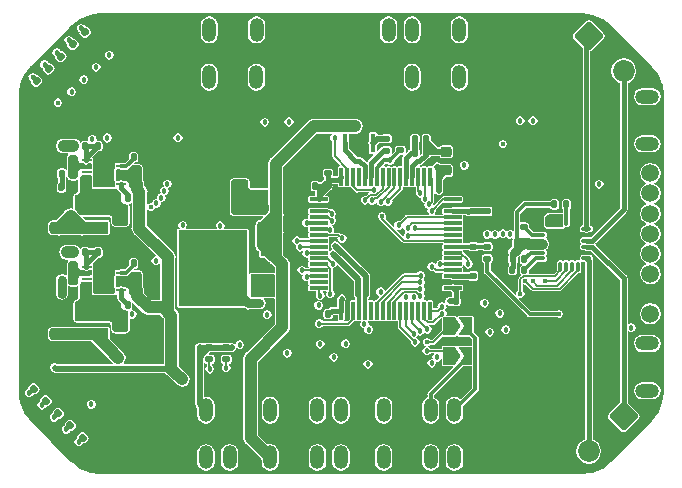
<source format=gbl>
%TF.GenerationSoftware,KiCad,Pcbnew,(6.0.0-0)*%
%TF.CreationDate,2022-01-25T22:05:00-05:00*%
%TF.ProjectId,Autodrone_V2,4175746f-6472-46f6-9e65-5f56322e6b69,rev?*%
%TF.SameCoordinates,Original*%
%TF.FileFunction,Copper,L6,Bot*%
%TF.FilePolarity,Positive*%
%FSLAX46Y46*%
G04 Gerber Fmt 4.6, Leading zero omitted, Abs format (unit mm)*
G04 Created by KiCad (PCBNEW (6.0.0-0)) date 2022-01-25 22:05:00*
%MOMM*%
%LPD*%
G01*
G04 APERTURE LIST*
G04 Aperture macros list*
%AMRoundRect*
0 Rectangle with rounded corners*
0 $1 Rounding radius*
0 $2 $3 $4 $5 $6 $7 $8 $9 X,Y pos of 4 corners*
0 Add a 4 corners polygon primitive as box body*
4,1,4,$2,$3,$4,$5,$6,$7,$8,$9,$2,$3,0*
0 Add four circle primitives for the rounded corners*
1,1,$1+$1,$2,$3*
1,1,$1+$1,$4,$5*
1,1,$1+$1,$6,$7*
1,1,$1+$1,$8,$9*
0 Add four rect primitives between the rounded corners*
20,1,$1+$1,$2,$3,$4,$5,0*
20,1,$1+$1,$4,$5,$6,$7,0*
20,1,$1+$1,$6,$7,$8,$9,0*
20,1,$1+$1,$8,$9,$2,$3,0*%
%AMFreePoly0*
4,1,6,1.000000,0.000000,0.500000,-0.750000,-0.500000,-0.750000,-0.500000,0.750000,0.500000,0.750000,1.000000,0.000000,1.000000,0.000000,$1*%
%AMFreePoly1*
4,1,6,0.500000,-0.750000,-0.650000,-0.750000,-0.150000,0.000000,-0.650000,0.750000,0.500000,0.750000,0.500000,-0.750000,0.500000,-0.750000,$1*%
G04 Aperture macros list end*
%TA.AperFunction,ComponentPad*%
%ADD10O,1.200000X2.000000*%
%TD*%
%TA.AperFunction,ComponentPad*%
%ADD11O,1.100000X1.500000*%
%TD*%
%TA.AperFunction,ComponentPad*%
%ADD12O,1.350000X1.700000*%
%TD*%
%TA.AperFunction,ComponentPad*%
%ADD13C,6.000000*%
%TD*%
%TA.AperFunction,ComponentPad*%
%ADD14C,1.500000*%
%TD*%
%TA.AperFunction,ComponentPad*%
%ADD15RoundRect,0.250000X0.000000X0.954594X-0.954594X0.000000X0.000000X-0.954594X0.954594X0.000000X0*%
%TD*%
%TA.AperFunction,ComponentPad*%
%ADD16C,1.850000*%
%TD*%
%TA.AperFunction,ComponentPad*%
%ADD17O,2.000000X1.200000*%
%TD*%
%TA.AperFunction,ComponentPad*%
%ADD18RoundRect,0.250000X-0.954594X0.000000X0.000000X-0.954594X0.954594X0.000000X0.000000X0.954594X0*%
%TD*%
%TA.AperFunction,SMDPad,CuDef*%
%ADD19RoundRect,0.140000X0.170000X-0.140000X0.170000X0.140000X-0.170000X0.140000X-0.170000X-0.140000X0*%
%TD*%
%TA.AperFunction,SMDPad,CuDef*%
%ADD20RoundRect,0.140000X-0.140000X-0.170000X0.140000X-0.170000X0.140000X0.170000X-0.140000X0.170000X0*%
%TD*%
%TA.AperFunction,SMDPad,CuDef*%
%ADD21RoundRect,0.140000X0.140000X0.170000X-0.140000X0.170000X-0.140000X-0.170000X0.140000X-0.170000X0*%
%TD*%
%TA.AperFunction,SMDPad,CuDef*%
%ADD22RoundRect,0.250000X0.475000X-0.250000X0.475000X0.250000X-0.475000X0.250000X-0.475000X-0.250000X0*%
%TD*%
%TA.AperFunction,SMDPad,CuDef*%
%ADD23R,1.100000X1.100000*%
%TD*%
%TA.AperFunction,SMDPad,CuDef*%
%ADD24R,2.700000X1.000000*%
%TD*%
%TA.AperFunction,SMDPad,CuDef*%
%ADD25RoundRect,0.135000X-0.185000X0.135000X-0.185000X-0.135000X0.185000X-0.135000X0.185000X0.135000X0*%
%TD*%
%TA.AperFunction,SMDPad,CuDef*%
%ADD26RoundRect,0.135000X0.185000X-0.135000X0.185000X0.135000X-0.185000X0.135000X-0.185000X-0.135000X0*%
%TD*%
%TA.AperFunction,SMDPad,CuDef*%
%ADD27RoundRect,0.135000X-0.135000X-0.185000X0.135000X-0.185000X0.135000X0.185000X-0.135000X0.185000X0*%
%TD*%
%TA.AperFunction,SMDPad,CuDef*%
%ADD28RoundRect,0.075000X-0.075000X0.700000X-0.075000X-0.700000X0.075000X-0.700000X0.075000X0.700000X0*%
%TD*%
%TA.AperFunction,SMDPad,CuDef*%
%ADD29RoundRect,0.075000X-0.700000X0.075000X-0.700000X-0.075000X0.700000X-0.075000X0.700000X0.075000X0*%
%TD*%
%TA.AperFunction,SMDPad,CuDef*%
%ADD30RoundRect,0.140000X-0.170000X0.140000X-0.170000X-0.140000X0.170000X-0.140000X0.170000X0.140000X0*%
%TD*%
%TA.AperFunction,SMDPad,CuDef*%
%ADD31R,1.200000X2.200000*%
%TD*%
%TA.AperFunction,SMDPad,CuDef*%
%ADD32R,5.800000X6.400000*%
%TD*%
%TA.AperFunction,SMDPad,CuDef*%
%ADD33FreePoly0,0.000000*%
%TD*%
%TA.AperFunction,SMDPad,CuDef*%
%ADD34FreePoly1,0.000000*%
%TD*%
%TA.AperFunction,SMDPad,CuDef*%
%ADD35RoundRect,0.135000X0.035355X-0.226274X0.226274X-0.035355X-0.035355X0.226274X-0.226274X0.035355X0*%
%TD*%
%TA.AperFunction,SMDPad,CuDef*%
%ADD36RoundRect,0.135000X-0.226274X-0.035355X-0.035355X-0.226274X0.226274X0.035355X0.035355X0.226274X0*%
%TD*%
%TA.AperFunction,SMDPad,CuDef*%
%ADD37RoundRect,0.075000X0.350000X0.075000X-0.350000X0.075000X-0.350000X-0.075000X0.350000X-0.075000X0*%
%TD*%
%TA.AperFunction,SMDPad,CuDef*%
%ADD38RoundRect,0.075000X0.075000X0.350000X-0.075000X0.350000X-0.075000X-0.350000X0.075000X-0.350000X0*%
%TD*%
%TA.AperFunction,SMDPad,CuDef*%
%ADD39R,2.450000X2.450000*%
%TD*%
%TA.AperFunction,SMDPad,CuDef*%
%ADD40R,0.807999X0.254800*%
%TD*%
%TA.AperFunction,SMDPad,CuDef*%
%ADD41R,1.752600X2.540000*%
%TD*%
%TA.AperFunction,SMDPad,CuDef*%
%ADD42RoundRect,0.135000X0.135000X0.185000X-0.135000X0.185000X-0.135000X-0.185000X0.135000X-0.185000X0*%
%TD*%
%TA.AperFunction,SMDPad,CuDef*%
%ADD43R,0.400000X1.600000*%
%TD*%
%TA.AperFunction,SMDPad,CuDef*%
%ADD44RoundRect,0.218750X-0.256250X0.218750X-0.256250X-0.218750X0.256250X-0.218750X0.256250X0.218750X0*%
%TD*%
%TA.AperFunction,SMDPad,CuDef*%
%ADD45RoundRect,0.250000X0.287500X0.275000X-0.287500X0.275000X-0.287500X-0.275000X0.287500X-0.275000X0*%
%TD*%
%TA.AperFunction,SMDPad,CuDef*%
%ADD46RoundRect,0.218750X0.256250X-0.218750X0.256250X0.218750X-0.256250X0.218750X-0.256250X-0.218750X0*%
%TD*%
%TA.AperFunction,ViaPad*%
%ADD47C,0.457200*%
%TD*%
%TA.AperFunction,ViaPad*%
%ADD48C,0.406400*%
%TD*%
%TA.AperFunction,Conductor*%
%ADD49C,0.500000*%
%TD*%
%TA.AperFunction,Conductor*%
%ADD50C,0.400000*%
%TD*%
%TA.AperFunction,Conductor*%
%ADD51C,0.750000*%
%TD*%
%TA.AperFunction,Conductor*%
%ADD52C,0.300000*%
%TD*%
%TA.AperFunction,Conductor*%
%ADD53C,1.000000*%
%TD*%
%TA.AperFunction,Conductor*%
%ADD54C,0.900000*%
%TD*%
%TA.AperFunction,Conductor*%
%ADD55C,0.127000*%
%TD*%
%TA.AperFunction,Conductor*%
%ADD56C,0.490000*%
%TD*%
%TA.AperFunction,Conductor*%
%ADD57C,0.350000*%
%TD*%
%TA.AperFunction,Conductor*%
%ADD58C,0.390000*%
%TD*%
G04 APERTURE END LIST*
D10*
%TO.P,J8,1,Pin_1*%
%TO.N,+5V*%
X100750000Y-109700000D03*
%TO.P,J8,2,Pin_2*%
%TO.N,GND*%
X102750000Y-109700000D03*
%TO.P,J8,3,Pin_3*%
%TO.N,/Connectors/USART6_RX*%
X104750000Y-109700000D03*
%TO.P,J8,4,Pin_4*%
%TO.N,/Connectors/USART6_TX*%
X106750000Y-109700000D03*
%TD*%
%TO.P,J13,1,Pin_1*%
%TO.N,+5V*%
X89990000Y-77500000D03*
%TO.P,J13,2,Pin_2*%
%TO.N,GND*%
X87990000Y-77500000D03*
%TO.P,J13,3,Pin_3*%
%TO.N,/Connectors/BUZ*%
X85990000Y-77500000D03*
%TD*%
%TO.P,J16,1,Pin_1*%
%TO.N,+5V*%
X89994999Y-73500000D03*
%TO.P,J16,2,Pin_2*%
%TO.N,GND*%
X87994999Y-73500000D03*
%TO.P,J16,3,Pin_3*%
%TO.N,/Connectors/LED_STRIP*%
X85994999Y-73500000D03*
%TD*%
%TO.P,J17,1,Pin_1*%
%TO.N,/Connectors/I2C2_SDA*%
X85710000Y-109700000D03*
%TO.P,J17,2,Pin_2*%
%TO.N,/Connectors/I2C2_SCL*%
X87710000Y-109700000D03*
%TD*%
%TO.P,J2,1,Pin_1*%
%TO.N,+4V5*%
X91150000Y-109700000D03*
%TO.P,J2,2,Pin_2*%
%TO.N,GND*%
X93150000Y-109700000D03*
%TO.P,J2,3,Pin_3*%
%TO.N,/Connectors/USART1_RX*%
X95150000Y-109700000D03*
%TO.P,J2,4,Pin_4*%
%TO.N,/Connectors/USART1_TX*%
X97150000Y-109700000D03*
%TD*%
%TO.P,J11,1,Pin_1*%
%TO.N,+3V3*%
X85710000Y-105700000D03*
%TO.P,J11,2,Pin_2*%
%TO.N,GND*%
X87710000Y-105700000D03*
%TD*%
D11*
%TO.P,J5,6,Shield*%
%TO.N,GND*%
X98090000Y-77220000D03*
D12*
X98400000Y-74220000D03*
X92940000Y-74220000D03*
D11*
X93250000Y-77220000D03*
%TD*%
D13*
%TO.P,H3,1,1*%
%TO.N,GND*%
X111850000Y-76350000D03*
%TD*%
%TO.P,H4,1,1*%
%TO.N,GND*%
X81350000Y-106850000D03*
%TD*%
%TO.P,H1,1,1*%
%TO.N,GND*%
X81350000Y-76350000D03*
%TD*%
D10*
%TO.P,J9,1,Pin_1*%
%TO.N,+5V*%
X91150000Y-105700000D03*
%TO.P,J9,2,Pin_2*%
%TO.N,GND*%
X93150000Y-105700000D03*
%TO.P,J9,3,Pin_3*%
%TO.N,/Connectors/USART3_RX*%
X95150000Y-105700000D03*
%TO.P,J9,4,Pin_4*%
%TO.N,/Connectors/USART3_TX*%
X97150000Y-105700000D03*
%TD*%
%TO.P,J10,1,Pin_1*%
%TO.N,+9V*%
X107170000Y-73500000D03*
%TO.P,J10,2,Pin_2*%
%TO.N,GND*%
X105170000Y-73500000D03*
%TO.P,J10,3,Pin_3*%
%TO.N,/Connectors/USART6_TX*%
X103170000Y-73500000D03*
%TO.P,J10,4,Pin_4*%
%TO.N,/VID*%
X101170000Y-73500000D03*
%TD*%
%TO.P,J4,1,Pin_1*%
%TO.N,+9V*%
X107170000Y-77500000D03*
%TO.P,J4,2,Pin_2*%
%TO.N,GND*%
X105170000Y-77500000D03*
%TO.P,J4,3,Pin_3*%
%TO.N,/CAM*%
X103170000Y-77500000D03*
%TD*%
D13*
%TO.P,H2,1,1*%
%TO.N,GND*%
X111850000Y-106850000D03*
%TD*%
D10*
%TO.P,J3,1,Pin_1*%
%TO.N,+5V*%
X100750000Y-105700000D03*
%TO.P,J3,2,Pin_2*%
%TO.N,GND*%
X102750000Y-105700000D03*
%TO.P,J3,3,Pin_3*%
%TO.N,/Connectors/UART5_RX_CONN*%
X104750000Y-105700000D03*
%TO.P,J3,4,Pin_4*%
%TO.N,/Connectors/UART5_TX_CONN*%
X106750000Y-105700000D03*
%TD*%
D14*
%TO.P,J7,1,Pin_1*%
%TO.N,VCC*%
X123330000Y-97550000D03*
%TO.P,J7,2,Pin_2*%
%TO.N,GND*%
X123330000Y-95850000D03*
%TO.P,J7,3,Pin_3*%
%TO.N,/Connectors/CURR_SENSE*%
X123330000Y-94150000D03*
%TO.P,J7,4,Pin_4*%
%TO.N,/Connectors/USART6_RX*%
X123330000Y-92450000D03*
%TO.P,J7,5,Pin_5*%
%TO.N,/Connectors/M1*%
X123330000Y-90750000D03*
%TO.P,J7,6,Pin_6*%
%TO.N,/Connectors/M2*%
X123330000Y-89050000D03*
%TO.P,J7,7,Pin_7*%
%TO.N,/Connectors/M3*%
X123330000Y-87350000D03*
%TO.P,J7,8,Pin_8*%
%TO.N,/Connectors/M4*%
X123330000Y-85650000D03*
%TD*%
D15*
%TO.P,J15,1,Pin_1*%
%TO.N,/WORM2_L*%
X121084924Y-106220000D03*
D16*
%TO.P,J15,2,Pin_2*%
%TO.N,/WORM2_H*%
X118115076Y-109189848D03*
%TD*%
D17*
%TO.P,J14,1,Pin_1*%
%TO.N,+3V3*%
X123080000Y-83150000D03*
%TO.P,J14,2,Pin_2*%
%TO.N,GND*%
X123080000Y-81150000D03*
%TO.P,J14,3,Pin_3*%
%TO.N,/Connectors/LIMIT1_INT*%
X123080000Y-79150000D03*
%TD*%
%TO.P,J18,1,Pin_1*%
%TO.N,+3V3*%
X123080000Y-104050000D03*
%TO.P,J18,2,Pin_2*%
%TO.N,GND*%
X123080000Y-102050000D03*
%TO.P,J18,3,Pin_3*%
%TO.N,/Connectors/LIMIT2_INT*%
X123080000Y-100050000D03*
%TD*%
D18*
%TO.P,J12,1,Pin_1*%
%TO.N,/WORM1_H*%
X118115076Y-74015076D03*
D16*
%TO.P,J12,2,Pin_2*%
%TO.N,/WORM1_L*%
X121084924Y-76984924D03*
%TD*%
D19*
%TO.P,C8,1*%
%TO.N,+3V3*%
X109530000Y-88860000D03*
%TO.P,C8,2*%
%TO.N,GND*%
X109530000Y-87900000D03*
%TD*%
%TO.P,C9,1*%
%TO.N,+3V3*%
X108340000Y-88860000D03*
%TO.P,C9,2*%
%TO.N,GND*%
X108340000Y-87900000D03*
%TD*%
%TO.P,C10,1*%
%TO.N,+3V3*%
X96050000Y-85650000D03*
%TO.P,C10,2*%
%TO.N,GND*%
X96050000Y-84690000D03*
%TD*%
D20*
%TO.P,C11,1*%
%TO.N,+3V3*%
X106870000Y-96470000D03*
%TO.P,C11,2*%
%TO.N,GND*%
X107830000Y-96470000D03*
%TD*%
D21*
%TO.P,C12,1*%
%TO.N,+3V3*%
X96070000Y-97570000D03*
%TO.P,C12,2*%
%TO.N,GND*%
X95110000Y-97570000D03*
%TD*%
%TO.P,C6,1*%
%TO.N,+3.3VA*%
X104370000Y-82740000D03*
%TO.P,C6,2*%
%TO.N,GNDA*%
X103410000Y-82740000D03*
%TD*%
%TO.P,C7,1*%
%TO.N,+3.3VA*%
X104370000Y-83930000D03*
%TO.P,C7,2*%
%TO.N,GNDA*%
X103410000Y-83930000D03*
%TD*%
%TO.P,C25,1*%
%TO.N,/Power/BS_9*%
X79080000Y-87770000D03*
%TO.P,C25,2*%
%TO.N,/Power/SW_9*%
X78120000Y-87770000D03*
%TD*%
%TO.P,C24,1*%
%TO.N,/Power/BS_5*%
X79080000Y-96780000D03*
%TO.P,C24,2*%
%TO.N,/Power/SW_5*%
X78120000Y-96780000D03*
%TD*%
D22*
%TO.P,C27,1*%
%TO.N,+9V*%
X73190000Y-90250000D03*
%TO.P,C27,2*%
%TO.N,GND*%
X73190000Y-88350000D03*
%TD*%
D21*
%TO.P,C30,1*%
%TO.N,GND*%
X80820000Y-85400000D03*
%TO.P,C30,2*%
%TO.N,VCC*%
X79860000Y-85400000D03*
%TD*%
%TO.P,C31,1*%
%TO.N,GND*%
X80820000Y-86530000D03*
%TO.P,C31,2*%
%TO.N,VCC*%
X79860000Y-86530000D03*
%TD*%
%TO.P,C32,1*%
%TO.N,/Power/COMP_9*%
X74470000Y-85670000D03*
%TO.P,C32,2*%
%TO.N,Net-(C32-Pad2)*%
X73510000Y-85670000D03*
%TD*%
%TO.P,C33,1*%
%TO.N,/Power/COMP_5*%
X74470000Y-94680000D03*
%TO.P,C33,2*%
%TO.N,Net-(C33-Pad2)*%
X73510000Y-94680000D03*
%TD*%
%TO.P,C35,1*%
%TO.N,/Power/COMP_5*%
X74470000Y-93520000D03*
%TO.P,C35,2*%
%TO.N,GND*%
X73510000Y-93520000D03*
%TD*%
D23*
%TO.P,D13,1,K*%
%TO.N,+4V5*%
X90910000Y-92110000D03*
%TO.P,D13,2,A*%
%TO.N,+5V*%
X90910000Y-94910000D03*
%TD*%
%TO.P,D12,1,K*%
%TO.N,/Power/SW_9*%
X78460000Y-89390000D03*
%TO.P,D12,2,A*%
%TO.N,GND*%
X81260000Y-89390000D03*
%TD*%
%TO.P,D11,1,K*%
%TO.N,/Power/SW_5*%
X78470000Y-98400000D03*
%TO.P,D11,2,A*%
%TO.N,GND*%
X81270000Y-98400000D03*
%TD*%
D24*
%TO.P,L7,1*%
%TO.N,/Power/SW_9*%
X76070000Y-88050000D03*
%TO.P,L7,2*%
%TO.N,+9V*%
X76070000Y-90250000D03*
%TD*%
%TO.P,L6,1*%
%TO.N,/Power/SW_5*%
X76070000Y-97050000D03*
%TO.P,L6,2*%
%TO.N,+5V*%
X76070000Y-99250000D03*
%TD*%
D25*
%TO.P,R6,1*%
%TO.N,+3V3*%
X85990000Y-100370000D03*
%TO.P,R6,2*%
%TO.N,/Connectors/I2C2_SDA*%
X85990000Y-101390000D03*
%TD*%
%TO.P,R7,1*%
%TO.N,+3V3*%
X87430000Y-100370000D03*
%TO.P,R7,2*%
%TO.N,/Connectors/I2C2_SCL*%
X87430000Y-101390000D03*
%TD*%
D26*
%TO.P,R8,1*%
%TO.N,/MCU/HSE_OUT*%
X100990000Y-83730000D03*
%TO.P,R8,2*%
%TO.N,Net-(R8-Pad2)*%
X100990000Y-82710000D03*
%TD*%
D27*
%TO.P,R29,1*%
%TO.N,+9V*%
X74450000Y-83330000D03*
%TO.P,R29,2*%
%TO.N,/Power/FB_9*%
X75470000Y-83330000D03*
%TD*%
%TO.P,R28,1*%
%TO.N,+5V*%
X74450000Y-92330000D03*
%TO.P,R28,2*%
%TO.N,/Power/FB_5*%
X75470000Y-92330000D03*
%TD*%
%TO.P,R31,1*%
%TO.N,/Power/FB_9*%
X76560000Y-83330000D03*
%TO.P,R31,2*%
%TO.N,GND*%
X77580000Y-83330000D03*
%TD*%
%TO.P,R30,1*%
%TO.N,/Power/FB_5*%
X76560000Y-92330000D03*
%TO.P,R30,2*%
%TO.N,GND*%
X77580000Y-92330000D03*
%TD*%
%TO.P,R33,1*%
%TO.N,/Power/FREQ_9*%
X79580000Y-84270000D03*
%TO.P,R33,2*%
%TO.N,GND*%
X80600000Y-84270000D03*
%TD*%
%TO.P,R34,1*%
%TO.N,Net-(C33-Pad2)*%
X73480000Y-95840000D03*
%TO.P,R34,2*%
%TO.N,GND*%
X74500000Y-95840000D03*
%TD*%
D26*
%TO.P,R3,1*%
%TO.N,VCC*%
X109530000Y-92870000D03*
%TO.P,R3,2*%
%TO.N,/MCU/VCC_SENSE*%
X109530000Y-91850000D03*
%TD*%
D25*
%TO.P,R4,1*%
%TO.N,GND*%
X108340000Y-90830000D03*
%TO.P,R4,2*%
%TO.N,/MCU/VCC_SENSE*%
X108340000Y-91850000D03*
%TD*%
D28*
%TO.P,U4,1,VBAT*%
%TO.N,+3V3*%
X97170000Y-85925000D03*
%TO.P,U4,2,PC13*%
%TO.N,/Connectors/LIMIT1_INT*%
X97670000Y-85925000D03*
%TO.P,U4,3,PC14*%
%TO.N,/Connectors/LIMIT2_INT*%
X98170000Y-85925000D03*
%TO.P,U4,4,PC15*%
%TO.N,unconnected-(U4-Pad4)*%
X98670000Y-85925000D03*
%TO.P,U4,5,PH0*%
%TO.N,/MCU/HSE_IN*%
X99170000Y-85925000D03*
%TO.P,U4,6,PH1*%
%TO.N,/MCU/HSE_OUT*%
X99670000Y-85925000D03*
%TO.P,U4,7,NRST*%
%TO.N,/Debugger/NRST*%
X100170000Y-85925000D03*
%TO.P,U4,8,PC0*%
%TO.N,/MCU/LED_1*%
X100670000Y-85925000D03*
%TO.P,U4,9,PC1*%
%TO.N,/MCU/LED_2*%
X101170000Y-85925000D03*
%TO.P,U4,10,PC2*%
%TO.N,/MCU/LED_3*%
X101670000Y-85925000D03*
%TO.P,U4,11,PC3*%
%TO.N,/MCU/LED_4*%
X102170000Y-85925000D03*
%TO.P,U4,12,VSSA*%
%TO.N,GNDA*%
X102670000Y-85925000D03*
%TO.P,U4,13,VREF+*%
%TO.N,+3.3VA*%
X103170000Y-85925000D03*
%TO.P,U4,14,PA0*%
%TO.N,/Connectors/M4*%
X103670000Y-85925000D03*
%TO.P,U4,15,PA1*%
%TO.N,/Connectors/M3*%
X104170000Y-85925000D03*
%TO.P,U4,16,PA2*%
%TO.N,/Connectors/M2*%
X104670000Y-85925000D03*
D29*
%TO.P,U4,17,PA3*%
%TO.N,/Connectors/M1*%
X106595000Y-87850000D03*
%TO.P,U4,18,VSS*%
%TO.N,GND*%
X106595000Y-88350000D03*
%TO.P,U4,19,VDD*%
%TO.N,+3V3*%
X106595000Y-88850000D03*
%TO.P,U4,20,PA4*%
%TO.N,/Gyro/SPI1_CS*%
X106595000Y-89350000D03*
%TO.P,U4,21,PA5*%
%TO.N,/Gyro/SPI1_SCK*%
X106595000Y-89850000D03*
%TO.P,U4,22,PA6*%
%TO.N,/Gyro/SPI1_MISO*%
X106595000Y-90350000D03*
%TO.P,U4,23,PA7*%
%TO.N,/Gyro/SPI1_MOSI*%
X106595000Y-90850000D03*
%TO.P,U4,24,PC4*%
%TO.N,/MCU/LED_5*%
X106595000Y-91350000D03*
%TO.P,U4,25,PB0*%
%TO.N,/MCU/VCC_SENSE*%
X106595000Y-91850000D03*
%TO.P,U4,26,PB1*%
%TO.N,/Connectors/CURR_SENSE*%
X106595000Y-92350000D03*
%TO.P,U4,27,PB2*%
%TO.N,unconnected-(U4-Pad27)*%
X106595000Y-92850000D03*
%TO.P,U4,28,PB10*%
%TO.N,/Connectors/I2C2_SCL*%
X106595000Y-93350000D03*
%TO.P,U4,29,PB11*%
%TO.N,/Connectors/I2C2_SDA*%
X106595000Y-93850000D03*
%TO.P,U4,30,VCAP_1*%
%TO.N,/MCU/VCAP*%
X106595000Y-94350000D03*
%TO.P,U4,31,VSS*%
%TO.N,GND*%
X106595000Y-94850000D03*
%TO.P,U4,32,VDD*%
%TO.N,+3V3*%
X106595000Y-95350000D03*
D28*
%TO.P,U4,33,PB12*%
%TO.N,/MCU/SPI2_CS*%
X104670000Y-97275000D03*
%TO.P,U4,34,PB13*%
%TO.N,/MCU/SPI2_SCK*%
X104170000Y-97275000D03*
%TO.P,U4,35,PB14*%
%TO.N,/MCU/SPI2_MISO*%
X103670000Y-97275000D03*
%TO.P,U4,36,PB15*%
%TO.N,/MCU/SPI2_MOSI*%
X103170000Y-97275000D03*
%TO.P,U4,37,PC6*%
%TO.N,/Connectors/USART6_TX*%
X102670000Y-97275000D03*
%TO.P,U4,38,PC7*%
%TO.N,/Connectors/USART6_RX*%
X102170000Y-97275000D03*
%TO.P,U4,39,PC8*%
%TO.N,/MCU/WORM1_DIR*%
X101670000Y-97275000D03*
%TO.P,U4,40,PC9*%
%TO.N,/MCU/WORM2_DIR*%
X101170000Y-97275000D03*
%TO.P,U4,41,PA8*%
%TO.N,/MCU/WORM1_PWM*%
X100670000Y-97275000D03*
%TO.P,U4,42,PA9*%
%TO.N,/MCU/WORM2_PWM*%
X100170000Y-97275000D03*
%TO.P,U4,43,PA10*%
%TO.N,unconnected-(U4-Pad43)*%
X99670000Y-97275000D03*
%TO.P,U4,44,PA11*%
%TO.N,/MCU/D+*%
X99170000Y-97275000D03*
%TO.P,U4,45,PA12*%
%TO.N,/MCU/D-*%
X98670000Y-97275000D03*
%TO.P,U4,46,PA13*%
%TO.N,/Debugger/SWDIO*%
X98170000Y-97275000D03*
%TO.P,U4,47,VSS*%
%TO.N,GND*%
X97670000Y-97275000D03*
%TO.P,U4,48,VDD*%
%TO.N,+3V3*%
X97170000Y-97275000D03*
D29*
%TO.P,U4,49,PA14*%
%TO.N,/Debugger/SWCLK*%
X95245000Y-95350000D03*
%TO.P,U4,50,PA15*%
%TO.N,unconnected-(U4-Pad50)*%
X95245000Y-94850000D03*
%TO.P,U4,51,PC10*%
%TO.N,/Connectors/USART3_TX*%
X95245000Y-94350000D03*
%TO.P,U4,52,PC11*%
%TO.N,/Connectors/USART3_RX*%
X95245000Y-93850000D03*
%TO.P,U4,53,PC12*%
%TO.N,/Debugger/VCP_TX*%
X95245000Y-93350000D03*
%TO.P,U4,54,PD2*%
%TO.N,/Debugger/VCP_RX*%
X95245000Y-92850000D03*
%TO.P,U4,55,PB3*%
%TO.N,/Debugger/SWO*%
X95245000Y-92350000D03*
%TO.P,U4,56,PB4*%
%TO.N,/MCU/BUZ_MCU*%
X95245000Y-91850000D03*
%TO.P,U4,57,PB5*%
%TO.N,/Connectors/LED_STRIP*%
X95245000Y-91350000D03*
%TO.P,U4,58,PB6*%
%TO.N,/Connectors/USART1_TX*%
X95245000Y-90850000D03*
%TO.P,U4,59,PB7*%
%TO.N,/Connectors/USART1_RX*%
X95245000Y-90350000D03*
%TO.P,U4,60,BOOT0*%
%TO.N,/MCU/BOOT0*%
X95245000Y-89850000D03*
%TO.P,U4,61,PB8*%
%TO.N,/Barometer/I2C1_SCL*%
X95245000Y-89350000D03*
%TO.P,U4,62,PB9*%
%TO.N,/Barometer/I2C1_SDA*%
X95245000Y-88850000D03*
%TO.P,U4,63,VSS*%
%TO.N,GND*%
X95245000Y-88350000D03*
%TO.P,U4,64,VDD*%
%TO.N,+3V3*%
X95245000Y-87850000D03*
%TD*%
D21*
%TO.P,C28,1*%
%TO.N,GND*%
X80820000Y-94400000D03*
%TO.P,C28,2*%
%TO.N,VCC*%
X79860000Y-94400000D03*
%TD*%
D30*
%TO.P,C15,1*%
%TO.N,/MCU/VCAP*%
X108340000Y-94340000D03*
%TO.P,C15,2*%
%TO.N,GND*%
X108340000Y-95300000D03*
%TD*%
D21*
%TO.P,C13,1*%
%TO.N,+3V3*%
X94970000Y-86730000D03*
%TO.P,C13,2*%
%TO.N,GND*%
X94010000Y-86730000D03*
%TD*%
D19*
%TO.P,C14,1*%
%TO.N,/Debugger/NRST*%
X102180000Y-83700000D03*
%TO.P,C14,2*%
%TO.N,GND*%
X102180000Y-82740000D03*
%TD*%
D27*
%TO.P,R32,1*%
%TO.N,/Power/FREQ_5*%
X79580000Y-93270000D03*
%TO.P,R32,2*%
%TO.N,GND*%
X80600000Y-93270000D03*
%TD*%
D19*
%TO.P,C36,1*%
%TO.N,/Power/VIN_3V3*%
X90260000Y-87440000D03*
%TO.P,C36,2*%
%TO.N,GND*%
X90260000Y-86480000D03*
%TD*%
D20*
%TO.P,C37,1*%
%TO.N,+3V3*%
X90240000Y-96640000D03*
%TO.P,C37,2*%
%TO.N,GND*%
X91200000Y-96640000D03*
%TD*%
D31*
%TO.P,U8,1,ADJ/GND*%
%TO.N,GND*%
X84010000Y-87379999D03*
D32*
%TO.P,U8,2,OUT*%
%TO.N,+3V3*%
X86290000Y-93679999D03*
D31*
%TO.P,U8,3,IN*%
%TO.N,/Power/VIN_3V3*%
X88570000Y-87379999D03*
%TD*%
D33*
%TO.P,JP1,1,A*%
%TO.N,/Debugger/VCP_RX*%
X106305001Y-101110000D03*
D34*
%TO.P,JP1,2,B*%
%TO.N,/Connectors/UART5_RX_CONN*%
X107755001Y-101110000D03*
%TD*%
D33*
%TO.P,JP2,1,A*%
%TO.N,/Debugger/VCP_TX*%
X106305000Y-98610000D03*
D34*
%TO.P,JP2,2,B*%
%TO.N,/Connectors/UART5_TX_CONN*%
X107755000Y-98610000D03*
%TD*%
D35*
%TO.P,R17,1*%
%TO.N,/MCU/5V*%
X73209376Y-105950624D03*
%TO.P,R17,2*%
%TO.N,GND*%
X73930624Y-105229376D03*
%TD*%
%TO.P,R21,1*%
%TO.N,/MCU/+VCC*%
X71129376Y-103870624D03*
%TO.P,R21,2*%
%TO.N,GND*%
X71850624Y-103149376D03*
%TD*%
D22*
%TO.P,C26,1*%
%TO.N,+5V*%
X73190000Y-99250000D03*
%TO.P,C26,2*%
%TO.N,GND*%
X73190000Y-97350000D03*
%TD*%
D27*
%TO.P,R35,1*%
%TO.N,Net-(C32-Pad2)*%
X73480000Y-86830000D03*
%TO.P,R35,2*%
%TO.N,GND*%
X74500000Y-86830000D03*
%TD*%
D21*
%TO.P,C34,1*%
%TO.N,/Power/COMP_9*%
X74470000Y-84520000D03*
%TO.P,C34,2*%
%TO.N,GND*%
X73510000Y-84520000D03*
%TD*%
D35*
%TO.P,R15,1*%
%TO.N,/MCU/3V3*%
X74239376Y-106980624D03*
%TO.P,R15,2*%
%TO.N,GND*%
X74960624Y-106259376D03*
%TD*%
%TO.P,R11,1*%
%TO.N,/MCU/3V3_GYRO*%
X75279376Y-108020624D03*
%TO.P,R11,2*%
%TO.N,GND*%
X76000624Y-107299376D03*
%TD*%
%TO.P,R19,1*%
%TO.N,/MCU/9V*%
X72169376Y-104910624D03*
%TO.P,R19,2*%
%TO.N,GND*%
X72890624Y-104189376D03*
%TD*%
D21*
%TO.P,C29,1*%
%TO.N,GND*%
X80820000Y-95540000D03*
%TO.P,C29,2*%
%TO.N,VCC*%
X79860000Y-95540000D03*
%TD*%
D36*
%TO.P,R10,1*%
%TO.N,/MCU/BLUE*%
X75496376Y-73693176D03*
%TO.P,R10,2*%
%TO.N,GND*%
X76217624Y-74414424D03*
%TD*%
%TO.P,R14,1*%
%TO.N,/MCU/RED*%
X74456376Y-74733176D03*
%TO.P,R14,2*%
%TO.N,GND*%
X75177624Y-75454424D03*
%TD*%
%TO.P,R16,1*%
%TO.N,/MCU/YELLOW*%
X73426376Y-75763176D03*
%TO.P,R16,2*%
%TO.N,GND*%
X74147624Y-76484424D03*
%TD*%
%TO.P,R18,1*%
%TO.N,/MCU/GREEN*%
X72396376Y-76793176D03*
%TO.P,R18,2*%
%TO.N,GND*%
X73117624Y-77514424D03*
%TD*%
D37*
%TO.P,U10,1,AOUT1*%
%TO.N,/WORM1_H*%
X117925600Y-90350315D03*
%TO.P,U10,2,AISEN*%
%TO.N,GND*%
X117925600Y-90850315D03*
%TO.P,U10,3,AOUT2*%
%TO.N,/WORM1_L*%
X117925600Y-91350315D03*
%TO.P,U10,4,BOUT2*%
%TO.N,/WORM2_L*%
X117925600Y-91850315D03*
%TO.P,U10,5,BISEN*%
%TO.N,GND*%
X117925600Y-92350315D03*
%TO.P,U10,6,BOUT1*%
%TO.N,/WORM2_H*%
X117925600Y-92850315D03*
D38*
%TO.P,U10,7,AEN*%
%TO.N,/MCU/WORM1_PWM*%
X117225600Y-93550315D03*
%TO.P,U10,8,BEN*%
%TO.N,/MCU/WORM2_PWM*%
X116725600Y-93550315D03*
%TO.P,U10,9,BPHASE*%
%TO.N,/MCU/WORM2_DIR*%
X116225600Y-93550315D03*
%TO.P,U10,10,APHASE*%
%TO.N,/MCU/WORM1_DIR*%
X115725600Y-93550315D03*
%TO.P,U10,11,M1*%
%TO.N,GND*%
X115225600Y-93550315D03*
%TO.P,U10,12,CONFIG*%
X114725600Y-93550315D03*
D37*
%TO.P,U10,13,nFAULT*%
%TO.N,/WormDriver/nFAULT*%
X114025600Y-92850315D03*
%TO.P,U10,14,VCP*%
%TO.N,/WormDriver/VCP*%
X114025600Y-92350315D03*
%TO.P,U10,15,VM*%
%TO.N,+5V*%
X114025600Y-91850315D03*
%TO.P,U10,16,VM*%
X114025600Y-91350315D03*
%TO.P,U10,17,VINT*%
%TO.N,/WormDriver/VINT*%
X114025600Y-90850315D03*
%TO.P,U10,18,GND*%
%TO.N,GND*%
X114025600Y-90350315D03*
D38*
%TO.P,U10,19,AVREF*%
%TO.N,/WormDriver/VREF*%
X114725600Y-89650315D03*
%TO.P,U10,20,BVREF*%
X115225600Y-89650315D03*
%TO.P,U10,21,VREF0*%
X115725600Y-89650315D03*
%TO.P,U10,22,nSLEEP*%
%TO.N,/WormDriver/nSLEEP*%
X116225600Y-89650315D03*
%TO.P,U10,23,BDECAY*%
%TO.N,GND*%
X116725600Y-89650315D03*
%TO.P,U10,24,ADECAY*%
X117225600Y-89650315D03*
D39*
%TO.P,U10,25,EPAD*%
X115975600Y-91600315D03*
%TD*%
D36*
%TO.P,R20,1*%
%TO.N,/MCU/PURPLE*%
X71367976Y-77832376D03*
%TO.P,R20,2*%
%TO.N,GND*%
X72089224Y-78553624D03*
%TD*%
D40*
%TO.P,U7,1,SW*%
%TO.N,/Power/SW_9*%
X75611700Y-86550000D03*
%TO.P,U7,2,SW*%
X75611700Y-86049998D03*
%TO.P,U7,3,EN*%
%TO.N,unconnected-(U7-Pad3)*%
X75611700Y-85549999D03*
%TO.P,U7,4,COMP*%
%TO.N,/Power/COMP_9*%
X75611700Y-85050000D03*
%TO.P,U7,5,FB*%
%TO.N,/Power/FB_9*%
X75611700Y-84549998D03*
%TO.P,U7,6,GND*%
%TO.N,GND*%
X78502500Y-84549998D03*
%TO.P,U7,7,FREQ*%
%TO.N,/Power/FREQ_9*%
X78502500Y-85050000D03*
%TO.P,U7,8,VIN*%
%TO.N,VCC*%
X78502500Y-85549999D03*
%TO.P,U7,9,VIN*%
X78502500Y-86049998D03*
%TO.P,U7,10,BST*%
%TO.N,/Power/BS_9*%
X78502500Y-86550000D03*
D41*
%TO.P,U7,EPAD,EPAD*%
%TO.N,GND*%
X77057100Y-85549999D03*
%TD*%
D42*
%TO.P,R37,1*%
%TO.N,/WormDriver/nFAULT*%
X112680000Y-93830000D03*
%TO.P,R37,2*%
%TO.N,+5V*%
X111660000Y-93830000D03*
%TD*%
D21*
%TO.P,C41,1*%
%TO.N,/WormDriver/VCP*%
X112670000Y-92900000D03*
%TO.P,C41,2*%
%TO.N,+5V*%
X111710000Y-92900000D03*
%TD*%
D40*
%TO.P,U6,1,SW*%
%TO.N,/Power/SW_5*%
X75611700Y-95550000D03*
%TO.P,U6,2,SW*%
X75611700Y-95049998D03*
%TO.P,U6,3,EN*%
%TO.N,unconnected-(U6-Pad3)*%
X75611700Y-94549999D03*
%TO.P,U6,4,COMP*%
%TO.N,/Power/COMP_5*%
X75611700Y-94050000D03*
%TO.P,U6,5,FB*%
%TO.N,/Power/FB_5*%
X75611700Y-93549998D03*
%TO.P,U6,6,GND*%
%TO.N,GND*%
X78502500Y-93549998D03*
%TO.P,U6,7,FREQ*%
%TO.N,/Power/FREQ_5*%
X78502500Y-94050000D03*
%TO.P,U6,8,VIN*%
%TO.N,VCC*%
X78502500Y-94549999D03*
%TO.P,U6,9,VIN*%
X78502500Y-95049998D03*
%TO.P,U6,10,BST*%
%TO.N,/Power/BS_5*%
X78502500Y-95550000D03*
D41*
%TO.P,U6,EPAD,EPAD*%
%TO.N,GND*%
X77057100Y-94549999D03*
%TD*%
D42*
%TO.P,R36,1*%
%TO.N,/WormDriver/nSLEEP*%
X116230000Y-88260000D03*
%TO.P,R36,2*%
%TO.N,+5V*%
X115210000Y-88260000D03*
%TD*%
D43*
%TO.P,Y1,1*%
%TO.N,/MCU/HSE_IN*%
X97470000Y-83090000D03*
%TO.P,Y1,2*%
%TO.N,GND*%
X98670000Y-83090000D03*
%TO.P,Y1,3*%
%TO.N,Net-(R8-Pad2)*%
X99870000Y-83090000D03*
%TD*%
D44*
%TO.P,FB2,1*%
%TO.N,/Power/VIN_3V3*%
X90520000Y-88582500D03*
%TO.P,FB2,2*%
%TO.N,+4V5*%
X90520000Y-90157500D03*
%TD*%
D45*
%TO.P,C42,1*%
%TO.N,+5V*%
X112310000Y-91660000D03*
%TO.P,C42,2*%
%TO.N,GND*%
X110885000Y-91660000D03*
%TD*%
D46*
%TO.P,FB1,1*%
%TO.N,+3V3*%
X106050000Y-85397500D03*
%TO.P,FB1,2*%
%TO.N,+3.3VA*%
X106050000Y-83822500D03*
%TD*%
D19*
%TO.P,C43,1*%
%TO.N,/WormDriver/VINT*%
X112640000Y-90200000D03*
%TO.P,C43,2*%
%TO.N,GND*%
X112640000Y-89240000D03*
%TD*%
D47*
%TO.N,GND*%
X100800000Y-93400000D03*
X99500000Y-93400000D03*
X99500000Y-91900000D03*
X100800000Y-91900000D03*
X100200000Y-92600000D03*
D48*
X81508600Y-90347800D03*
X109750000Y-85890000D03*
D47*
X71500000Y-92500000D03*
X71500000Y-98500000D03*
X70500000Y-99500000D03*
D48*
X109250000Y-87140000D03*
X108750000Y-85890000D03*
X82270000Y-90320000D03*
X102210000Y-82050000D03*
X108550000Y-96353200D03*
X82270600Y-89636600D03*
D47*
X71500000Y-100500000D03*
D48*
X119000000Y-81200000D03*
D47*
X70500000Y-101500000D03*
X71500000Y-82500000D03*
X107460000Y-82150000D03*
X71500000Y-86500000D03*
D48*
X119000000Y-79200000D03*
X112250000Y-87140000D03*
X110750000Y-85890000D03*
X110250000Y-87140000D03*
X119000000Y-83200000D03*
X86260000Y-86900000D03*
X105710000Y-96353200D03*
X97200000Y-95120000D03*
X78330000Y-91030000D03*
X81250000Y-100230000D03*
D47*
X71500000Y-94500000D03*
X102080000Y-84560000D03*
D48*
X119200000Y-104500000D03*
X119600000Y-95000000D03*
X119300000Y-98900000D03*
X81600000Y-94520000D03*
X115080000Y-92490000D03*
X111750000Y-85890000D03*
X115080000Y-90710000D03*
X114420000Y-88930000D03*
X75730000Y-100580000D03*
X96529552Y-87162557D03*
X101610000Y-88760000D03*
X119300000Y-100900000D03*
D47*
X70500000Y-93500000D03*
X70500000Y-83500000D03*
X99260000Y-83990000D03*
D48*
X108250000Y-87140000D03*
X103860000Y-92770000D03*
X91310000Y-97180000D03*
D47*
X70500000Y-87500000D03*
D48*
X119000000Y-85200000D03*
X120100000Y-102700000D03*
D47*
X71500000Y-90500000D03*
D48*
X111250000Y-87140000D03*
D47*
X71500000Y-88500000D03*
D48*
X85300000Y-86910000D03*
X98560000Y-89630000D03*
X79500000Y-100210000D03*
D47*
X70500000Y-85500000D03*
D48*
X120000000Y-80200000D03*
D47*
X98980000Y-100360000D03*
D48*
X102358122Y-90614020D03*
X120000000Y-84200000D03*
D47*
X101430000Y-101720000D03*
D48*
X111430000Y-91580000D03*
D47*
X70500000Y-81500000D03*
X70500000Y-91500000D03*
X70500000Y-89500000D03*
D48*
X102940000Y-88910000D03*
X79470000Y-91960000D03*
D47*
X99240000Y-83350000D03*
X70500000Y-97500000D03*
D48*
X107750000Y-85890000D03*
D47*
X106940000Y-100010000D03*
X71500000Y-96500000D03*
X71500000Y-84500000D03*
X93270000Y-100670000D03*
D48*
X85690000Y-82190000D03*
X107250000Y-87140000D03*
X110680000Y-82190000D03*
X106250000Y-87140000D03*
X120470000Y-94990000D03*
D47*
X70500000Y-95500000D03*
D48*
X115830000Y-91600000D03*
D47*
X108410000Y-92950000D03*
%TO.N,+3V3*%
X85500000Y-94500000D03*
X87000000Y-93000000D03*
X84000000Y-91000000D03*
X88500000Y-93000000D03*
X77360000Y-82650000D03*
X107900000Y-88900000D03*
X97218857Y-96283588D03*
X96088600Y-86187502D03*
X88500000Y-96000000D03*
X112310000Y-81190000D03*
X106340000Y-96470000D03*
X84000000Y-96000000D03*
X113400000Y-81190000D03*
X88500000Y-94500000D03*
X87900000Y-100380000D03*
X95245610Y-96830000D03*
D48*
X110840000Y-83170000D03*
D47*
X99430000Y-101806957D03*
X87000000Y-91000000D03*
X105280000Y-85110000D03*
X85500000Y-91000000D03*
X76020000Y-105210000D03*
X96088600Y-86738959D03*
X85170000Y-100380000D03*
X90700000Y-81320000D03*
X97530000Y-100080890D03*
X87000000Y-94500000D03*
X87000000Y-96000000D03*
X85500000Y-96000000D03*
X105399999Y-87111632D03*
X107590000Y-84970000D03*
X84000000Y-94500000D03*
X85500000Y-93000000D03*
X84000000Y-93000000D03*
D48*
%TO.N,VCC*%
X115600000Y-97550000D03*
D47*
X83670000Y-103070000D03*
X72910000Y-102100000D03*
X83115000Y-102515000D03*
%TO.N,+5V*%
X77460000Y-100430000D03*
D48*
X111850000Y-92270000D03*
D47*
X73950000Y-92330000D03*
D48*
X77880000Y-100850000D03*
D47*
X90060000Y-95760000D03*
X90060000Y-95180000D03*
D48*
X78280000Y-101250000D03*
D47*
%TO.N,+9V*%
X73681339Y-83330000D03*
D48*
X74180000Y-89160000D03*
X76070000Y-90250000D03*
D47*
X74580000Y-89560000D03*
D48*
X75200000Y-90250000D03*
D47*
%TO.N,/Connectors/M3*%
X104270000Y-87779110D03*
%TO.N,/Connectors/M2*%
X104570181Y-88280303D03*
%TO.N,/Connectors/M1*%
X104832985Y-88802067D03*
%TO.N,/Connectors/M4*%
X103840000Y-87330002D03*
%TO.N,/MCU/BOOT0*%
X92740000Y-81300000D03*
X94240000Y-89850000D03*
%TO.N,/Gyro/SPI1_CS*%
X102020000Y-90060000D03*
X100490000Y-95680000D03*
%TO.N,/Gyro/SPI1_MISO*%
X103443133Y-90290440D03*
X103293698Y-96147092D03*
D48*
%TO.N,/MCU/D+*%
X96670000Y-91810000D03*
%TO.N,/MCU/D-*%
X96470000Y-92490000D03*
D47*
%TO.N,/Connectors/USART6_TX*%
X103311356Y-99228644D03*
%TO.N,/Connectors/USART6_RX*%
X103420000Y-99940002D03*
X121740000Y-98720000D03*
%TO.N,/Debugger/NRST*%
X101330000Y-84550000D03*
X76090000Y-82760000D03*
%TO.N,/Connectors/USART3_TX*%
X94240000Y-94430000D03*
%TO.N,/Connectors/USART3_RX*%
X93820000Y-93850000D03*
%TO.N,/Connectors/LIMIT2_INT*%
X99950000Y-87060000D03*
X119000000Y-86570000D03*
%TO.N,/Connectors/LIMIT1_INT*%
X96610000Y-82650000D03*
%TO.N,/Connectors/CURR_SENSE*%
X107930000Y-93320000D03*
%TO.N,/Connectors/LED_STRIP*%
X93400000Y-91350002D03*
X86920000Y-90100000D03*
%TO.N,/Connectors/I2C2_SCL*%
X105270000Y-101220795D03*
X87430000Y-102100890D03*
X105560000Y-93340000D03*
%TO.N,/Connectors/I2C2_SDA*%
X104840000Y-101710000D03*
X104840888Y-93540000D03*
X86045610Y-102217145D03*
%TO.N,/Connectors/USART1_TX*%
X97225996Y-91154006D03*
%TO.N,/Connectors/USART1_RX*%
X96204408Y-90403913D03*
%TO.N,/MCU/BUZ_MCU*%
X83340000Y-82640000D03*
X93710000Y-91880000D03*
X83760000Y-90050000D03*
%TO.N,/Debugger/SWO*%
X81470000Y-93050000D03*
X94239581Y-92408422D03*
%TO.N,/Debugger/SWCLK*%
X95372161Y-95992159D03*
X90900000Y-97600000D03*
%TO.N,/Debugger/SWDIO*%
X95310000Y-98360000D03*
X79460000Y-97590000D03*
%TO.N,/MCU/SPI2_MOSI*%
X110180000Y-90820000D03*
X103854881Y-99013145D03*
X109750000Y-99100000D03*
%TO.N,/MCU/SPI2_MISO*%
X111100000Y-98870000D03*
X111490000Y-90820000D03*
X104422288Y-98850000D03*
%TO.N,/MCU/SPI2_SCK*%
X105703360Y-97517651D03*
X110850000Y-90770000D03*
X110598600Y-97510000D03*
%TO.N,/MCU/SPI2_CS*%
X109300000Y-96630000D03*
X105699110Y-96929188D03*
X109540000Y-90820000D03*
%TO.N,/MCU/WORM2_PWM*%
X103880000Y-94300000D03*
D48*
X113370000Y-94746800D03*
D47*
%TO.N,/MCU/WORM1_PWM*%
X103865854Y-94883531D03*
D48*
X112756235Y-94749836D03*
%TO.N,/MCU/WORM2_DIR*%
X114410000Y-94750000D03*
D47*
X103864723Y-95467232D03*
%TO.N,/MCU/WORM1_DIR*%
X103872576Y-96050882D03*
D48*
X112340000Y-95860432D03*
D47*
%TO.N,/MCU/LED_4*%
X74331861Y-78736235D03*
X101122970Y-88020951D03*
X81521591Y-88192564D03*
%TO.N,/MCU/LED_3*%
X75377000Y-77703800D03*
X81940191Y-87690871D03*
X100511121Y-88040810D03*
%TO.N,/MCU/LED_2*%
X76417000Y-76653800D03*
X99783662Y-87938212D03*
X82193702Y-87140000D03*
%TO.N,/MCU/LED_1*%
X77527000Y-75643800D03*
X82447213Y-86560000D03*
X99189021Y-87910612D03*
%TO.N,/MCU/BLUE*%
X75147000Y-73343800D03*
%TO.N,/MCU/RED*%
X74117000Y-74373800D03*
%TO.N,/MCU/YELLOW*%
X73077000Y-75413800D03*
%TO.N,/MCU/GREEN*%
X72047000Y-76443800D03*
D48*
%TO.N,/MCU/LED_5*%
X81051400Y-88493600D03*
X100634800Y-89281000D03*
X73177400Y-79654400D03*
D47*
%TO.N,/Barometer/I2C1_SCL*%
X96359269Y-89648232D03*
X99480000Y-98880000D03*
%TO.N,/Barometer/I2C1_SDA*%
X99130000Y-98405100D03*
X96368351Y-89064600D03*
%TO.N,/MCU/3V3*%
X73890000Y-107330000D03*
%TO.N,/MCU/5V*%
X72850000Y-106300000D03*
%TO.N,/MCU/9V*%
X71810000Y-105270000D03*
%TO.N,/MCU/+VCC*%
X70770000Y-104220000D03*
%TO.N,/Debugger/VCP_RX*%
X96546407Y-101210473D03*
X92610000Y-100874900D03*
X104420550Y-100681440D03*
X96435154Y-93298369D03*
%TO.N,/Gyro/SPI1_MOSI*%
X102817438Y-90931400D03*
X102640000Y-96144900D03*
%TO.N,/Gyro/SPI1_SCK*%
X102799452Y-90239471D03*
%TO.N,/MCU/3V3_GYRO*%
X74940000Y-108380000D03*
%TO.N,/Debugger/VCP_TX*%
X88562797Y-100157187D03*
X96248211Y-95837094D03*
X95380000Y-100100000D03*
D48*
X104447688Y-99960000D03*
D47*
%TO.N,+4V5*%
X98350000Y-81659998D03*
D48*
%TO.N,/MCU/PURPLE*%
X71043800Y-77495400D03*
%TD*%
D49*
%TO.N,+3V3*%
X87430000Y-100395000D02*
X85990000Y-100395000D01*
X85990000Y-100395000D02*
X85670000Y-100395000D01*
X85170000Y-100380000D02*
X85170000Y-105160000D01*
X105399999Y-86047501D02*
X106050000Y-85397500D01*
X105399999Y-86047501D02*
X105399999Y-85229999D01*
X87885000Y-100395000D02*
X87900000Y-100380000D01*
D50*
X97170000Y-96332445D02*
X97218857Y-96283588D01*
D49*
X106050000Y-85397500D02*
X105567500Y-85397500D01*
D51*
X89250001Y-96640000D02*
X86290000Y-93679999D01*
D50*
X94970000Y-86730000D02*
X95546102Y-86730000D01*
D49*
X106865000Y-96470000D02*
X106340000Y-96470000D01*
D50*
X95245000Y-87850000D02*
X95245000Y-87582559D01*
D49*
X85170000Y-105160000D02*
X85710000Y-105700000D01*
D50*
X96050000Y-85650000D02*
X96050000Y-86148902D01*
X106865000Y-95620000D02*
X106595000Y-95350000D01*
D49*
X85990000Y-100370000D02*
X85966602Y-100370000D01*
X109530000Y-88860000D02*
X108340000Y-88860000D01*
D50*
X106595000Y-88850000D02*
X107850000Y-88850000D01*
X95822559Y-87005000D02*
X95245000Y-87005000D01*
X106865000Y-96470000D02*
X106865000Y-95620000D01*
D49*
X85966602Y-100370000D02*
X85170000Y-101166602D01*
D50*
X95245000Y-87850000D02*
X95245000Y-87005000D01*
X96907498Y-86187502D02*
X96088600Y-86187502D01*
X97170000Y-97275000D02*
X96370000Y-97275000D01*
D49*
X105399999Y-87111632D02*
X105399999Y-86047501D01*
X85990000Y-100395000D02*
X85185000Y-100395000D01*
D50*
X96050000Y-86148902D02*
X96088600Y-86187502D01*
X96370000Y-97275000D02*
X96075000Y-97570000D01*
X97170000Y-85925000D02*
X96907498Y-86187502D01*
X94970000Y-86730000D02*
X96079641Y-86730000D01*
X95546102Y-86730000D02*
X96088600Y-86187502D01*
X95245000Y-87582559D02*
X96088600Y-86738959D01*
D49*
X105399999Y-85229999D02*
X105280000Y-85110000D01*
D50*
X97170000Y-97275000D02*
X97170000Y-96332445D01*
X107850000Y-88850000D02*
X107900000Y-88900000D01*
X96088600Y-86187502D02*
X96088600Y-86738959D01*
X96079641Y-86730000D02*
X96088600Y-86738959D01*
D49*
X87430000Y-100395000D02*
X87885000Y-100395000D01*
D51*
X90235000Y-96640000D02*
X89250001Y-96640000D01*
D49*
X105567500Y-85397500D02*
X105280000Y-85110000D01*
X85185000Y-100395000D02*
X85170000Y-100380000D01*
D50*
X95245000Y-87005000D02*
X94970000Y-86730000D01*
X96088600Y-86738959D02*
X95822559Y-87005000D01*
D49*
%TO.N,+3.3VA*%
X104477500Y-83822500D02*
X104370000Y-83930000D01*
X105217500Y-83822500D02*
X104477500Y-83822500D01*
X104370000Y-82740000D02*
X104370000Y-83930000D01*
D50*
X103190000Y-85905000D02*
X103190000Y-85061472D01*
X103611472Y-84640000D02*
X103790000Y-84640000D01*
D49*
X104370000Y-82975000D02*
X105217500Y-83822500D01*
D50*
X103790000Y-84640000D02*
X104375000Y-84055000D01*
D49*
X104370000Y-82740000D02*
X104370000Y-82975000D01*
D50*
X104375000Y-84055000D02*
X104375000Y-83930000D01*
X103190000Y-85061472D02*
X103611472Y-84640000D01*
D49*
X106050000Y-83822500D02*
X105217500Y-83822500D01*
D52*
%TO.N,VCC*%
X109530000Y-92870000D02*
X109530000Y-93960000D01*
X109530000Y-93960000D02*
X113120000Y-97550000D01*
D53*
X79855000Y-95540000D02*
X79855000Y-96001758D01*
D49*
X72990000Y-102180000D02*
X82780000Y-102180000D01*
D53*
X82780000Y-97681398D02*
X82780000Y-102180000D01*
X82462635Y-97364033D02*
X82462635Y-92706042D01*
X80082999Y-90326406D02*
X80082999Y-87203323D01*
X82094145Y-96995543D02*
X82780000Y-97681398D01*
X80848785Y-96995543D02*
X82094145Y-96995543D01*
X83115000Y-102515000D02*
X83670000Y-103070000D01*
D49*
X72910000Y-102100000D02*
X72990000Y-102180000D01*
D53*
X80082999Y-87203323D02*
X79855000Y-86975324D01*
D52*
X113120000Y-97550000D02*
X115600000Y-97550000D01*
D53*
X82780000Y-97681398D02*
X82462635Y-97364033D01*
X79855000Y-96001758D02*
X80848785Y-96995543D01*
X82462635Y-92706042D02*
X80082999Y-90326406D01*
X79855000Y-86975324D02*
X79855000Y-86530000D01*
X82780000Y-102180000D02*
X83115000Y-102515000D01*
D51*
%TO.N,+5V*%
X112310000Y-91810000D02*
X111850000Y-92270000D01*
D52*
X112053480Y-88927472D02*
X112053480Y-91303480D01*
D54*
X112972558Y-91560000D02*
X113012558Y-91600000D01*
D52*
X115210000Y-88260000D02*
X112720952Y-88260000D01*
D53*
X73190000Y-99250000D02*
X76070000Y-99250000D01*
D54*
X112310000Y-91560000D02*
X112972558Y-91560000D01*
D52*
X112053480Y-91303480D02*
X112310000Y-91560000D01*
D50*
X111710000Y-92600000D02*
X111710000Y-93580000D01*
D52*
X112720952Y-88260000D02*
X112053480Y-88927472D01*
D49*
X111710000Y-92410000D02*
X111850000Y-92270000D01*
D53*
X73950000Y-92330000D02*
X74475000Y-92330000D01*
X76280000Y-99250000D02*
X77460000Y-100430000D01*
X77460000Y-100430000D02*
X78280000Y-101250000D01*
D49*
X111710000Y-92600000D02*
X111710000Y-92410000D01*
D54*
X113012558Y-91600000D02*
X114170000Y-91600000D01*
D50*
X111710000Y-93580000D02*
X111660000Y-93630000D01*
D51*
X112310000Y-91560000D02*
X112310000Y-91810000D01*
D53*
X76070000Y-99250000D02*
X76280000Y-99250000D01*
D49*
%TO.N,GNDA*%
X103405000Y-82740000D02*
X103405000Y-83930000D01*
D50*
X103405000Y-83930000D02*
X103350000Y-83930000D01*
X102662990Y-84843178D02*
X102662990Y-85925000D01*
X103110000Y-83930000D02*
X102670000Y-84370000D01*
X102670000Y-84370000D02*
X102670000Y-84836168D01*
X102670000Y-84836168D02*
X102662990Y-84843178D01*
X103405000Y-83930000D02*
X103110000Y-83930000D01*
D53*
%TO.N,+9V*%
X73190000Y-90250000D02*
X75140000Y-90250000D01*
X75200000Y-90180000D02*
X74262293Y-89242293D01*
X73254586Y-90250000D02*
X74262293Y-89242293D01*
X74475000Y-83330000D02*
X73681339Y-83330000D01*
X73190000Y-90250000D02*
X73254586Y-90250000D01*
X75140000Y-90250000D02*
X76070000Y-90250000D01*
X75200000Y-90250000D02*
X75200000Y-90180000D01*
D50*
%TO.N,/MCU/HSE_IN*%
X97470000Y-83090000D02*
X97470000Y-83660000D01*
X99162990Y-85032990D02*
X99162990Y-85925000D01*
X98370000Y-84560000D02*
X98690000Y-84560000D01*
X97470000Y-83660000D02*
X98370000Y-84560000D01*
X98690000Y-84560000D02*
X99162990Y-85032990D01*
D55*
%TO.N,/Connectors/M3*%
X104170000Y-85925000D02*
X104270000Y-86025000D01*
X104270000Y-86025000D02*
X104270000Y-87779110D01*
%TO.N,/Connectors/M2*%
X104820000Y-86075000D02*
X104820000Y-88030484D01*
X104670000Y-85925000D02*
X104820000Y-86075000D01*
X104820000Y-88030484D02*
X104570181Y-88280303D01*
%TO.N,/Connectors/M1*%
X106595000Y-87850000D02*
X105785052Y-87850000D01*
X105785052Y-87850000D02*
X104832985Y-88802067D01*
%TO.N,/Connectors/M4*%
X103670000Y-87160002D02*
X103840000Y-87330002D01*
X103670000Y-85925000D02*
X103670000Y-87160002D01*
D52*
%TO.N,/MCU/BOOT0*%
X95245000Y-89850000D02*
X94240000Y-89850000D01*
D50*
%TO.N,/MCU/HSE_OUT*%
X100755000Y-83705000D02*
X100990000Y-83705000D01*
X99690000Y-85905000D02*
X99690000Y-84770000D01*
X99690000Y-84770000D02*
X100755000Y-83705000D01*
D55*
%TO.N,/Gyro/SPI1_CS*%
X102020000Y-90060000D02*
X102730000Y-89350000D01*
X102730000Y-89350000D02*
X106595000Y-89350000D01*
%TO.N,/Gyro/SPI1_MISO*%
X103502693Y-90350000D02*
X103443133Y-90290440D01*
X106595000Y-90350000D02*
X103502693Y-90350000D01*
D56*
%TO.N,/MCU/D+*%
X99228500Y-95914758D02*
X99228500Y-94368500D01*
X99228500Y-94368500D02*
X96670000Y-91810000D01*
D57*
X99170000Y-95973258D02*
X99228500Y-95914758D01*
X99170000Y-97275000D02*
X99170000Y-95973258D01*
%TO.N,/MCU/D-*%
X98670000Y-97275000D02*
X98670000Y-95973258D01*
D56*
X96475457Y-92490000D02*
X96470000Y-92490000D01*
X98611500Y-95914758D02*
X98611500Y-94626043D01*
X98611500Y-94626043D02*
X96475457Y-92490000D01*
D57*
X98670000Y-95973258D02*
X98611500Y-95914758D01*
D55*
%TO.N,/Connectors/USART6_TX*%
X102670000Y-98587288D02*
X103311356Y-99228644D01*
X102670000Y-97275000D02*
X102670000Y-98587288D01*
%TO.N,/Connectors/USART6_RX*%
X102170000Y-98690002D02*
X103420000Y-99940002D01*
X102170000Y-97275000D02*
X102170000Y-98690002D01*
D52*
%TO.N,/Debugger/NRST*%
X100770000Y-84550000D02*
X101330000Y-84550000D01*
X100170000Y-85150000D02*
X100770000Y-84550000D01*
X102180000Y-83705000D02*
X101335000Y-84550000D01*
X101335000Y-84550000D02*
X101330000Y-84550000D01*
X100170000Y-85925000D02*
X100170000Y-85150000D01*
D55*
%TO.N,/Connectors/USART3_TX*%
X94320000Y-94350000D02*
X94240000Y-94430000D01*
X95245000Y-94350000D02*
X94320000Y-94350000D01*
%TO.N,/Connectors/USART3_RX*%
X95245000Y-93850000D02*
X93820000Y-93850000D01*
%TO.N,/Connectors/LIMIT2_INT*%
X98530000Y-87060000D02*
X99950000Y-87060000D01*
X98170000Y-85925000D02*
X98170000Y-86700000D01*
X98170000Y-86700000D02*
X98530000Y-87060000D01*
%TO.N,/Connectors/LIMIT1_INT*%
X97670000Y-85260000D02*
X96610000Y-84200000D01*
X97670000Y-85925000D02*
X97670000Y-85260000D01*
X96610000Y-84200000D02*
X96610000Y-82650000D01*
%TO.N,/Connectors/CURR_SENSE*%
X107930000Y-93020000D02*
X107930000Y-93320000D01*
X107260000Y-92350000D02*
X107930000Y-93020000D01*
X106595000Y-92350000D02*
X107260000Y-92350000D01*
%TO.N,/Connectors/LED_STRIP*%
X95244998Y-91350002D02*
X95245000Y-91350000D01*
X93400000Y-91350002D02*
X95244998Y-91350002D01*
%TO.N,/Connectors/I2C2_SCL*%
X106595000Y-93350000D02*
X105570000Y-93350000D01*
X87430000Y-101365000D02*
X87430000Y-102100890D01*
X105570000Y-93350000D02*
X105560000Y-93340000D01*
%TO.N,/Connectors/I2C2_SDA*%
X106595000Y-93850000D02*
X105150888Y-93850000D01*
X85990000Y-102161535D02*
X86045610Y-102217145D01*
X85990000Y-101365000D02*
X85990000Y-102161535D01*
X105150888Y-93850000D02*
X104840888Y-93540000D01*
%TO.N,/Connectors/USART1_TX*%
X96921990Y-90850000D02*
X97225996Y-91154006D01*
X95245000Y-90850000D02*
X96921990Y-90850000D01*
%TO.N,/Connectors/USART1_RX*%
X95245000Y-90350000D02*
X96150495Y-90350000D01*
X96150495Y-90350000D02*
X96204408Y-90403913D01*
%TO.N,/MCU/BUZ_MCU*%
X95245000Y-91850000D02*
X93740000Y-91850000D01*
X93740000Y-91850000D02*
X93710000Y-91880000D01*
%TO.N,/Debugger/SWO*%
X95245000Y-92350000D02*
X94298003Y-92350000D01*
X94298003Y-92350000D02*
X94239581Y-92408422D01*
D50*
%TO.N,Net-(C32-Pad2)*%
X73505000Y-85670000D02*
X73505000Y-86830000D01*
D55*
%TO.N,/Debugger/SWCLK*%
X95245000Y-95864998D02*
X95372161Y-95992159D01*
X95245000Y-95350000D02*
X95245000Y-95864998D01*
%TO.N,/Debugger/SWDIO*%
X97760000Y-98360000D02*
X95310000Y-98360000D01*
X98170000Y-97950000D02*
X97760000Y-98360000D01*
X98170000Y-97275000D02*
X98170000Y-97950000D01*
%TO.N,/MCU/SPI2_MOSI*%
X103170000Y-97275000D02*
X103170000Y-98328264D01*
X103170000Y-98328264D02*
X103854881Y-99013145D01*
%TO.N,/MCU/SPI2_MISO*%
X103670000Y-97275000D02*
X103670000Y-98097712D01*
X103670000Y-98097712D02*
X104422288Y-98850000D01*
%TO.N,/MCU/SPI2_SCK*%
X104961011Y-98260000D02*
X105703360Y-97517651D01*
X104170000Y-97275000D02*
X104170000Y-97950000D01*
X104170000Y-97950000D02*
X104480000Y-98260000D01*
X104480000Y-98260000D02*
X104961011Y-98260000D01*
%TO.N,/MCU/SPI2_CS*%
X105353298Y-97275000D02*
X105699110Y-96929188D01*
X104670000Y-97275000D02*
X105353298Y-97275000D01*
D52*
%TO.N,/MCU/VCC_SENSE*%
X106595000Y-91850000D02*
X109530000Y-91850000D01*
D50*
%TO.N,/WORM2_H*%
X117925600Y-92850315D02*
X118115076Y-93039791D01*
X118115076Y-93039791D02*
X118115076Y-109189848D01*
D58*
%TO.N,/WORM2_L*%
X118438120Y-91870000D02*
X117945285Y-91870000D01*
D50*
X121084924Y-94516804D02*
X118438120Y-91870000D01*
X121084924Y-106220000D02*
X121084924Y-94516804D01*
%TO.N,/WORM1_L*%
X118435197Y-91333553D02*
X121084924Y-88683826D01*
D58*
X117942362Y-91333553D02*
X118435197Y-91333553D01*
D50*
X121084924Y-88683826D02*
X121084924Y-76984924D01*
%TO.N,/WORM1_H*%
X117925600Y-90350315D02*
X117925600Y-74204552D01*
X117925600Y-74204552D02*
X118115076Y-74015076D01*
D52*
%TO.N,/WormDriver/nFAULT*%
X113659685Y-92850315D02*
X112680000Y-93830000D01*
X114025600Y-92850315D02*
X113659685Y-92850315D01*
D50*
%TO.N,/MCU/VCAP*%
X106595000Y-94350000D02*
X108330000Y-94350000D01*
X108330000Y-94350000D02*
X108340000Y-94340000D01*
%TO.N,/Power/BS_9*%
X79085000Y-87450000D02*
X78502500Y-86867500D01*
X79085000Y-87770000D02*
X79085000Y-87450000D01*
X78502500Y-86867500D02*
X78502500Y-86550000D01*
%TO.N,/Power/BS_5*%
X79085000Y-96780000D02*
X79085000Y-96755000D01*
X78502500Y-96172500D02*
X78502500Y-95550000D01*
X79085000Y-96755000D02*
X78502500Y-96172500D01*
%TO.N,/Power/FB_9*%
X75577500Y-83462500D02*
X75445000Y-83330000D01*
X75577500Y-84337500D02*
X76585000Y-83330000D01*
X75445000Y-83330000D02*
X76585000Y-83330000D01*
X75577500Y-84550000D02*
X75577500Y-83462500D01*
X75577500Y-84550000D02*
X75577500Y-84337500D01*
%TO.N,/Power/FB_5*%
X75577500Y-93550000D02*
X75577500Y-92462500D01*
X75577500Y-92462500D02*
X75445000Y-92330000D01*
X76585000Y-92330000D02*
X75577500Y-93337500D01*
X75577500Y-93337500D02*
X75577500Y-93550000D01*
X75445000Y-92330000D02*
X76585000Y-92330000D01*
D52*
%TO.N,/Power/FREQ_9*%
X78947500Y-85050000D02*
X79605000Y-84392500D01*
X78502500Y-85050000D02*
X78947500Y-85050000D01*
X79605000Y-84392500D02*
X79605000Y-84270000D01*
%TO.N,/Power/FREQ_5*%
X79605000Y-93377500D02*
X79605000Y-93270000D01*
X78932500Y-94050000D02*
X79605000Y-93377500D01*
X78502500Y-94050000D02*
X78932500Y-94050000D01*
%TO.N,/Connectors/UART5_TX_CONN*%
X108532011Y-103917989D02*
X108532011Y-99602011D01*
X106750000Y-105700000D02*
X108532011Y-103917989D01*
X108532011Y-99602011D02*
X107755000Y-98825000D01*
X107755000Y-98825000D02*
X107755000Y-98610000D01*
%TO.N,/Connectors/UART5_RX_CONN*%
X104750000Y-104340000D02*
X104750000Y-105700000D01*
X107755001Y-101334999D02*
X104750000Y-104340000D01*
X107755001Y-101110000D02*
X107755001Y-101334999D01*
D55*
%TO.N,/MCU/WORM2_PWM*%
X116725600Y-93550315D02*
X116725600Y-93850109D01*
X100170000Y-96591992D02*
X102461992Y-94300000D01*
X113766401Y-95143201D02*
X113370000Y-94746800D01*
X115432508Y-95143201D02*
X113766401Y-95143201D01*
X102461992Y-94300000D02*
X103880000Y-94300000D01*
X100170000Y-97275000D02*
X100170000Y-96591992D01*
X116725600Y-93850109D02*
X115432508Y-95143201D01*
%TO.N,/MCU/WORM1_PWM*%
X115678998Y-95396711D02*
X113403110Y-95396711D01*
X117225600Y-93550315D02*
X117225600Y-93850109D01*
X113403110Y-95396711D02*
X112756235Y-94749836D01*
X117225600Y-93850109D02*
X115678998Y-95396711D01*
X100670000Y-96500000D02*
X102286469Y-94883531D01*
X100670000Y-97275000D02*
X100670000Y-96500000D01*
X102286469Y-94883531D02*
X103865854Y-94883531D01*
%TO.N,/MCU/WORM2_DIR*%
X116225600Y-93850109D02*
X115325709Y-94750000D01*
X115325709Y-94750000D02*
X114410000Y-94750000D01*
X101170000Y-97275000D02*
X101170000Y-96500000D01*
X116225600Y-93550315D02*
X116225600Y-93850109D01*
X102202768Y-95467232D02*
X103864723Y-95467232D01*
X101170000Y-96500000D02*
X102202768Y-95467232D01*
%TO.N,/MCU/WORM1_DIR*%
X103531798Y-95726299D02*
X103856381Y-96050882D01*
X101670000Y-97275000D02*
X101670000Y-96500000D01*
X112600000Y-94350000D02*
X112340000Y-94610000D01*
X101670000Y-96500000D02*
X102443701Y-95726299D01*
X103856381Y-96050882D02*
X103872576Y-96050882D01*
X112340000Y-94610000D02*
X112340000Y-95860432D01*
X115725600Y-93550315D02*
X115725600Y-93850109D01*
X115225709Y-94350000D02*
X112600000Y-94350000D01*
X102443701Y-95726299D02*
X103531798Y-95726299D01*
X115725600Y-93850109D02*
X115225709Y-94350000D01*
%TO.N,/MCU/LED_4*%
X102170000Y-85925000D02*
X102170000Y-86973921D01*
X102170000Y-86973921D02*
X101122970Y-88020951D01*
%TO.N,/MCU/LED_3*%
X101670000Y-85925000D02*
X101670000Y-86881931D01*
X101670000Y-86881931D02*
X100511121Y-88040810D01*
%TO.N,/MCU/LED_2*%
X101170000Y-86790510D02*
X100228398Y-87732112D01*
X101170000Y-85925000D02*
X101170000Y-86790510D01*
X99989762Y-87732112D02*
X99783662Y-87938212D01*
X100228398Y-87732112D02*
X99989762Y-87732112D01*
%TO.N,/MCU/LED_1*%
X100123391Y-87478601D02*
X99621032Y-87478601D01*
X100670000Y-86931992D02*
X100123391Y-87478601D01*
X99621032Y-87478601D02*
X99189021Y-87910612D01*
X100670000Y-85925000D02*
X100670000Y-86931992D01*
D50*
%TO.N,/MCU/BLUE*%
X75514053Y-73710853D02*
X75147000Y-73343800D01*
%TO.N,/MCU/RED*%
X74117000Y-74373800D02*
X74117000Y-74393800D01*
X74117000Y-74393800D02*
X74474053Y-74750853D01*
%TO.N,/MCU/YELLOW*%
X73444053Y-75780853D02*
X73077000Y-75413800D01*
%TO.N,/MCU/GREEN*%
X72047000Y-76443800D02*
X72414053Y-76810853D01*
D51*
%TO.N,Net-(C33-Pad2)*%
X73505000Y-94680000D02*
X73505000Y-95840000D01*
D55*
%TO.N,/MCU/LED_5*%
X102500600Y-91350000D02*
X100634800Y-89484200D01*
X106595000Y-91350000D02*
X102500600Y-91350000D01*
X100634800Y-89484200D02*
X100634800Y-89281000D01*
%TO.N,/Barometer/I2C1_SCL*%
X96061037Y-89350000D02*
X96359269Y-89648232D01*
X95245000Y-89350000D02*
X96061037Y-89350000D01*
%TO.N,/Barometer/I2C1_SDA*%
X96153751Y-88850000D02*
X96368351Y-89064600D01*
X95245000Y-88850000D02*
X96153751Y-88850000D01*
D52*
%TO.N,/MCU/3V3*%
X74257053Y-106962947D02*
X73890000Y-107330000D01*
%TO.N,/MCU/5V*%
X72850000Y-106300000D02*
X72860000Y-106300000D01*
X72860000Y-106300000D02*
X73227053Y-105932947D01*
%TO.N,/MCU/9V*%
X72187053Y-104892947D02*
X71810000Y-105270000D01*
%TO.N,/MCU/+VCC*%
X70770000Y-104220000D02*
X70780000Y-104220000D01*
X70780000Y-104220000D02*
X71147053Y-103852947D01*
D55*
%TO.N,/Debugger/VCP_RX*%
X105876441Y-100681440D02*
X104420550Y-100681440D01*
X95245000Y-92850000D02*
X95986785Y-92850000D01*
X106305001Y-101110000D02*
X105876441Y-100681440D01*
X95986785Y-92850000D02*
X96435154Y-93298369D01*
D49*
%TO.N,Net-(R8-Pad2)*%
X100225000Y-82735000D02*
X99870000Y-83090000D01*
X100990000Y-82735000D02*
X100225000Y-82735000D01*
D55*
%TO.N,/Gyro/SPI1_MOSI*%
X106595000Y-90850000D02*
X102898838Y-90850000D01*
X102898838Y-90850000D02*
X102817438Y-90931400D01*
%TO.N,/Gyro/SPI1_SCK*%
X103188923Y-89850000D02*
X102799452Y-90239471D01*
X106595000Y-89850000D02*
X103188923Y-89850000D01*
D52*
%TO.N,/MCU/3V3_GYRO*%
X74940000Y-108380000D02*
X74940000Y-108360000D01*
X74940000Y-108360000D02*
X75297053Y-108002947D01*
D55*
%TO.N,/Debugger/VCP_TX*%
X95245000Y-93350000D02*
X95894794Y-93350000D01*
X104955000Y-99960000D02*
X104447688Y-99960000D01*
X96248211Y-93703417D02*
X96248211Y-95837094D01*
X106305000Y-98610000D02*
X104955000Y-99960000D01*
X95894794Y-93350000D02*
X96248211Y-93703417D01*
D53*
%TO.N,+4V5*%
X91161520Y-90157500D02*
X91622010Y-90617990D01*
X90520000Y-90157500D02*
X90622500Y-90157500D01*
X92159301Y-93359301D02*
X92159301Y-98680699D01*
X90520000Y-90157500D02*
X90520000Y-91720000D01*
X91622010Y-92822010D02*
X92159301Y-93359301D01*
X89510000Y-108060000D02*
X91150000Y-109700000D01*
X90910000Y-92110000D02*
X92159301Y-93359301D01*
X91622010Y-89157990D02*
X91622010Y-90617990D01*
X90520000Y-91720000D02*
X90910000Y-92110000D01*
X90520000Y-90157500D02*
X91161520Y-90157500D01*
X94840002Y-81659998D02*
X98350000Y-81659998D01*
X91622010Y-84877990D02*
X94840002Y-81659998D01*
X91622010Y-89157990D02*
X91622010Y-92822010D01*
X91622010Y-90617990D02*
X90520000Y-91720000D01*
X92159301Y-98680699D02*
X89510000Y-101330000D01*
X89510000Y-101330000D02*
X89510000Y-108060000D01*
X90622500Y-90157500D02*
X91622010Y-89157990D01*
X91622010Y-89157990D02*
X91622010Y-84877990D01*
D52*
%TO.N,/WormDriver/nSLEEP*%
X116225600Y-88264400D02*
X116230000Y-88260000D01*
X116225600Y-89650315D02*
X116225600Y-88264400D01*
%TO.N,/WormDriver/VCP*%
X113219685Y-92350315D02*
X114025600Y-92350315D01*
X112670000Y-92900000D02*
X113219685Y-92350315D01*
%TO.N,/WormDriver/VINT*%
X113290315Y-90850315D02*
X114025600Y-90850315D01*
X112640000Y-90200000D02*
X113290315Y-90850315D01*
D50*
%TO.N,/MCU/PURPLE*%
X71043800Y-77495400D02*
X71043800Y-77508200D01*
X71043800Y-77508200D02*
X71367976Y-77832376D01*
%TD*%
%TA.AperFunction,Conductor*%
%TO.N,GND*%
G36*
X117569205Y-72103677D02*
G01*
X117571291Y-72104534D01*
X117571292Y-72104534D01*
X117580309Y-72108239D01*
X117589304Y-72104483D01*
X117599051Y-72104455D01*
X117599052Y-72104890D01*
X117608404Y-72103633D01*
X118457310Y-72213338D01*
X118469716Y-72216637D01*
X119281219Y-72551415D01*
X119292343Y-72557824D01*
X119971670Y-73078577D01*
X119977418Y-73086063D01*
X119977725Y-73085756D01*
X119984617Y-73092647D01*
X119988347Y-73101653D01*
X119999199Y-73106148D01*
X120015096Y-73116770D01*
X123473206Y-76574879D01*
X123483827Y-76590774D01*
X123488338Y-76601663D01*
X123497342Y-76605393D01*
X123504234Y-76612285D01*
X123503935Y-76612584D01*
X123511424Y-76618332D01*
X123747673Y-76926217D01*
X124006893Y-77264038D01*
X124030560Y-77294882D01*
X124036955Y-77305958D01*
X124349377Y-78060213D01*
X124371679Y-78114054D01*
X124374990Y-78126409D01*
X124486299Y-78971890D01*
X124485067Y-78981249D01*
X124485491Y-78981249D01*
X124485491Y-78990995D01*
X124481761Y-79000000D01*
X124485491Y-79009005D01*
X124486258Y-79010857D01*
X124489988Y-79029627D01*
X124485508Y-90317803D01*
X124480036Y-104108476D01*
X124480011Y-104170353D01*
X124476281Y-104189085D01*
X124471760Y-104200000D01*
X124475490Y-104209005D01*
X124475490Y-104218751D01*
X124475066Y-104218751D01*
X124476298Y-104228110D01*
X124364989Y-105073590D01*
X124361678Y-105085945D01*
X124058888Y-105816944D01*
X124026953Y-105894042D01*
X124020557Y-105905119D01*
X123501423Y-106581669D01*
X123493933Y-106587417D01*
X123494233Y-106587717D01*
X123487342Y-106594608D01*
X123478336Y-106598338D01*
X123473828Y-106609222D01*
X123473826Y-106609226D01*
X123463204Y-106625122D01*
X120005118Y-110083207D01*
X119989221Y-110093829D01*
X119987340Y-110094608D01*
X119978336Y-110098338D01*
X119974606Y-110107342D01*
X119967714Y-110114234D01*
X119967415Y-110113935D01*
X119961667Y-110121424D01*
X119818186Y-110231521D01*
X119285120Y-110640558D01*
X119285117Y-110640560D01*
X119274041Y-110646955D01*
X118465945Y-110981679D01*
X118453592Y-110984990D01*
X118164225Y-111023085D01*
X117608109Y-111096299D01*
X117598750Y-111095067D01*
X117598750Y-111095491D01*
X117589004Y-111095491D01*
X117579999Y-111091761D01*
X117570994Y-111095491D01*
X117569113Y-111096270D01*
X117550362Y-111100000D01*
X76779637Y-111100000D01*
X76760886Y-111096270D01*
X76759005Y-111095491D01*
X76750000Y-111091761D01*
X76740995Y-111095491D01*
X76731249Y-111095491D01*
X76731249Y-111095067D01*
X76721890Y-111096299D01*
X76017785Y-111003602D01*
X75876409Y-110984990D01*
X75864054Y-110981679D01*
X75533103Y-110844594D01*
X75055957Y-110646954D01*
X75044881Y-110640558D01*
X74433792Y-110171654D01*
X84982500Y-110171654D01*
X85024710Y-110383857D01*
X85027391Y-110387869D01*
X85027392Y-110387872D01*
X85172684Y-110605317D01*
X85185501Y-110624499D01*
X85189512Y-110627179D01*
X85422128Y-110782608D01*
X85422131Y-110782609D01*
X85426143Y-110785290D01*
X85710000Y-110841753D01*
X85993857Y-110785290D01*
X85997869Y-110782609D01*
X85997872Y-110782608D01*
X86230488Y-110627179D01*
X86234499Y-110624499D01*
X86247316Y-110605317D01*
X86392608Y-110387872D01*
X86392609Y-110387869D01*
X86395290Y-110383857D01*
X86437500Y-110171654D01*
X86982500Y-110171654D01*
X87024710Y-110383857D01*
X87027391Y-110387869D01*
X87027392Y-110387872D01*
X87172684Y-110605317D01*
X87185501Y-110624499D01*
X87189512Y-110627179D01*
X87422128Y-110782608D01*
X87422131Y-110782609D01*
X87426143Y-110785290D01*
X87710000Y-110841753D01*
X87993857Y-110785290D01*
X87997869Y-110782609D01*
X87997872Y-110782608D01*
X88230488Y-110627179D01*
X88234499Y-110624499D01*
X88247316Y-110605317D01*
X88392608Y-110387872D01*
X88392609Y-110387869D01*
X88395290Y-110383857D01*
X88437500Y-110171654D01*
X88437500Y-109228346D01*
X88395290Y-109016143D01*
X88392609Y-109012131D01*
X88392608Y-109012128D01*
X88237179Y-108779512D01*
X88234499Y-108775501D01*
X88213859Y-108761710D01*
X87997872Y-108617392D01*
X87997869Y-108617391D01*
X87993857Y-108614710D01*
X87710000Y-108558247D01*
X87426143Y-108614710D01*
X87422131Y-108617391D01*
X87422128Y-108617392D01*
X87206141Y-108761710D01*
X87185501Y-108775501D01*
X87182821Y-108779512D01*
X87027392Y-109012128D01*
X87027391Y-109012131D01*
X87024710Y-109016143D01*
X86982500Y-109228346D01*
X86982500Y-110171654D01*
X86437500Y-110171654D01*
X86437500Y-109228346D01*
X86395290Y-109016143D01*
X86392609Y-109012131D01*
X86392608Y-109012128D01*
X86237179Y-108779512D01*
X86234499Y-108775501D01*
X86213859Y-108761710D01*
X85997872Y-108617392D01*
X85997869Y-108617391D01*
X85993857Y-108614710D01*
X85710000Y-108558247D01*
X85426143Y-108614710D01*
X85422131Y-108617391D01*
X85422128Y-108617392D01*
X85206141Y-108761710D01*
X85185501Y-108775501D01*
X85182821Y-108779512D01*
X85027392Y-109012128D01*
X85027391Y-109012131D01*
X85024710Y-109016143D01*
X84982500Y-109228346D01*
X84982500Y-110171654D01*
X74433792Y-110171654D01*
X74368331Y-110121424D01*
X74362583Y-110113934D01*
X74362283Y-110114234D01*
X74355392Y-110107343D01*
X74351662Y-110098337D01*
X74342657Y-110094607D01*
X74342656Y-110094606D01*
X74340777Y-110093828D01*
X74324880Y-110083206D01*
X72621673Y-108380000D01*
X74554560Y-108380000D01*
X74667453Y-108652547D01*
X74940000Y-108765440D01*
X75212547Y-108652547D01*
X75257749Y-108543420D01*
X75284268Y-108516902D01*
X75305169Y-108514842D01*
X75305169Y-108513600D01*
X75309998Y-108513600D01*
X75314731Y-108514541D01*
X75417154Y-108494168D01*
X75421166Y-108491487D01*
X75421169Y-108491486D01*
X75480063Y-108452134D01*
X75482064Y-108450797D01*
X75709549Y-108223312D01*
X75726814Y-108197473D01*
X75750238Y-108162417D01*
X75750239Y-108162414D01*
X75752920Y-108158402D01*
X75773293Y-108055979D01*
X75752920Y-107953557D01*
X75750239Y-107949545D01*
X75750238Y-107949542D01*
X75710886Y-107890648D01*
X75709549Y-107888647D01*
X75411353Y-107590451D01*
X75365018Y-107559491D01*
X75350458Y-107549762D01*
X75350455Y-107549761D01*
X75346443Y-107547080D01*
X75244021Y-107526707D01*
X75141598Y-107547080D01*
X75137586Y-107549761D01*
X75137583Y-107549762D01*
X75123023Y-107559491D01*
X75076688Y-107590451D01*
X74849203Y-107817936D01*
X74847866Y-107819937D01*
X74808514Y-107878831D01*
X74808513Y-107878834D01*
X74805832Y-107882846D01*
X74785459Y-107985269D01*
X74786401Y-107990005D01*
X74791085Y-108013553D01*
X74783769Y-108050335D01*
X74761778Y-108068382D01*
X74676457Y-108103723D01*
X74676456Y-108103724D01*
X74667453Y-108107453D01*
X74554560Y-108380000D01*
X72621673Y-108380000D01*
X71571673Y-107330000D01*
X73504560Y-107330000D01*
X73617453Y-107602547D01*
X73890000Y-107715440D01*
X74162547Y-107602547D01*
X74204683Y-107500821D01*
X74231202Y-107474303D01*
X74259512Y-107471514D01*
X74269999Y-107473600D01*
X74270000Y-107473600D01*
X74274731Y-107474541D01*
X74377154Y-107454168D01*
X74381166Y-107451487D01*
X74381169Y-107451486D01*
X74440063Y-107412134D01*
X74442064Y-107410797D01*
X74669549Y-107183312D01*
X74671477Y-107180426D01*
X74710238Y-107122417D01*
X74710239Y-107122414D01*
X74712920Y-107118402D01*
X74733293Y-107015979D01*
X74712920Y-106913557D01*
X74710239Y-106909545D01*
X74710238Y-106909542D01*
X74670886Y-106850648D01*
X74669549Y-106848647D01*
X74371353Y-106550451D01*
X74368467Y-106548523D01*
X74310458Y-106509762D01*
X74310455Y-106509761D01*
X74306443Y-106507080D01*
X74204021Y-106486707D01*
X74101598Y-106507080D01*
X74097586Y-106509761D01*
X74097583Y-106509762D01*
X74039574Y-106548523D01*
X74036688Y-106550451D01*
X73809203Y-106777936D01*
X73807866Y-106779937D01*
X73768514Y-106838831D01*
X73768513Y-106838834D01*
X73765832Y-106842846D01*
X73745459Y-106945269D01*
X73746400Y-106950000D01*
X73746400Y-106950001D01*
X73748486Y-106960488D01*
X73741169Y-106997271D01*
X73719179Y-107015317D01*
X73617453Y-107057453D01*
X73504560Y-107330000D01*
X71571673Y-107330000D01*
X70866792Y-106625119D01*
X70856170Y-106609222D01*
X70855391Y-106607341D01*
X70851661Y-106598337D01*
X70842657Y-106594607D01*
X70835765Y-106587715D01*
X70836064Y-106587416D01*
X70828575Y-106581668D01*
X70612443Y-106300000D01*
X72464560Y-106300000D01*
X72577453Y-106572547D01*
X72850000Y-106685440D01*
X73122547Y-106572547D01*
X73132254Y-106549114D01*
X73165445Y-106468983D01*
X73191964Y-106442464D01*
X73220274Y-106439676D01*
X73244731Y-106444541D01*
X73347154Y-106424168D01*
X73351166Y-106421487D01*
X73351169Y-106421486D01*
X73410063Y-106382134D01*
X73412064Y-106380797D01*
X73639549Y-106153312D01*
X73641477Y-106150426D01*
X73680238Y-106092417D01*
X73680239Y-106092414D01*
X73682920Y-106088402D01*
X73703293Y-105985979D01*
X73682920Y-105883557D01*
X73680239Y-105879545D01*
X73680238Y-105879542D01*
X73640886Y-105820648D01*
X73639549Y-105818647D01*
X73341353Y-105520451D01*
X73298794Y-105492014D01*
X73280458Y-105479762D01*
X73280455Y-105479761D01*
X73276443Y-105477080D01*
X73174021Y-105456707D01*
X73071598Y-105477080D01*
X73067586Y-105479761D01*
X73067583Y-105479762D01*
X73049247Y-105492014D01*
X73006688Y-105520451D01*
X72779203Y-105747936D01*
X72777866Y-105749937D01*
X72738514Y-105808831D01*
X72738513Y-105808834D01*
X72735832Y-105812846D01*
X72715459Y-105915269D01*
X72716401Y-105920005D01*
X72717725Y-105926661D01*
X72710409Y-105963443D01*
X72688418Y-105981490D01*
X72577453Y-106027453D01*
X72464560Y-106300000D01*
X70612443Y-106300000D01*
X70371486Y-105985979D01*
X70309438Y-105905117D01*
X70303043Y-105894040D01*
X70271815Y-105818647D01*
X70044558Y-105270000D01*
X71424560Y-105270000D01*
X71537453Y-105542547D01*
X71810000Y-105655440D01*
X72082547Y-105542547D01*
X72129271Y-105429744D01*
X72155789Y-105403225D01*
X72184100Y-105400437D01*
X72204731Y-105404541D01*
X72307154Y-105384168D01*
X72311166Y-105381487D01*
X72311169Y-105381486D01*
X72370063Y-105342134D01*
X72372064Y-105340797D01*
X72502861Y-105210000D01*
X75634560Y-105210000D01*
X75747453Y-105482547D01*
X76020000Y-105595440D01*
X76292547Y-105482547D01*
X76405440Y-105210000D01*
X76384729Y-105160000D01*
X84761397Y-105160000D01*
X84765127Y-105169005D01*
X84843203Y-105357498D01*
X84877343Y-105439920D01*
X84877344Y-105439921D01*
X84881074Y-105448926D01*
X84890079Y-105452656D01*
X84947160Y-105476300D01*
X84963056Y-105486922D01*
X84968148Y-105492014D01*
X84982500Y-105526662D01*
X84982500Y-106171654D01*
X85024710Y-106383857D01*
X85027391Y-106387869D01*
X85027392Y-106387872D01*
X85156882Y-106581668D01*
X85185501Y-106624499D01*
X85189512Y-106627179D01*
X85422128Y-106782608D01*
X85422131Y-106782609D01*
X85426143Y-106785290D01*
X85710000Y-106841753D01*
X85993857Y-106785290D01*
X85997869Y-106782609D01*
X85997872Y-106782608D01*
X86230488Y-106627179D01*
X86234499Y-106624499D01*
X86263118Y-106581668D01*
X86392608Y-106387872D01*
X86392609Y-106387869D01*
X86395290Y-106383857D01*
X86437500Y-106171654D01*
X86437500Y-105228346D01*
X86395290Y-105016143D01*
X86392609Y-105012131D01*
X86392608Y-105012128D01*
X86237179Y-104779512D01*
X86234499Y-104775501D01*
X86196472Y-104750092D01*
X85997872Y-104617392D01*
X85997869Y-104617391D01*
X85993857Y-104614710D01*
X85710000Y-104558247D01*
X85606059Y-104578922D01*
X85569277Y-104571606D01*
X85548442Y-104540423D01*
X85547500Y-104530864D01*
X85547500Y-101760323D01*
X85561852Y-101725675D01*
X85596500Y-101711323D01*
X85623723Y-101719581D01*
X85639717Y-101730268D01*
X85702577Y-101772270D01*
X85759562Y-101783605D01*
X85790742Y-101804439D01*
X85799000Y-101831662D01*
X85799000Y-101903640D01*
X85784647Y-101938289D01*
X85782067Y-101940868D01*
X85773063Y-101944598D01*
X85769334Y-101953601D01*
X85769333Y-101953602D01*
X85671966Y-102188667D01*
X85660170Y-102217145D01*
X85773063Y-102489692D01*
X86045610Y-102602585D01*
X86318157Y-102489692D01*
X86431050Y-102217145D01*
X86318157Y-101944598D01*
X86211248Y-101900315D01*
X86184730Y-101873796D01*
X86181000Y-101855045D01*
X86181000Y-101831662D01*
X86195352Y-101797014D01*
X86220437Y-101783605D01*
X86277423Y-101772270D01*
X86364252Y-101714252D01*
X86422270Y-101627423D01*
X86437500Y-101550856D01*
X86982500Y-101550856D01*
X86997730Y-101627423D01*
X87055748Y-101714252D01*
X87124698Y-101760323D01*
X87138984Y-101769869D01*
X87159820Y-101801052D01*
X87157031Y-101829361D01*
X87044560Y-102100890D01*
X87157453Y-102373437D01*
X87430000Y-102486330D01*
X87702547Y-102373437D01*
X87815440Y-102100890D01*
X87702969Y-101829362D01*
X87702969Y-101791860D01*
X87721016Y-101769869D01*
X87735303Y-101760323D01*
X87804252Y-101714252D01*
X87862270Y-101627423D01*
X87877500Y-101550856D01*
X87877500Y-101229144D01*
X87862270Y-101152577D01*
X87804252Y-101065748D01*
X87717423Y-101007730D01*
X87640856Y-100992500D01*
X87219144Y-100992500D01*
X87142577Y-101007730D01*
X87055748Y-101065748D01*
X86997730Y-101152577D01*
X86982500Y-101229144D01*
X86982500Y-101550856D01*
X86437500Y-101550856D01*
X86437500Y-101229144D01*
X86422270Y-101152577D01*
X86364252Y-101065748D01*
X86277423Y-101007730D01*
X86200856Y-100992500D01*
X85996264Y-100992500D01*
X85961616Y-100978148D01*
X85947264Y-100943500D01*
X85961616Y-100908852D01*
X86083616Y-100786852D01*
X86118264Y-100772500D01*
X87800164Y-100772500D01*
X87818916Y-100776230D01*
X87885000Y-100803603D01*
X87960089Y-100772500D01*
X88098837Y-100715029D01*
X88173926Y-100683926D01*
X88201300Y-100617840D01*
X88211922Y-100601944D01*
X88220029Y-100593837D01*
X88221875Y-100589379D01*
X88221877Y-100589377D01*
X88269580Y-100474210D01*
X88296098Y-100447691D01*
X88333602Y-100447691D01*
X88562797Y-100542627D01*
X88835344Y-100429734D01*
X88948237Y-100157187D01*
X88835344Y-99884640D01*
X88562797Y-99771747D01*
X88290250Y-99884640D01*
X88286521Y-99893643D01*
X88286520Y-99893644D01*
X88221177Y-100051396D01*
X88194658Y-100077915D01*
X88157157Y-100077915D01*
X87900000Y-99971397D01*
X87890995Y-99975127D01*
X87797702Y-100013770D01*
X87778951Y-100017500D01*
X87776840Y-100017500D01*
X87749618Y-100009243D01*
X87717423Y-99987730D01*
X87640856Y-99972500D01*
X87219144Y-99972500D01*
X87142577Y-99987730D01*
X87110382Y-100009243D01*
X87083160Y-100017500D01*
X86336840Y-100017500D01*
X86309618Y-100009243D01*
X86277423Y-99987730D01*
X86200856Y-99972500D01*
X86003153Y-99972500D01*
X85984402Y-99968770D01*
X85975607Y-99965127D01*
X85966602Y-99961397D01*
X85957597Y-99965127D01*
X85948802Y-99968770D01*
X85930051Y-99972500D01*
X85779144Y-99972500D01*
X85702577Y-99987730D01*
X85670382Y-100009243D01*
X85643160Y-100017500D01*
X85291049Y-100017500D01*
X85272298Y-100013770D01*
X85179005Y-99975127D01*
X85170000Y-99971397D01*
X84881074Y-100091074D01*
X84761397Y-100380000D01*
X84765127Y-100389005D01*
X84788770Y-100446084D01*
X84792500Y-100464836D01*
X84792500Y-101081766D01*
X84788770Y-101100518D01*
X84761397Y-101166602D01*
X84765127Y-101175607D01*
X84788770Y-101232686D01*
X84792500Y-101251438D01*
X84792500Y-105075164D01*
X84788770Y-105093916D01*
X84761397Y-105160000D01*
X76384729Y-105160000D01*
X76292547Y-104937453D01*
X76020000Y-104824560D01*
X75747453Y-104937453D01*
X75634560Y-105210000D01*
X72502861Y-105210000D01*
X72599549Y-105113312D01*
X72618526Y-105084911D01*
X72640238Y-105052417D01*
X72640239Y-105052414D01*
X72642920Y-105048402D01*
X72663293Y-104945979D01*
X72642920Y-104843557D01*
X72640239Y-104839545D01*
X72640238Y-104839542D01*
X72600886Y-104780648D01*
X72599549Y-104778647D01*
X72301353Y-104480451D01*
X72263179Y-104454944D01*
X72240458Y-104439762D01*
X72240455Y-104439761D01*
X72236443Y-104437080D01*
X72134021Y-104416707D01*
X72031598Y-104437080D01*
X72027586Y-104439761D01*
X72027583Y-104439762D01*
X72004862Y-104454944D01*
X71966688Y-104480451D01*
X71739203Y-104707936D01*
X71737866Y-104709937D01*
X71698514Y-104768831D01*
X71698513Y-104768834D01*
X71695832Y-104772846D01*
X71675459Y-104875269D01*
X71676401Y-104880004D01*
X71679563Y-104895899D01*
X71672248Y-104932681D01*
X71650257Y-104950729D01*
X71537453Y-104997453D01*
X71424560Y-105270000D01*
X70044558Y-105270000D01*
X69968320Y-105085945D01*
X69965009Y-105073591D01*
X69963094Y-105059041D01*
X69904950Y-104617392D01*
X69853700Y-104228110D01*
X69854768Y-104220000D01*
X70384560Y-104220000D01*
X70497453Y-104492547D01*
X70770000Y-104605440D01*
X71042547Y-104492547D01*
X71047558Y-104480451D01*
X71085445Y-104388983D01*
X71111964Y-104362464D01*
X71140274Y-104359676D01*
X71164731Y-104364541D01*
X71267154Y-104344168D01*
X71271166Y-104341487D01*
X71271169Y-104341486D01*
X71330063Y-104302134D01*
X71332064Y-104300797D01*
X71559549Y-104073312D01*
X71571961Y-104054736D01*
X71600238Y-104012417D01*
X71600239Y-104012414D01*
X71602920Y-104008402D01*
X71623293Y-103905979D01*
X71602920Y-103803557D01*
X71600239Y-103799545D01*
X71600238Y-103799542D01*
X71560886Y-103740648D01*
X71559549Y-103738647D01*
X71261353Y-103440451D01*
X71258467Y-103438523D01*
X71200458Y-103399762D01*
X71200455Y-103399761D01*
X71196443Y-103397080D01*
X71094021Y-103376707D01*
X70991598Y-103397080D01*
X70987586Y-103399761D01*
X70987583Y-103399762D01*
X70929574Y-103438523D01*
X70926688Y-103440451D01*
X70699203Y-103667936D01*
X70697866Y-103669937D01*
X70658514Y-103728831D01*
X70658513Y-103728834D01*
X70655832Y-103732846D01*
X70635459Y-103835269D01*
X70636401Y-103840005D01*
X70637725Y-103846661D01*
X70630409Y-103883443D01*
X70608418Y-103901490D01*
X70497453Y-103947453D01*
X70384560Y-104220000D01*
X69854768Y-104220000D01*
X69854932Y-104218751D01*
X69854508Y-104218751D01*
X69854508Y-104209005D01*
X69858238Y-104200000D01*
X69853729Y-104189113D01*
X69850000Y-104170365D01*
X69850000Y-98962817D01*
X72337500Y-98962817D01*
X72337501Y-99537182D01*
X72359402Y-99647293D01*
X72362082Y-99651304D01*
X72362083Y-99651306D01*
X72396359Y-99702604D01*
X72442837Y-99772163D01*
X72446848Y-99774843D01*
X72563692Y-99852916D01*
X72563695Y-99852917D01*
X72567707Y-99855598D01*
X72677817Y-99877500D01*
X75999785Y-99877500D01*
X76034433Y-99891852D01*
X77861433Y-101718852D01*
X77875785Y-101753500D01*
X77861433Y-101788148D01*
X77826785Y-101802500D01*
X73166662Y-101802500D01*
X73132014Y-101788148D01*
X73123837Y-101779971D01*
X73119379Y-101778125D01*
X73119377Y-101778123D01*
X72919005Y-101695127D01*
X72910000Y-101691397D01*
X72621074Y-101811074D01*
X72501397Y-102100000D01*
X72505127Y-102109005D01*
X72588123Y-102309377D01*
X72588125Y-102309379D01*
X72589971Y-102313837D01*
X72622622Y-102346488D01*
X72633244Y-102362385D01*
X72637453Y-102372547D01*
X72646458Y-102376277D01*
X72647308Y-102376629D01*
X72673827Y-102403147D01*
X72701074Y-102468926D01*
X72776163Y-102500029D01*
X72990000Y-102588603D01*
X73056084Y-102561230D01*
X73074836Y-102557500D01*
X82224423Y-102557500D01*
X82259071Y-102571852D01*
X82269693Y-102587748D01*
X82299732Y-102660268D01*
X82415545Y-102708239D01*
X82431442Y-102718861D01*
X83314550Y-103601969D01*
X83670000Y-103749202D01*
X84150268Y-103550268D01*
X84349202Y-103070000D01*
X84201969Y-102714550D01*
X83421852Y-101934433D01*
X83407500Y-101899785D01*
X83407500Y-97815964D01*
X83411230Y-97797212D01*
X83455472Y-97690403D01*
X83459202Y-97681398D01*
X83425486Y-97600000D01*
X90514560Y-97600000D01*
X90627453Y-97872547D01*
X90900000Y-97985440D01*
X91172547Y-97872547D01*
X91285440Y-97600000D01*
X91172547Y-97327453D01*
X90900000Y-97214560D01*
X90627453Y-97327453D01*
X90514560Y-97600000D01*
X83425486Y-97600000D01*
X83406737Y-97554736D01*
X83330823Y-97371466D01*
X83263998Y-97210135D01*
X83260268Y-97201130D01*
X83144455Y-97153159D01*
X83128558Y-97142537D01*
X83104487Y-97118466D01*
X83090135Y-97083818D01*
X83090135Y-96892557D01*
X83262500Y-96892557D01*
X83265229Y-96906276D01*
X83268804Y-96924247D01*
X83269898Y-96929747D01*
X83298078Y-96971921D01*
X83340252Y-97000101D01*
X83344983Y-97001042D01*
X83344985Y-97001043D01*
X83359259Y-97003882D01*
X83377442Y-97007499D01*
X88833285Y-97007499D01*
X88863507Y-97020018D01*
X88865404Y-97024597D01*
X88874409Y-97028327D01*
X88993124Y-97077500D01*
X89190581Y-97159290D01*
X89250001Y-97183903D01*
X89340951Y-97146230D01*
X89359703Y-97142500D01*
X90334953Y-97142500D01*
X90339408Y-97140655D01*
X90339411Y-97140654D01*
X90610592Y-97028327D01*
X90619597Y-97024597D01*
X90778902Y-96640000D01*
X90635895Y-96294750D01*
X90635895Y-96257249D01*
X90662413Y-96230730D01*
X90681165Y-96227000D01*
X91482801Y-96227000D01*
X91517449Y-96241352D01*
X91531801Y-96276000D01*
X91531801Y-98400484D01*
X91517449Y-98435132D01*
X89161442Y-100791139D01*
X89145545Y-100801761D01*
X89029732Y-100849732D01*
X89026002Y-100858737D01*
X88978031Y-100974550D01*
X88844036Y-101298042D01*
X88830798Y-101330000D01*
X88834528Y-101339005D01*
X88878770Y-101445814D01*
X88882500Y-101464566D01*
X88882500Y-107925434D01*
X88878770Y-107944186D01*
X88830798Y-108060000D01*
X88834528Y-108069005D01*
X88932199Y-108304802D01*
X89020054Y-108516902D01*
X89029732Y-108540268D01*
X89075412Y-108559189D01*
X89145545Y-108588239D01*
X89161442Y-108598861D01*
X90408148Y-109845567D01*
X90422500Y-109880215D01*
X90422500Y-110171654D01*
X90464710Y-110383857D01*
X90467391Y-110387869D01*
X90467392Y-110387872D01*
X90612684Y-110605317D01*
X90625501Y-110624499D01*
X90629512Y-110627179D01*
X90862128Y-110782608D01*
X90862131Y-110782609D01*
X90866143Y-110785290D01*
X91150000Y-110841753D01*
X91433857Y-110785290D01*
X91437869Y-110782609D01*
X91437872Y-110782608D01*
X91670488Y-110627179D01*
X91674499Y-110624499D01*
X91687316Y-110605317D01*
X91832608Y-110387872D01*
X91832609Y-110387869D01*
X91835290Y-110383857D01*
X91877500Y-110171654D01*
X94422500Y-110171654D01*
X94464710Y-110383857D01*
X94467391Y-110387869D01*
X94467392Y-110387872D01*
X94612684Y-110605317D01*
X94625501Y-110624499D01*
X94629512Y-110627179D01*
X94862128Y-110782608D01*
X94862131Y-110782609D01*
X94866143Y-110785290D01*
X95150000Y-110841753D01*
X95433857Y-110785290D01*
X95437869Y-110782609D01*
X95437872Y-110782608D01*
X95670488Y-110627179D01*
X95674499Y-110624499D01*
X95687316Y-110605317D01*
X95832608Y-110387872D01*
X95832609Y-110387869D01*
X95835290Y-110383857D01*
X95877500Y-110171654D01*
X96422500Y-110171654D01*
X96464710Y-110383857D01*
X96467391Y-110387869D01*
X96467392Y-110387872D01*
X96612684Y-110605317D01*
X96625501Y-110624499D01*
X96629512Y-110627179D01*
X96862128Y-110782608D01*
X96862131Y-110782609D01*
X96866143Y-110785290D01*
X97150000Y-110841753D01*
X97433857Y-110785290D01*
X97437869Y-110782609D01*
X97437872Y-110782608D01*
X97670488Y-110627179D01*
X97674499Y-110624499D01*
X97687316Y-110605317D01*
X97832608Y-110387872D01*
X97832609Y-110387869D01*
X97835290Y-110383857D01*
X97877500Y-110171654D01*
X100022500Y-110171654D01*
X100064710Y-110383857D01*
X100067391Y-110387869D01*
X100067392Y-110387872D01*
X100212684Y-110605317D01*
X100225501Y-110624499D01*
X100229512Y-110627179D01*
X100462128Y-110782608D01*
X100462131Y-110782609D01*
X100466143Y-110785290D01*
X100750000Y-110841753D01*
X101033857Y-110785290D01*
X101037869Y-110782609D01*
X101037872Y-110782608D01*
X101270488Y-110627179D01*
X101274499Y-110624499D01*
X101287316Y-110605317D01*
X101432608Y-110387872D01*
X101432609Y-110387869D01*
X101435290Y-110383857D01*
X101477500Y-110171654D01*
X104022500Y-110171654D01*
X104064710Y-110383857D01*
X104067391Y-110387869D01*
X104067392Y-110387872D01*
X104212684Y-110605317D01*
X104225501Y-110624499D01*
X104229512Y-110627179D01*
X104462128Y-110782608D01*
X104462131Y-110782609D01*
X104466143Y-110785290D01*
X104750000Y-110841753D01*
X105033857Y-110785290D01*
X105037869Y-110782609D01*
X105037872Y-110782608D01*
X105270488Y-110627179D01*
X105274499Y-110624499D01*
X105287316Y-110605317D01*
X105432608Y-110387872D01*
X105432609Y-110387869D01*
X105435290Y-110383857D01*
X105477500Y-110171654D01*
X106022500Y-110171654D01*
X106064710Y-110383857D01*
X106067391Y-110387869D01*
X106067392Y-110387872D01*
X106212684Y-110605317D01*
X106225501Y-110624499D01*
X106229512Y-110627179D01*
X106462128Y-110782608D01*
X106462131Y-110782609D01*
X106466143Y-110785290D01*
X106750000Y-110841753D01*
X107033857Y-110785290D01*
X107037869Y-110782609D01*
X107037872Y-110782608D01*
X107270488Y-110627179D01*
X107274499Y-110624499D01*
X107287316Y-110605317D01*
X107432608Y-110387872D01*
X107432609Y-110387869D01*
X107435290Y-110383857D01*
X107477500Y-110171654D01*
X107477500Y-109228346D01*
X107435290Y-109016143D01*
X107432609Y-109012131D01*
X107432608Y-109012128D01*
X107277179Y-108779512D01*
X107274499Y-108775501D01*
X107253859Y-108761710D01*
X107037872Y-108617392D01*
X107037869Y-108617391D01*
X107033857Y-108614710D01*
X106750000Y-108558247D01*
X106466143Y-108614710D01*
X106462131Y-108617391D01*
X106462128Y-108617392D01*
X106246141Y-108761710D01*
X106225501Y-108775501D01*
X106222821Y-108779512D01*
X106067392Y-109012128D01*
X106067391Y-109012131D01*
X106064710Y-109016143D01*
X106022500Y-109228346D01*
X106022500Y-110171654D01*
X105477500Y-110171654D01*
X105477500Y-109228346D01*
X105435290Y-109016143D01*
X105432609Y-109012131D01*
X105432608Y-109012128D01*
X105277179Y-108779512D01*
X105274499Y-108775501D01*
X105253859Y-108761710D01*
X105037872Y-108617392D01*
X105037869Y-108617391D01*
X105033857Y-108614710D01*
X104750000Y-108558247D01*
X104466143Y-108614710D01*
X104462131Y-108617391D01*
X104462128Y-108617392D01*
X104246141Y-108761710D01*
X104225501Y-108775501D01*
X104222821Y-108779512D01*
X104067392Y-109012128D01*
X104067391Y-109012131D01*
X104064710Y-109016143D01*
X104022500Y-109228346D01*
X104022500Y-110171654D01*
X101477500Y-110171654D01*
X101477500Y-109228346D01*
X101435290Y-109016143D01*
X101432609Y-109012131D01*
X101432608Y-109012128D01*
X101277179Y-108779512D01*
X101274499Y-108775501D01*
X101253859Y-108761710D01*
X101037872Y-108617392D01*
X101037869Y-108617391D01*
X101033857Y-108614710D01*
X100750000Y-108558247D01*
X100466143Y-108614710D01*
X100462131Y-108617391D01*
X100462128Y-108617392D01*
X100246141Y-108761710D01*
X100225501Y-108775501D01*
X100222821Y-108779512D01*
X100067392Y-109012128D01*
X100067391Y-109012131D01*
X100064710Y-109016143D01*
X100022500Y-109228346D01*
X100022500Y-110171654D01*
X97877500Y-110171654D01*
X97877500Y-109228346D01*
X97835290Y-109016143D01*
X97832609Y-109012131D01*
X97832608Y-109012128D01*
X97677179Y-108779512D01*
X97674499Y-108775501D01*
X97653859Y-108761710D01*
X97437872Y-108617392D01*
X97437869Y-108617391D01*
X97433857Y-108614710D01*
X97150000Y-108558247D01*
X96866143Y-108614710D01*
X96862131Y-108617391D01*
X96862128Y-108617392D01*
X96646141Y-108761710D01*
X96625501Y-108775501D01*
X96622821Y-108779512D01*
X96467392Y-109012128D01*
X96467391Y-109012131D01*
X96464710Y-109016143D01*
X96422500Y-109228346D01*
X96422500Y-110171654D01*
X95877500Y-110171654D01*
X95877500Y-109228346D01*
X95835290Y-109016143D01*
X95832609Y-109012131D01*
X95832608Y-109012128D01*
X95677179Y-108779512D01*
X95674499Y-108775501D01*
X95653859Y-108761710D01*
X95437872Y-108617392D01*
X95437869Y-108617391D01*
X95433857Y-108614710D01*
X95150000Y-108558247D01*
X94866143Y-108614710D01*
X94862131Y-108617391D01*
X94862128Y-108617392D01*
X94646141Y-108761710D01*
X94625501Y-108775501D01*
X94622821Y-108779512D01*
X94467392Y-109012128D01*
X94467391Y-109012131D01*
X94464710Y-109016143D01*
X94422500Y-109228346D01*
X94422500Y-110171654D01*
X91877500Y-110171654D01*
X91877500Y-109228346D01*
X91835290Y-109016143D01*
X91832609Y-109012131D01*
X91832608Y-109012128D01*
X91677179Y-108779512D01*
X91674499Y-108775501D01*
X91653859Y-108761710D01*
X91437872Y-108617392D01*
X91437869Y-108617391D01*
X91433857Y-108614710D01*
X91150000Y-108558247D01*
X91145264Y-108559189D01*
X90963550Y-108595334D01*
X90926768Y-108588018D01*
X90919343Y-108581924D01*
X90151852Y-107814433D01*
X90137500Y-107779785D01*
X90137500Y-106171654D01*
X90422500Y-106171654D01*
X90464710Y-106383857D01*
X90467391Y-106387869D01*
X90467392Y-106387872D01*
X90596882Y-106581668D01*
X90625501Y-106624499D01*
X90629512Y-106627179D01*
X90862128Y-106782608D01*
X90862131Y-106782609D01*
X90866143Y-106785290D01*
X91150000Y-106841753D01*
X91433857Y-106785290D01*
X91437869Y-106782609D01*
X91437872Y-106782608D01*
X91670488Y-106627179D01*
X91674499Y-106624499D01*
X91703118Y-106581668D01*
X91832608Y-106387872D01*
X91832609Y-106387869D01*
X91835290Y-106383857D01*
X91877500Y-106171654D01*
X94422500Y-106171654D01*
X94464710Y-106383857D01*
X94467391Y-106387869D01*
X94467392Y-106387872D01*
X94596882Y-106581668D01*
X94625501Y-106624499D01*
X94629512Y-106627179D01*
X94862128Y-106782608D01*
X94862131Y-106782609D01*
X94866143Y-106785290D01*
X95150000Y-106841753D01*
X95433857Y-106785290D01*
X95437869Y-106782609D01*
X95437872Y-106782608D01*
X95670488Y-106627179D01*
X95674499Y-106624499D01*
X95703118Y-106581668D01*
X95832608Y-106387872D01*
X95832609Y-106387869D01*
X95835290Y-106383857D01*
X95877500Y-106171654D01*
X96422500Y-106171654D01*
X96464710Y-106383857D01*
X96467391Y-106387869D01*
X96467392Y-106387872D01*
X96596882Y-106581668D01*
X96625501Y-106624499D01*
X96629512Y-106627179D01*
X96862128Y-106782608D01*
X96862131Y-106782609D01*
X96866143Y-106785290D01*
X97150000Y-106841753D01*
X97433857Y-106785290D01*
X97437869Y-106782609D01*
X97437872Y-106782608D01*
X97670488Y-106627179D01*
X97674499Y-106624499D01*
X97703118Y-106581668D01*
X97832608Y-106387872D01*
X97832609Y-106387869D01*
X97835290Y-106383857D01*
X97877500Y-106171654D01*
X100022500Y-106171654D01*
X100064710Y-106383857D01*
X100067391Y-106387869D01*
X100067392Y-106387872D01*
X100196882Y-106581668D01*
X100225501Y-106624499D01*
X100229512Y-106627179D01*
X100462128Y-106782608D01*
X100462131Y-106782609D01*
X100466143Y-106785290D01*
X100750000Y-106841753D01*
X101033857Y-106785290D01*
X101037869Y-106782609D01*
X101037872Y-106782608D01*
X101270488Y-106627179D01*
X101274499Y-106624499D01*
X101303118Y-106581668D01*
X101432608Y-106387872D01*
X101432609Y-106387869D01*
X101435290Y-106383857D01*
X101477500Y-106171654D01*
X101477500Y-105228346D01*
X101435290Y-105016143D01*
X101432609Y-105012131D01*
X101432608Y-105012128D01*
X101277179Y-104779512D01*
X101274499Y-104775501D01*
X101236472Y-104750092D01*
X101037872Y-104617392D01*
X101037869Y-104617391D01*
X101033857Y-104614710D01*
X100750000Y-104558247D01*
X100466143Y-104614710D01*
X100462131Y-104617391D01*
X100462128Y-104617392D01*
X100263528Y-104750092D01*
X100225501Y-104775501D01*
X100222821Y-104779512D01*
X100067392Y-105012128D01*
X100067391Y-105012131D01*
X100064710Y-105016143D01*
X100022500Y-105228346D01*
X100022500Y-106171654D01*
X97877500Y-106171654D01*
X97877500Y-105228346D01*
X97835290Y-105016143D01*
X97832609Y-105012131D01*
X97832608Y-105012128D01*
X97677179Y-104779512D01*
X97674499Y-104775501D01*
X97636472Y-104750092D01*
X97437872Y-104617392D01*
X97437869Y-104617391D01*
X97433857Y-104614710D01*
X97150000Y-104558247D01*
X96866143Y-104614710D01*
X96862131Y-104617391D01*
X96862128Y-104617392D01*
X96663528Y-104750092D01*
X96625501Y-104775501D01*
X96622821Y-104779512D01*
X96467392Y-105012128D01*
X96467391Y-105012131D01*
X96464710Y-105016143D01*
X96422500Y-105228346D01*
X96422500Y-106171654D01*
X95877500Y-106171654D01*
X95877500Y-105228346D01*
X95835290Y-105016143D01*
X95832609Y-105012131D01*
X95832608Y-105012128D01*
X95677179Y-104779512D01*
X95674499Y-104775501D01*
X95636472Y-104750092D01*
X95437872Y-104617392D01*
X95437869Y-104617391D01*
X95433857Y-104614710D01*
X95150000Y-104558247D01*
X94866143Y-104614710D01*
X94862131Y-104617391D01*
X94862128Y-104617392D01*
X94663528Y-104750092D01*
X94625501Y-104775501D01*
X94622821Y-104779512D01*
X94467392Y-105012128D01*
X94467391Y-105012131D01*
X94464710Y-105016143D01*
X94422500Y-105228346D01*
X94422500Y-106171654D01*
X91877500Y-106171654D01*
X91877500Y-105228346D01*
X91835290Y-105016143D01*
X91832609Y-105012131D01*
X91832608Y-105012128D01*
X91677179Y-104779512D01*
X91674499Y-104775501D01*
X91636472Y-104750092D01*
X91437872Y-104617392D01*
X91437869Y-104617391D01*
X91433857Y-104614710D01*
X91150000Y-104558247D01*
X90866143Y-104614710D01*
X90862131Y-104617391D01*
X90862128Y-104617392D01*
X90663528Y-104750092D01*
X90625501Y-104775501D01*
X90622821Y-104779512D01*
X90467392Y-105012128D01*
X90467391Y-105012131D01*
X90464710Y-105016143D01*
X90422500Y-105228346D01*
X90422500Y-106171654D01*
X90137500Y-106171654D01*
X90137500Y-101806957D01*
X99044560Y-101806957D01*
X99157453Y-102079504D01*
X99430000Y-102192397D01*
X99702547Y-102079504D01*
X99815440Y-101806957D01*
X99702547Y-101534410D01*
X99430000Y-101421517D01*
X99157453Y-101534410D01*
X99044560Y-101806957D01*
X90137500Y-101806957D01*
X90137500Y-101610215D01*
X90151852Y-101575567D01*
X90852519Y-100874900D01*
X92224560Y-100874900D01*
X92337453Y-101147447D01*
X92610000Y-101260340D01*
X92730389Y-101210473D01*
X96160967Y-101210473D01*
X96273860Y-101483020D01*
X96546407Y-101595913D01*
X96818954Y-101483020D01*
X96931847Y-101210473D01*
X96818954Y-100937926D01*
X96546407Y-100825033D01*
X96273860Y-100937926D01*
X96160967Y-101210473D01*
X92730389Y-101210473D01*
X92882547Y-101147447D01*
X92995440Y-100874900D01*
X92882547Y-100602353D01*
X92610000Y-100489460D01*
X92337453Y-100602353D01*
X92224560Y-100874900D01*
X90852519Y-100874900D01*
X91627419Y-100100000D01*
X94994560Y-100100000D01*
X95107453Y-100372547D01*
X95380000Y-100485440D01*
X95652547Y-100372547D01*
X95765440Y-100100000D01*
X95757524Y-100080890D01*
X97144560Y-100080890D01*
X97257453Y-100353437D01*
X97530000Y-100466330D01*
X97802547Y-100353437D01*
X97915440Y-100080890D01*
X97802547Y-99808343D01*
X97530000Y-99695450D01*
X97257453Y-99808343D01*
X97144560Y-100080890D01*
X95757524Y-100080890D01*
X95652547Y-99827453D01*
X95380000Y-99714560D01*
X95107453Y-99827453D01*
X94994560Y-100100000D01*
X91627419Y-100100000D01*
X92507859Y-99219560D01*
X92523756Y-99208938D01*
X92566387Y-99191280D01*
X92639569Y-99160967D01*
X92786801Y-98805517D01*
X92786801Y-98805516D01*
X92834772Y-98689705D01*
X92834772Y-98689704D01*
X92838502Y-98680699D01*
X92790531Y-98564887D01*
X92786801Y-98546135D01*
X92786801Y-96830000D01*
X94860170Y-96830000D01*
X94973063Y-97102547D01*
X95245610Y-97215440D01*
X95518157Y-97102547D01*
X95631050Y-96830000D01*
X95518157Y-96557453D01*
X95245610Y-96444560D01*
X94973063Y-96557453D01*
X94860170Y-96830000D01*
X92786801Y-96830000D01*
X92786801Y-93493865D01*
X92790531Y-93475113D01*
X92834772Y-93368306D01*
X92838502Y-93359301D01*
X92786801Y-93234483D01*
X92692367Y-93006500D01*
X92643299Y-92888038D01*
X92639569Y-92879033D01*
X92617967Y-92870085D01*
X92523756Y-92831062D01*
X92507859Y-92820440D01*
X92263862Y-92576443D01*
X92249510Y-92541795D01*
X92249510Y-91350002D01*
X93014560Y-91350002D01*
X93127453Y-91622549D01*
X93142431Y-91628753D01*
X93341447Y-91711189D01*
X93367965Y-91737708D01*
X93367965Y-91775210D01*
X93338642Y-91846002D01*
X93324560Y-91880000D01*
X93437453Y-92152547D01*
X93710000Y-92265440D01*
X93719005Y-92261710D01*
X93719006Y-92261710D01*
X93846194Y-92209027D01*
X93883696Y-92209027D01*
X93910215Y-92235546D01*
X93910215Y-92273047D01*
X93854141Y-92408422D01*
X93967034Y-92680969D01*
X94239581Y-92793862D01*
X94274749Y-92779295D01*
X94312251Y-92779295D01*
X94338770Y-92805813D01*
X94342500Y-92824565D01*
X94342500Y-92944944D01*
X94342968Y-92947296D01*
X94342968Y-92947298D01*
X94346560Y-92965355D01*
X94354249Y-93004012D01*
X94356929Y-93008023D01*
X94356930Y-93008025D01*
X94399006Y-93070994D01*
X94397460Y-93072027D01*
X94409047Y-93100000D01*
X94397460Y-93127973D01*
X94399006Y-93129006D01*
X94363079Y-93182774D01*
X94354249Y-93195988D01*
X94353308Y-93200721D01*
X94343418Y-93250443D01*
X94342500Y-93255056D01*
X94342500Y-93444944D01*
X94354249Y-93504012D01*
X94356929Y-93508023D01*
X94356930Y-93508025D01*
X94399006Y-93570994D01*
X94397460Y-93572027D01*
X94409047Y-93600000D01*
X94397457Y-93627970D01*
X94399006Y-93629005D01*
X94393515Y-93637223D01*
X94362333Y-93658058D01*
X94352773Y-93659000D01*
X94159066Y-93659000D01*
X94124418Y-93644648D01*
X94113796Y-93628752D01*
X94096276Y-93586456D01*
X94092547Y-93577453D01*
X93820000Y-93464560D01*
X93547453Y-93577453D01*
X93434560Y-93850000D01*
X93547453Y-94122547D01*
X93820000Y-94235440D01*
X93829005Y-94231710D01*
X93829006Y-94231710D01*
X93849706Y-94223136D01*
X93887209Y-94223136D01*
X93913727Y-94249655D01*
X93913727Y-94287157D01*
X93862827Y-94410041D01*
X93854560Y-94430000D01*
X93967453Y-94702547D01*
X94240000Y-94815440D01*
X94249005Y-94811710D01*
X94249006Y-94811710D01*
X94274749Y-94801047D01*
X94312252Y-94801047D01*
X94338770Y-94827566D01*
X94342500Y-94846317D01*
X94342500Y-94944944D01*
X94342968Y-94947296D01*
X94342968Y-94947298D01*
X94343943Y-94952201D01*
X94354249Y-95004012D01*
X94356929Y-95008023D01*
X94356930Y-95008025D01*
X94399006Y-95070994D01*
X94397460Y-95072027D01*
X94409047Y-95100000D01*
X94397460Y-95127973D01*
X94399006Y-95129006D01*
X94363062Y-95182799D01*
X94354249Y-95195988D01*
X94342500Y-95255056D01*
X94342500Y-95444944D01*
X94354249Y-95504012D01*
X94356929Y-95508023D01*
X94356930Y-95508025D01*
X94387817Y-95554249D01*
X94399006Y-95570994D01*
X94403017Y-95573674D01*
X94461975Y-95613070D01*
X94461977Y-95613071D01*
X94465988Y-95615751D01*
X94504645Y-95623440D01*
X94522702Y-95627032D01*
X94522704Y-95627032D01*
X94525056Y-95627500D01*
X95005000Y-95627500D01*
X95039648Y-95641852D01*
X95054000Y-95676500D01*
X95054000Y-95817259D01*
X95050270Y-95836011D01*
X95038263Y-95864998D01*
X95038630Y-95865883D01*
X95038263Y-95867726D01*
X95007464Y-95942080D01*
X94986721Y-95992159D01*
X95099614Y-96264706D01*
X95372161Y-96377599D01*
X95644708Y-96264706D01*
X95757601Y-95992159D01*
X95644708Y-95719612D01*
X95635705Y-95715883D01*
X95630970Y-95711148D01*
X95616618Y-95676500D01*
X95630970Y-95641852D01*
X95665618Y-95627500D01*
X95876254Y-95627500D01*
X95910902Y-95641852D01*
X95925254Y-95676500D01*
X95921524Y-95695252D01*
X95878780Y-95798444D01*
X95862771Y-95837094D01*
X95975664Y-96109641D01*
X96248211Y-96222534D01*
X96520758Y-96109641D01*
X96633651Y-95837094D01*
X96520758Y-95564547D01*
X96469459Y-95543298D01*
X96442941Y-95516779D01*
X96439211Y-95498028D01*
X96439211Y-93751156D01*
X96442941Y-93732404D01*
X96451218Y-93712422D01*
X96454948Y-93703417D01*
X96454425Y-93702154D01*
X96465570Y-93675248D01*
X96481466Y-93664626D01*
X96637486Y-93600000D01*
X96707701Y-93570916D01*
X96745005Y-93480856D01*
X96773914Y-93411065D01*
X96800433Y-93384547D01*
X96837936Y-93384547D01*
X96853832Y-93395169D01*
X98224648Y-94765985D01*
X98239000Y-94800633D01*
X98239000Y-95988853D01*
X98326401Y-96199857D01*
X98337253Y-96204352D01*
X98363771Y-96230872D01*
X98367500Y-96249622D01*
X98367500Y-96333192D01*
X98353148Y-96367840D01*
X98318500Y-96382192D01*
X98308941Y-96381251D01*
X98267298Y-96372968D01*
X98267296Y-96372968D01*
X98264944Y-96372500D01*
X98075056Y-96372500D01*
X98072704Y-96372968D01*
X98072702Y-96372968D01*
X98054645Y-96376560D01*
X98015988Y-96384249D01*
X98011977Y-96386929D01*
X98011975Y-96386930D01*
X97972742Y-96413146D01*
X97949006Y-96429006D01*
X97946326Y-96433017D01*
X97920000Y-96472416D01*
X97904249Y-96495988D01*
X97892500Y-96555056D01*
X97892500Y-97937089D01*
X97878148Y-97971737D01*
X97695237Y-98154648D01*
X97660589Y-98169000D01*
X97450590Y-98169000D01*
X97415942Y-98154648D01*
X97401590Y-98120000D01*
X97409849Y-98092776D01*
X97433069Y-98058026D01*
X97433069Y-98058025D01*
X97435751Y-98054012D01*
X97447500Y-97994944D01*
X97447500Y-97470599D01*
X97451230Y-97451847D01*
X97476887Y-97389907D01*
X97520753Y-97284005D01*
X97524483Y-97275000D01*
X97501230Y-97218863D01*
X97497500Y-97200111D01*
X97497500Y-96551165D01*
X97501230Y-96532413D01*
X97600567Y-96292593D01*
X97604297Y-96283588D01*
X97491404Y-96011041D01*
X97218857Y-95898148D01*
X96946310Y-96011041D01*
X96833417Y-96283588D01*
X96834175Y-96285418D01*
X96833417Y-96289229D01*
X96819247Y-96323439D01*
X96815517Y-96332445D01*
X96832703Y-96373934D01*
X96838770Y-96388582D01*
X96842500Y-96407334D01*
X96842500Y-96898500D01*
X96828148Y-96933148D01*
X96793500Y-96947500D01*
X96444889Y-96947500D01*
X96426137Y-96943770D01*
X96379005Y-96924247D01*
X96370000Y-96920517D01*
X96184485Y-96997360D01*
X96119343Y-97024343D01*
X96115614Y-97033346D01*
X96096089Y-97080482D01*
X96085467Y-97096378D01*
X96063697Y-97118148D01*
X96029049Y-97132500D01*
X95903652Y-97132500D01*
X95825627Y-97148020D01*
X95737143Y-97207143D01*
X95678020Y-97295627D01*
X95662500Y-97373652D01*
X95662500Y-97766348D01*
X95678020Y-97844373D01*
X95737143Y-97932857D01*
X95741154Y-97935537D01*
X95820747Y-97988719D01*
X95825627Y-97991980D01*
X95903652Y-98007500D01*
X96236348Y-98007500D01*
X96314373Y-97991980D01*
X96319254Y-97988719D01*
X96398846Y-97935537D01*
X96402857Y-97932857D01*
X96461980Y-97844373D01*
X96477500Y-97766348D01*
X96477500Y-97651500D01*
X96491852Y-97616852D01*
X96526500Y-97602500D01*
X96843500Y-97602500D01*
X96878148Y-97616852D01*
X96892500Y-97651500D01*
X96892500Y-97994944D01*
X96904249Y-98054012D01*
X96906931Y-98058025D01*
X96906931Y-98058026D01*
X96930151Y-98092776D01*
X96937469Y-98129559D01*
X96916634Y-98160741D01*
X96889410Y-98169000D01*
X95649066Y-98169000D01*
X95614418Y-98154648D01*
X95603796Y-98138752D01*
X95586276Y-98096456D01*
X95582547Y-98087453D01*
X95310000Y-97974560D01*
X95037453Y-98087453D01*
X94924560Y-98360000D01*
X95037453Y-98632547D01*
X95310000Y-98745440D01*
X95582547Y-98632547D01*
X95596615Y-98598584D01*
X95603796Y-98581248D01*
X95630315Y-98554730D01*
X95649066Y-98551000D01*
X97712261Y-98551000D01*
X97731013Y-98554730D01*
X97760000Y-98566737D01*
X97791030Y-98553884D01*
X97797992Y-98551000D01*
X97868193Y-98521922D01*
X97890360Y-98512740D01*
X97906185Y-98506185D01*
X97914454Y-98486221D01*
X97918193Y-98477196D01*
X97928815Y-98461300D01*
X98198263Y-98191852D01*
X98232911Y-98177500D01*
X98264944Y-98177500D01*
X98267296Y-98177032D01*
X98267298Y-98177032D01*
X98285355Y-98173440D01*
X98324012Y-98165751D01*
X98328023Y-98163071D01*
X98328025Y-98163070D01*
X98390994Y-98120994D01*
X98392027Y-98122540D01*
X98420000Y-98110953D01*
X98447973Y-98122540D01*
X98449006Y-98120994D01*
X98511975Y-98163070D01*
X98511977Y-98163071D01*
X98515988Y-98165751D01*
X98554645Y-98173440D01*
X98572702Y-98177032D01*
X98572704Y-98177032D01*
X98575056Y-98177500D01*
X98764944Y-98177500D01*
X98764944Y-98178954D01*
X98796625Y-98188577D01*
X98814291Y-98221659D01*
X98810795Y-98245194D01*
X98772234Y-98338290D01*
X98744560Y-98405100D01*
X98857453Y-98677647D01*
X99086110Y-98772360D01*
X99112628Y-98798879D01*
X99112628Y-98836380D01*
X99094560Y-98880000D01*
X99207453Y-99152547D01*
X99480000Y-99265440D01*
X99752547Y-99152547D01*
X99865440Y-98880000D01*
X99752547Y-98607453D01*
X99523890Y-98512740D01*
X99497372Y-98486221D01*
X99497372Y-98448720D01*
X99515440Y-98405100D01*
X99439964Y-98222885D01*
X99439964Y-98185383D01*
X99466482Y-98158864D01*
X99503985Y-98158864D01*
X99511439Y-98162848D01*
X99511977Y-98163071D01*
X99515988Y-98165751D01*
X99554645Y-98173440D01*
X99572702Y-98177032D01*
X99572704Y-98177032D01*
X99575056Y-98177500D01*
X99764944Y-98177500D01*
X99767296Y-98177032D01*
X99767298Y-98177032D01*
X99785355Y-98173440D01*
X99824012Y-98165751D01*
X99828023Y-98163071D01*
X99828025Y-98163070D01*
X99890994Y-98120994D01*
X99892027Y-98122540D01*
X99920000Y-98110953D01*
X99947973Y-98122540D01*
X99949006Y-98120994D01*
X100011975Y-98163070D01*
X100011977Y-98163071D01*
X100015988Y-98165751D01*
X100054645Y-98173440D01*
X100072702Y-98177032D01*
X100072704Y-98177032D01*
X100075056Y-98177500D01*
X100264944Y-98177500D01*
X100267296Y-98177032D01*
X100267298Y-98177032D01*
X100285355Y-98173440D01*
X100324012Y-98165751D01*
X100328023Y-98163071D01*
X100328025Y-98163070D01*
X100390994Y-98120994D01*
X100392027Y-98122540D01*
X100420000Y-98110953D01*
X100447973Y-98122540D01*
X100449006Y-98120994D01*
X100511975Y-98163070D01*
X100511977Y-98163071D01*
X100515988Y-98165751D01*
X100554645Y-98173440D01*
X100572702Y-98177032D01*
X100572704Y-98177032D01*
X100575056Y-98177500D01*
X100764944Y-98177500D01*
X100767296Y-98177032D01*
X100767298Y-98177032D01*
X100785355Y-98173440D01*
X100824012Y-98165751D01*
X100828023Y-98163071D01*
X100828025Y-98163070D01*
X100890994Y-98120994D01*
X100892027Y-98122540D01*
X100920000Y-98110953D01*
X100947973Y-98122540D01*
X100949006Y-98120994D01*
X101011975Y-98163070D01*
X101011977Y-98163071D01*
X101015988Y-98165751D01*
X101054645Y-98173440D01*
X101072702Y-98177032D01*
X101072704Y-98177032D01*
X101075056Y-98177500D01*
X101264944Y-98177500D01*
X101267296Y-98177032D01*
X101267298Y-98177032D01*
X101285355Y-98173440D01*
X101324012Y-98165751D01*
X101328023Y-98163071D01*
X101328025Y-98163070D01*
X101390994Y-98120994D01*
X101392027Y-98122540D01*
X101420000Y-98110953D01*
X101447973Y-98122540D01*
X101449006Y-98120994D01*
X101511975Y-98163070D01*
X101511977Y-98163071D01*
X101515988Y-98165751D01*
X101554645Y-98173440D01*
X101572702Y-98177032D01*
X101572704Y-98177032D01*
X101575056Y-98177500D01*
X101764944Y-98177500D01*
X101767296Y-98177032D01*
X101767298Y-98177032D01*
X101785355Y-98173440D01*
X101824012Y-98165751D01*
X101828023Y-98163071D01*
X101828025Y-98163070D01*
X101890994Y-98120994D01*
X101892027Y-98122540D01*
X101920000Y-98110953D01*
X101947970Y-98122543D01*
X101949005Y-98120994D01*
X101957223Y-98126485D01*
X101978058Y-98157667D01*
X101979000Y-98167227D01*
X101979000Y-98642263D01*
X101975270Y-98661015D01*
X101963263Y-98690002D01*
X101977825Y-98725157D01*
X101986226Y-98745440D01*
X102020084Y-98827181D01*
X102020085Y-98827182D01*
X102023815Y-98836187D01*
X102046453Y-98845564D01*
X102052804Y-98848195D01*
X102068700Y-98858817D01*
X103045187Y-99835304D01*
X103059539Y-99869952D01*
X103055810Y-99888701D01*
X103034560Y-99940002D01*
X103147453Y-100212549D01*
X103420000Y-100325442D01*
X103692547Y-100212549D01*
X103805440Y-99940002D01*
X103692547Y-99667455D01*
X103546818Y-99607092D01*
X103520300Y-99580573D01*
X103520300Y-99543070D01*
X103546819Y-99516552D01*
X103574899Y-99504921D01*
X103574900Y-99504920D01*
X103583903Y-99501191D01*
X103611811Y-99433815D01*
X103641113Y-99363076D01*
X103667632Y-99336558D01*
X103705135Y-99336558D01*
X103824240Y-99385893D01*
X103854881Y-99398585D01*
X104127428Y-99285692D01*
X104169624Y-99183821D01*
X104196142Y-99157302D01*
X104233645Y-99157302D01*
X104413282Y-99231710D01*
X104413283Y-99231710D01*
X104422288Y-99235440D01*
X104694835Y-99122547D01*
X104807728Y-98850000D01*
X104694835Y-98577453D01*
X104617139Y-98545270D01*
X104590621Y-98518751D01*
X104590621Y-98481248D01*
X104617140Y-98454730D01*
X104635891Y-98451000D01*
X104913272Y-98451000D01*
X104932024Y-98454730D01*
X104961011Y-98466737D01*
X104999003Y-98451000D01*
X105069204Y-98421922D01*
X105107196Y-98406185D01*
X105119204Y-98377196D01*
X105129826Y-98361300D01*
X105591354Y-97899772D01*
X105626002Y-97885420D01*
X105660650Y-97899772D01*
X105675002Y-97934420D01*
X105675002Y-98949587D01*
X105660650Y-98984235D01*
X104890237Y-99754648D01*
X104855589Y-99769000D01*
X104759261Y-99769000D01*
X104724613Y-99754648D01*
X104713991Y-99738751D01*
X104704525Y-99715898D01*
X104700795Y-99706893D01*
X104447688Y-99602053D01*
X104194581Y-99706893D01*
X104089741Y-99960000D01*
X104194581Y-100213107D01*
X104203586Y-100216837D01*
X104298335Y-100256083D01*
X104324854Y-100282601D01*
X104324854Y-100320104D01*
X104298335Y-100346623D01*
X104157007Y-100405163D01*
X104157006Y-100405164D01*
X104148003Y-100408893D01*
X104035110Y-100681440D01*
X104148003Y-100953987D01*
X104420550Y-101066880D01*
X104693097Y-100953987D01*
X104714346Y-100902688D01*
X104740865Y-100876170D01*
X104759616Y-100872440D01*
X104960239Y-100872440D01*
X104994887Y-100886792D01*
X105009239Y-100921440D01*
X104998276Y-100947907D01*
X104997453Y-100948248D01*
X104884560Y-101220795D01*
X104889250Y-101232117D01*
X104901022Y-101260539D01*
X104901022Y-101298042D01*
X104874503Y-101324560D01*
X104855752Y-101328290D01*
X104849005Y-101328290D01*
X104840000Y-101324560D01*
X104567453Y-101437453D01*
X104454560Y-101710000D01*
X104567453Y-101982547D01*
X104840000Y-102095440D01*
X105112547Y-101982547D01*
X105225440Y-101710000D01*
X105219279Y-101695127D01*
X105208978Y-101670256D01*
X105208978Y-101632753D01*
X105235497Y-101606235D01*
X105254248Y-101602505D01*
X105260995Y-101602505D01*
X105270000Y-101606235D01*
X105542547Y-101493342D01*
X105580733Y-101401153D01*
X105607252Y-101374635D01*
X105644755Y-101374635D01*
X105671273Y-101401154D01*
X105675003Y-101419905D01*
X105675003Y-101860000D01*
X105679912Y-101884680D01*
X105683023Y-101900315D01*
X105684899Y-101909748D01*
X105713079Y-101951922D01*
X105755253Y-101980102D01*
X105759984Y-101981043D01*
X105759986Y-101981044D01*
X105780321Y-101985089D01*
X105805001Y-101989998D01*
X106589262Y-101989998D01*
X106623910Y-102004350D01*
X106638262Y-102038998D01*
X106623910Y-102073646D01*
X104599702Y-104097854D01*
X104583806Y-104108476D01*
X104537611Y-104127611D01*
X104472500Y-104284802D01*
X104472500Y-104284803D01*
X104449637Y-104340000D01*
X104453367Y-104349005D01*
X104468770Y-104386191D01*
X104472500Y-104404943D01*
X104472500Y-104584271D01*
X104458148Y-104618919D01*
X104450723Y-104625013D01*
X104265401Y-104748841D01*
X104225501Y-104775501D01*
X104222821Y-104779512D01*
X104067392Y-105012128D01*
X104067391Y-105012131D01*
X104064710Y-105016143D01*
X104022500Y-105228346D01*
X104022500Y-106171654D01*
X104064710Y-106383857D01*
X104067391Y-106387869D01*
X104067392Y-106387872D01*
X104196882Y-106581668D01*
X104225501Y-106624499D01*
X104229512Y-106627179D01*
X104462128Y-106782608D01*
X104462131Y-106782609D01*
X104466143Y-106785290D01*
X104750000Y-106841753D01*
X105033857Y-106785290D01*
X105037869Y-106782609D01*
X105037872Y-106782608D01*
X105270488Y-106627179D01*
X105274499Y-106624499D01*
X105303118Y-106581668D01*
X105432608Y-106387872D01*
X105432609Y-106387869D01*
X105435290Y-106383857D01*
X105477500Y-106171654D01*
X105477500Y-105228346D01*
X105435290Y-105016143D01*
X105432609Y-105012131D01*
X105432608Y-105012128D01*
X105277179Y-104779512D01*
X105274499Y-104775501D01*
X105234599Y-104748841D01*
X105049277Y-104625013D01*
X105028442Y-104593831D01*
X105027500Y-104584271D01*
X105027500Y-104475240D01*
X105041852Y-104440592D01*
X107478094Y-102004350D01*
X107512742Y-101989998D01*
X108205511Y-101989998D01*
X108240159Y-102004350D01*
X108254511Y-102038998D01*
X108254511Y-103782749D01*
X108240159Y-103817397D01*
X107307464Y-104750092D01*
X107272816Y-104764444D01*
X107245593Y-104756186D01*
X107037872Y-104617392D01*
X107037869Y-104617391D01*
X107033857Y-104614710D01*
X106750000Y-104558247D01*
X106466143Y-104614710D01*
X106462131Y-104617391D01*
X106462128Y-104617392D01*
X106263528Y-104750092D01*
X106225501Y-104775501D01*
X106222821Y-104779512D01*
X106067392Y-105012128D01*
X106067391Y-105012131D01*
X106064710Y-105016143D01*
X106022500Y-105228346D01*
X106022500Y-106171654D01*
X106064710Y-106383857D01*
X106067391Y-106387869D01*
X106067392Y-106387872D01*
X106196882Y-106581668D01*
X106225501Y-106624499D01*
X106229512Y-106627179D01*
X106462128Y-106782608D01*
X106462131Y-106782609D01*
X106466143Y-106785290D01*
X106750000Y-106841753D01*
X107033857Y-106785290D01*
X107037869Y-106782609D01*
X107037872Y-106782608D01*
X107270488Y-106627179D01*
X107274499Y-106624499D01*
X107303118Y-106581668D01*
X107432608Y-106387872D01*
X107432609Y-106387869D01*
X107435290Y-106383857D01*
X107477500Y-106171654D01*
X107477500Y-105385240D01*
X107491852Y-105350592D01*
X108682309Y-104160135D01*
X108698205Y-104149513D01*
X108735397Y-104134107D01*
X108744400Y-104130378D01*
X108809511Y-103973187D01*
X108809511Y-103973186D01*
X108832374Y-103917989D01*
X108813241Y-103871798D01*
X108809511Y-103853046D01*
X108809511Y-99666954D01*
X108813241Y-99648202D01*
X108828644Y-99611016D01*
X108832374Y-99602011D01*
X108805522Y-99537182D01*
X108781878Y-99480102D01*
X108767264Y-99444819D01*
X108767263Y-99444818D01*
X108744400Y-99389622D01*
X108712180Y-99376276D01*
X108698207Y-99370488D01*
X108682311Y-99359866D01*
X108422445Y-99100000D01*
X109364560Y-99100000D01*
X109477453Y-99372547D01*
X109750000Y-99485440D01*
X110022547Y-99372547D01*
X110135440Y-99100000D01*
X110040171Y-98870000D01*
X110714560Y-98870000D01*
X110827453Y-99142547D01*
X111100000Y-99255440D01*
X111372547Y-99142547D01*
X111485440Y-98870000D01*
X111372547Y-98597453D01*
X111100000Y-98484560D01*
X110827453Y-98597453D01*
X110714560Y-98870000D01*
X110040171Y-98870000D01*
X110022547Y-98827453D01*
X109750000Y-98714560D01*
X109477453Y-98827453D01*
X109364560Y-99100000D01*
X108422445Y-99100000D01*
X108399350Y-99076905D01*
X108384998Y-99042257D01*
X108384998Y-97860000D01*
X108378533Y-97827500D01*
X108376044Y-97814985D01*
X108376043Y-97814983D01*
X108375102Y-97810252D01*
X108346922Y-97768078D01*
X108304748Y-97739898D01*
X108300017Y-97738957D01*
X108300015Y-97738956D01*
X108274344Y-97733850D01*
X108255000Y-97730002D01*
X107105000Y-97730002D01*
X107103819Y-97730118D01*
X107103812Y-97730118D01*
X107083362Y-97732121D01*
X107083360Y-97732122D01*
X107079772Y-97732473D01*
X107032890Y-97751835D01*
X106996986Y-97787664D01*
X106995676Y-97790816D01*
X106965069Y-97811220D01*
X106928295Y-97803863D01*
X106914791Y-97790329D01*
X106913165Y-97787890D01*
X106908785Y-97782547D01*
X106899214Y-97770873D01*
X106899212Y-97770871D01*
X106896922Y-97768078D01*
X106854748Y-97739898D01*
X106850017Y-97738957D01*
X106850015Y-97738956D01*
X106824344Y-97733850D01*
X106805000Y-97730002D01*
X106074175Y-97730002D01*
X106039527Y-97715650D01*
X106025175Y-97681002D01*
X106028905Y-97662250D01*
X106085070Y-97526656D01*
X106088800Y-97517651D01*
X106085631Y-97510000D01*
X110213160Y-97510000D01*
X110326053Y-97782547D01*
X110598600Y-97895440D01*
X110871147Y-97782547D01*
X110984040Y-97510000D01*
X110871147Y-97237453D01*
X110598600Y-97124560D01*
X110326053Y-97237453D01*
X110213160Y-97510000D01*
X106085631Y-97510000D01*
X105975907Y-97245104D01*
X105976824Y-97244724D01*
X105967119Y-97221294D01*
X105974704Y-97202997D01*
X105971657Y-97201735D01*
X106080820Y-96938193D01*
X106084550Y-96929188D01*
X106051622Y-96849693D01*
X106051622Y-96812190D01*
X106078140Y-96785671D01*
X106115642Y-96785671D01*
X106264911Y-96847500D01*
X106311085Y-96847500D01*
X106329836Y-96851230D01*
X106340000Y-96855440D01*
X106349005Y-96851710D01*
X106350164Y-96851230D01*
X106368915Y-96847500D01*
X106544194Y-96847500D01*
X106571417Y-96855758D01*
X106625627Y-96891980D01*
X106703652Y-96907500D01*
X107036348Y-96907500D01*
X107114373Y-96891980D01*
X107202857Y-96832857D01*
X107261980Y-96744373D01*
X107277500Y-96666348D01*
X107277500Y-96630000D01*
X108914560Y-96630000D01*
X109027453Y-96902547D01*
X109300000Y-97015440D01*
X109572547Y-96902547D01*
X109685440Y-96630000D01*
X109572547Y-96357453D01*
X109300000Y-96244560D01*
X109027453Y-96357453D01*
X108914560Y-96630000D01*
X107277500Y-96630000D01*
X107277500Y-96273652D01*
X107261980Y-96195627D01*
X107250699Y-96178743D01*
X107202857Y-96107143D01*
X107204258Y-96106207D01*
X107192500Y-96077821D01*
X107192500Y-95694889D01*
X107196230Y-95676137D01*
X107203847Y-95657748D01*
X107230366Y-95631230D01*
X107249117Y-95627500D01*
X107314944Y-95627500D01*
X107317296Y-95627032D01*
X107317298Y-95627032D01*
X107335355Y-95623440D01*
X107374012Y-95615751D01*
X107378023Y-95613071D01*
X107378025Y-95613070D01*
X107436983Y-95573674D01*
X107440994Y-95570994D01*
X107452183Y-95554249D01*
X107483070Y-95508025D01*
X107483071Y-95508023D01*
X107485751Y-95504012D01*
X107497500Y-95444944D01*
X107497500Y-95255056D01*
X107485751Y-95195988D01*
X107476939Y-95182799D01*
X107443674Y-95133017D01*
X107440994Y-95129006D01*
X107424249Y-95117817D01*
X107378025Y-95086930D01*
X107378023Y-95086929D01*
X107374012Y-95084249D01*
X107325155Y-95074531D01*
X107317298Y-95072968D01*
X107317296Y-95072968D01*
X107314944Y-95072500D01*
X106790600Y-95072500D01*
X106771848Y-95068770D01*
X106604005Y-94999247D01*
X106595000Y-94995517D01*
X106585995Y-94999247D01*
X106418152Y-95068770D01*
X106399400Y-95072500D01*
X105875056Y-95072500D01*
X105872704Y-95072968D01*
X105872702Y-95072968D01*
X105864845Y-95074531D01*
X105815988Y-95084249D01*
X105811977Y-95086929D01*
X105811975Y-95086930D01*
X105765751Y-95117817D01*
X105749006Y-95129006D01*
X105746326Y-95133017D01*
X105713062Y-95182799D01*
X105704249Y-95195988D01*
X105692500Y-95255056D01*
X105692500Y-95444944D01*
X105704249Y-95504012D01*
X105706929Y-95508023D01*
X105706930Y-95508025D01*
X105737817Y-95554249D01*
X105749006Y-95570994D01*
X105753017Y-95573674D01*
X105811975Y-95613070D01*
X105811977Y-95613071D01*
X105815988Y-95615751D01*
X105854645Y-95623440D01*
X105872702Y-95627032D01*
X105872704Y-95627032D01*
X105875056Y-95627500D01*
X106389049Y-95627500D01*
X106423697Y-95641852D01*
X106523148Y-95741303D01*
X106537500Y-95775951D01*
X106537500Y-96043500D01*
X106523148Y-96078148D01*
X106488500Y-96092500D01*
X106368915Y-96092500D01*
X106350164Y-96088770D01*
X106349005Y-96088290D01*
X106340000Y-96084560D01*
X106330995Y-96088290D01*
X106329836Y-96088770D01*
X106311085Y-96092500D01*
X106264911Y-96092500D01*
X106260456Y-96094345D01*
X106260453Y-96094346D01*
X106069004Y-96173647D01*
X106051074Y-96181074D01*
X106047344Y-96190079D01*
X106020286Y-96255403D01*
X105931397Y-96470000D01*
X105935127Y-96479005D01*
X105971109Y-96565874D01*
X105971109Y-96603377D01*
X105944590Y-96629895D01*
X105907087Y-96629895D01*
X105708115Y-96547478D01*
X105699110Y-96543748D01*
X105426563Y-96656641D01*
X105313670Y-96929188D01*
X105334919Y-96980487D01*
X105334919Y-97017989D01*
X105324297Y-97033886D01*
X105288535Y-97069648D01*
X105253887Y-97084000D01*
X104996500Y-97084000D01*
X104961852Y-97069648D01*
X104947500Y-97035000D01*
X104947500Y-96555056D01*
X104935751Y-96495988D01*
X104920001Y-96472416D01*
X104893674Y-96433017D01*
X104890994Y-96429006D01*
X104867258Y-96413146D01*
X104828025Y-96386930D01*
X104828023Y-96386929D01*
X104824012Y-96384249D01*
X104785355Y-96376560D01*
X104767298Y-96372968D01*
X104767296Y-96372968D01*
X104764944Y-96372500D01*
X104575056Y-96372500D01*
X104572704Y-96372968D01*
X104572702Y-96372968D01*
X104554645Y-96376560D01*
X104515988Y-96384249D01*
X104511977Y-96386929D01*
X104511975Y-96386930D01*
X104449006Y-96429006D01*
X104447973Y-96427460D01*
X104420000Y-96439047D01*
X104392027Y-96427460D01*
X104390994Y-96429006D01*
X104328025Y-96386930D01*
X104328023Y-96386929D01*
X104324012Y-96384249D01*
X104285355Y-96376560D01*
X104267298Y-96372968D01*
X104267296Y-96372968D01*
X104264944Y-96372500D01*
X104198131Y-96372500D01*
X104163483Y-96358148D01*
X104149131Y-96323500D01*
X104152861Y-96304748D01*
X104254286Y-96059887D01*
X104258016Y-96050882D01*
X104145123Y-95778335D01*
X104145639Y-95778121D01*
X104135532Y-95753722D01*
X104139262Y-95734970D01*
X104246433Y-95476237D01*
X104250163Y-95467232D01*
X104137278Y-95194704D01*
X104137278Y-95157202D01*
X104137887Y-95156291D01*
X104138401Y-95156078D01*
X104145403Y-95139175D01*
X104247564Y-94892536D01*
X104251294Y-94883531D01*
X104142271Y-94620327D01*
X104142271Y-94582824D01*
X104147833Y-94574500D01*
X104152547Y-94572547D01*
X104259397Y-94314589D01*
X104261710Y-94309005D01*
X104265440Y-94300000D01*
X104152547Y-94027453D01*
X103880000Y-93914560D01*
X103607453Y-94027453D01*
X103596991Y-94052710D01*
X103586204Y-94078752D01*
X103559685Y-94105270D01*
X103540934Y-94109000D01*
X102509731Y-94109000D01*
X102490979Y-94105270D01*
X102470997Y-94096993D01*
X102461992Y-94093263D01*
X102444663Y-94100441D01*
X102353799Y-94138078D01*
X102324813Y-94150084D01*
X102324812Y-94150085D01*
X102315807Y-94153815D01*
X102308570Y-94171286D01*
X102303799Y-94182804D01*
X102293177Y-94198700D01*
X100908678Y-95583199D01*
X100874030Y-95597551D01*
X100839382Y-95583199D01*
X100828760Y-95567303D01*
X100777081Y-95442541D01*
X100762547Y-95407453D01*
X100490000Y-95294560D01*
X100217453Y-95407453D01*
X100104560Y-95680000D01*
X100217453Y-95952547D01*
X100256206Y-95968599D01*
X100377303Y-96018760D01*
X100403821Y-96045279D01*
X100403821Y-96082782D01*
X100393199Y-96098678D01*
X100133729Y-96358148D01*
X100099081Y-96372500D01*
X100075056Y-96372500D01*
X100072704Y-96372968D01*
X100072702Y-96372968D01*
X100054645Y-96376560D01*
X100015988Y-96384249D01*
X100011977Y-96386929D01*
X100011975Y-96386930D01*
X99949006Y-96429006D01*
X99947973Y-96427460D01*
X99920000Y-96439047D01*
X99892027Y-96427460D01*
X99890994Y-96429006D01*
X99828025Y-96386930D01*
X99828023Y-96386929D01*
X99824012Y-96384249D01*
X99785355Y-96376560D01*
X99767298Y-96372968D01*
X99767296Y-96372968D01*
X99764944Y-96372500D01*
X99575056Y-96372500D01*
X99572704Y-96372968D01*
X99572702Y-96372968D01*
X99531059Y-96381251D01*
X99494277Y-96373934D01*
X99473441Y-96342751D01*
X99472500Y-96333192D01*
X99472500Y-96249622D01*
X99486852Y-96214974D01*
X99502747Y-96204352D01*
X99513599Y-96199857D01*
X99601000Y-95988853D01*
X99601000Y-94452341D01*
X99604730Y-94433590D01*
X99627961Y-94377505D01*
X99631691Y-94368500D01*
X99597209Y-94285253D01*
X99513599Y-94083401D01*
X99448509Y-94056440D01*
X99432612Y-94045818D01*
X96881004Y-91494210D01*
X96670000Y-91406809D01*
X96384901Y-91524901D01*
X96266809Y-91810000D01*
X96354210Y-92021004D01*
X96382800Y-92049594D01*
X96397152Y-92084242D01*
X96382800Y-92118890D01*
X96366904Y-92129512D01*
X96188222Y-92203525D01*
X96150719Y-92203525D01*
X96128728Y-92185478D01*
X96121108Y-92174073D01*
X96090994Y-92129006D01*
X96092540Y-92127973D01*
X96080953Y-92100000D01*
X96092540Y-92072027D01*
X96090994Y-92070994D01*
X96133070Y-92008025D01*
X96133071Y-92008023D01*
X96135751Y-92004012D01*
X96147500Y-91944944D01*
X96147500Y-91755056D01*
X96135751Y-91695988D01*
X96132789Y-91691554D01*
X96090994Y-91629006D01*
X96092540Y-91627973D01*
X96080953Y-91600000D01*
X96092540Y-91572027D01*
X96090994Y-91570994D01*
X96133070Y-91508025D01*
X96133071Y-91508023D01*
X96135751Y-91504012D01*
X96144865Y-91458193D01*
X96147032Y-91447298D01*
X96147032Y-91447296D01*
X96147500Y-91444944D01*
X96147500Y-91255056D01*
X96135751Y-91195988D01*
X96110409Y-91158061D01*
X96090994Y-91129006D01*
X96092540Y-91127973D01*
X96080953Y-91100000D01*
X96092543Y-91072030D01*
X96090994Y-91070995D01*
X96096485Y-91062777D01*
X96127667Y-91041942D01*
X96137227Y-91041000D01*
X96814031Y-91041000D01*
X96848679Y-91055352D01*
X96863031Y-91090000D01*
X96859301Y-91108751D01*
X96840556Y-91154006D01*
X96953449Y-91426553D01*
X97225996Y-91539446D01*
X97498543Y-91426553D01*
X97611436Y-91154006D01*
X97498543Y-90881459D01*
X97225996Y-90768566D01*
X97174697Y-90789815D01*
X97137195Y-90789815D01*
X97121298Y-90779193D01*
X97090805Y-90748700D01*
X97080183Y-90732804D01*
X97071904Y-90712818D01*
X97068175Y-90703815D01*
X97030183Y-90688078D01*
X96921990Y-90643263D01*
X96912985Y-90646993D01*
X96893003Y-90655270D01*
X96874251Y-90659000D01*
X96557521Y-90659000D01*
X96522873Y-90644648D01*
X96508521Y-90610000D01*
X96512251Y-90591248D01*
X96586118Y-90412918D01*
X96589848Y-90403913D01*
X96476955Y-90131366D01*
X96422363Y-90108753D01*
X96409476Y-90103415D01*
X96382958Y-90076896D01*
X96382958Y-90039393D01*
X96409477Y-90012875D01*
X96622812Y-89924509D01*
X96622813Y-89924508D01*
X96631816Y-89920779D01*
X96744709Y-89648232D01*
X96634173Y-89381375D01*
X96634173Y-89343873D01*
X96637814Y-89338425D01*
X96640898Y-89337147D01*
X96644536Y-89328365D01*
X96644537Y-89328363D01*
X96750061Y-89073605D01*
X96753791Y-89064600D01*
X96640898Y-88792053D01*
X96368351Y-88679160D01*
X96323133Y-88697890D01*
X96285632Y-88697890D01*
X96261944Y-88688078D01*
X96153751Y-88643263D01*
X96144746Y-88646993D01*
X96134999Y-88646993D01*
X96134999Y-88645329D01*
X96111263Y-88645330D01*
X96095364Y-88634707D01*
X96093674Y-88633017D01*
X96090994Y-88629006D01*
X96064964Y-88611613D01*
X96028025Y-88586930D01*
X96028023Y-88586929D01*
X96024012Y-88584249D01*
X95973863Y-88574274D01*
X95967298Y-88572968D01*
X95967296Y-88572968D01*
X95964944Y-88572500D01*
X94525056Y-88572500D01*
X94522704Y-88572968D01*
X94522702Y-88572968D01*
X94516137Y-88574274D01*
X94465988Y-88584249D01*
X94461977Y-88586929D01*
X94461975Y-88586930D01*
X94425036Y-88611613D01*
X94399006Y-88629006D01*
X94396326Y-88633017D01*
X94357391Y-88691286D01*
X94354249Y-88695988D01*
X94342500Y-88755056D01*
X94342500Y-88944944D01*
X94354249Y-89004012D01*
X94356929Y-89008023D01*
X94356930Y-89008025D01*
X94399006Y-89070994D01*
X94397460Y-89072027D01*
X94409047Y-89100000D01*
X94397460Y-89127973D01*
X94399006Y-89129006D01*
X94356996Y-89191877D01*
X94354249Y-89195988D01*
X94342500Y-89255056D01*
X94342500Y-89433683D01*
X94328148Y-89468331D01*
X94293500Y-89482683D01*
X94274749Y-89478953D01*
X94249005Y-89468290D01*
X94240000Y-89464560D01*
X93967453Y-89577453D01*
X93854560Y-89850000D01*
X93967453Y-90122547D01*
X94240000Y-90235440D01*
X94249005Y-90231710D01*
X94274749Y-90221047D01*
X94312252Y-90221047D01*
X94338770Y-90247566D01*
X94342500Y-90266317D01*
X94342500Y-90444944D01*
X94354249Y-90504012D01*
X94356929Y-90508023D01*
X94356930Y-90508025D01*
X94399006Y-90570994D01*
X94397460Y-90572027D01*
X94409047Y-90600000D01*
X94397460Y-90627973D01*
X94399006Y-90629006D01*
X94369458Y-90673227D01*
X94354249Y-90695988D01*
X94346926Y-90732804D01*
X94342998Y-90752554D01*
X94342500Y-90755056D01*
X94342500Y-90944944D01*
X94342968Y-90947296D01*
X94342968Y-90947298D01*
X94345510Y-90960078D01*
X94354249Y-91004012D01*
X94356929Y-91008023D01*
X94356930Y-91008025D01*
X94399006Y-91070994D01*
X94397460Y-91072027D01*
X94409047Y-91100000D01*
X94397459Y-91127974D01*
X94399005Y-91129007D01*
X94393513Y-91137226D01*
X94362330Y-91158061D01*
X94352772Y-91159002D01*
X93739066Y-91159002D01*
X93704418Y-91144650D01*
X93693796Y-91128754D01*
X93680343Y-91096276D01*
X93672547Y-91077455D01*
X93400000Y-90964562D01*
X93127453Y-91077455D01*
X93014560Y-91350002D01*
X92249510Y-91350002D01*
X92249510Y-90752554D01*
X92253240Y-90733802D01*
X92297481Y-90626995D01*
X92301211Y-90617990D01*
X92288605Y-90587557D01*
X92253240Y-90502178D01*
X92249510Y-90483426D01*
X92249510Y-89292555D01*
X92253240Y-89273803D01*
X92297482Y-89166995D01*
X92301212Y-89157990D01*
X92253240Y-89042176D01*
X92249510Y-89023424D01*
X92249510Y-85158205D01*
X92263862Y-85123557D01*
X95085569Y-82301850D01*
X95120217Y-82287498D01*
X96314386Y-82287498D01*
X96349034Y-82301850D01*
X96363386Y-82336498D01*
X96349034Y-82371146D01*
X96346456Y-82373724D01*
X96337453Y-82377453D01*
X96224560Y-82650000D01*
X96337453Y-82922547D01*
X96346456Y-82926276D01*
X96388752Y-82943796D01*
X96415270Y-82970315D01*
X96419000Y-82989066D01*
X96419000Y-84152261D01*
X96415270Y-84171013D01*
X96403263Y-84200000D01*
X96406993Y-84209005D01*
X96435345Y-84277453D01*
X96460084Y-84337179D01*
X96460085Y-84337180D01*
X96463815Y-84346185D01*
X96484350Y-84354691D01*
X96492804Y-84358193D01*
X96508700Y-84368815D01*
X97083074Y-84943189D01*
X97097426Y-84977837D01*
X97083074Y-85012485D01*
X97057986Y-85025895D01*
X97015988Y-85034249D01*
X97011977Y-85036929D01*
X97011975Y-85036930D01*
X96965751Y-85067817D01*
X96949006Y-85079006D01*
X96946326Y-85083017D01*
X96920000Y-85122416D01*
X96904249Y-85145988D01*
X96901819Y-85158205D01*
X96894507Y-85194968D01*
X96892500Y-85205056D01*
X96892500Y-85719049D01*
X96878148Y-85753697D01*
X96786195Y-85845650D01*
X96751547Y-85860002D01*
X96536500Y-85860002D01*
X96501852Y-85845650D01*
X96487500Y-85811002D01*
X96487500Y-85483652D01*
X96471980Y-85405627D01*
X96456559Y-85382547D01*
X96415537Y-85321154D01*
X96412857Y-85317143D01*
X96324373Y-85258020D01*
X96246348Y-85242500D01*
X95853652Y-85242500D01*
X95775627Y-85258020D01*
X95687143Y-85317143D01*
X95684463Y-85321154D01*
X95643442Y-85382547D01*
X95628020Y-85405627D01*
X95612500Y-85483652D01*
X95612500Y-85816348D01*
X95628020Y-85894373D01*
X95687143Y-85982857D01*
X95691154Y-85985537D01*
X95700723Y-85991931D01*
X95721559Y-86023114D01*
X95722500Y-86032673D01*
X95722500Y-86070151D01*
X95708148Y-86104799D01*
X95424799Y-86388148D01*
X95390151Y-86402500D01*
X95352673Y-86402500D01*
X95318025Y-86388148D01*
X95311931Y-86380723D01*
X95305537Y-86371154D01*
X95302857Y-86367143D01*
X95214373Y-86308020D01*
X95136348Y-86292500D01*
X94803652Y-86292500D01*
X94725627Y-86308020D01*
X94637143Y-86367143D01*
X94578020Y-86455627D01*
X94562500Y-86533652D01*
X94562500Y-86926348D01*
X94578020Y-87004373D01*
X94637143Y-87092857D01*
X94641154Y-87095537D01*
X94721175Y-87149005D01*
X94725627Y-87151980D01*
X94803652Y-87167500D01*
X94868500Y-87167500D01*
X94903148Y-87181852D01*
X94917500Y-87216500D01*
X94917500Y-87507670D01*
X94913770Y-87526421D01*
X94907213Y-87542251D01*
X94880694Y-87568770D01*
X94861943Y-87572500D01*
X94525056Y-87572500D01*
X94522704Y-87572968D01*
X94522702Y-87572968D01*
X94504645Y-87576560D01*
X94465988Y-87584249D01*
X94461977Y-87586929D01*
X94461975Y-87586930D01*
X94415751Y-87617817D01*
X94399006Y-87629006D01*
X94396326Y-87633017D01*
X94363685Y-87681867D01*
X94354249Y-87695988D01*
X94348267Y-87726064D01*
X94344878Y-87743103D01*
X94342500Y-87755056D01*
X94342500Y-87944944D01*
X94342968Y-87947296D01*
X94342968Y-87947298D01*
X94346164Y-87963367D01*
X94354249Y-88004012D01*
X94356929Y-88008023D01*
X94356930Y-88008025D01*
X94379582Y-88041925D01*
X94399006Y-88070994D01*
X94403017Y-88073674D01*
X94461975Y-88113070D01*
X94461977Y-88113071D01*
X94465988Y-88115751D01*
X94504645Y-88123440D01*
X94522702Y-88127032D01*
X94522704Y-88127032D01*
X94525056Y-88127500D01*
X95049400Y-88127500D01*
X95068152Y-88131230D01*
X95245000Y-88204483D01*
X95421848Y-88131230D01*
X95440600Y-88127500D01*
X95964944Y-88127500D01*
X95967296Y-88127032D01*
X95967298Y-88127032D01*
X95985355Y-88123440D01*
X96024012Y-88115751D01*
X96028023Y-88113071D01*
X96028025Y-88113070D01*
X96086983Y-88073674D01*
X96090994Y-88070994D01*
X96110418Y-88041925D01*
X96133070Y-88008025D01*
X96133071Y-88008023D01*
X96135751Y-88004012D01*
X96143836Y-87963367D01*
X96147032Y-87947298D01*
X96147032Y-87947296D01*
X96147500Y-87944944D01*
X96147500Y-87755056D01*
X96145123Y-87743103D01*
X96141733Y-87726064D01*
X96135751Y-87695988D01*
X96126316Y-87681867D01*
X96093674Y-87633017D01*
X96090994Y-87629006D01*
X96074249Y-87617817D01*
X96028025Y-87586930D01*
X96028023Y-87586929D01*
X96024012Y-87584249D01*
X95985355Y-87576560D01*
X95967298Y-87572968D01*
X95967296Y-87572968D01*
X95964944Y-87572500D01*
X95836510Y-87572500D01*
X95801862Y-87558148D01*
X95787510Y-87523500D01*
X95801862Y-87488852D01*
X96001181Y-87289533D01*
X96017077Y-87278911D01*
X96054977Y-87263212D01*
X96073216Y-87255657D01*
X96094894Y-87203323D01*
X96096470Y-87199518D01*
X96107092Y-87183622D01*
X96214375Y-87076339D01*
X96230271Y-87065717D01*
X96321047Y-87028116D01*
X96361147Y-87011506D01*
X96474040Y-86738959D01*
X96419830Y-86608085D01*
X96416100Y-86589333D01*
X96416100Y-86564002D01*
X96430452Y-86529354D01*
X96465100Y-86515002D01*
X96832609Y-86515002D01*
X96851360Y-86518732D01*
X96862251Y-86523243D01*
X96888770Y-86549761D01*
X96892500Y-86568513D01*
X96892500Y-86644944D01*
X96904249Y-86704012D01*
X96906929Y-86708023D01*
X96906930Y-86708025D01*
X96931632Y-86744992D01*
X96949006Y-86770994D01*
X96953017Y-86773674D01*
X97011975Y-86813070D01*
X97011977Y-86813071D01*
X97015988Y-86815751D01*
X97054363Y-86823384D01*
X97072702Y-86827032D01*
X97072704Y-86827032D01*
X97075056Y-86827500D01*
X97264944Y-86827500D01*
X97267296Y-86827032D01*
X97267298Y-86827032D01*
X97285637Y-86823384D01*
X97324012Y-86815751D01*
X97328023Y-86813071D01*
X97328025Y-86813070D01*
X97390994Y-86770994D01*
X97392027Y-86772540D01*
X97420000Y-86760953D01*
X97447973Y-86772540D01*
X97449006Y-86770994D01*
X97511975Y-86813070D01*
X97511977Y-86813071D01*
X97515988Y-86815751D01*
X97554363Y-86823384D01*
X97572702Y-86827032D01*
X97572704Y-86827032D01*
X97575056Y-86827500D01*
X97764944Y-86827500D01*
X97767296Y-86827032D01*
X97767298Y-86827032D01*
X97785637Y-86823384D01*
X97824012Y-86815751D01*
X97828023Y-86813071D01*
X97828025Y-86813070D01*
X97890994Y-86770994D01*
X97892027Y-86772540D01*
X97920000Y-86760953D01*
X97947973Y-86772540D01*
X97949006Y-86770994D01*
X97997021Y-86803077D01*
X98015068Y-86825067D01*
X98023815Y-86846185D01*
X98044246Y-86854648D01*
X98052804Y-86858193D01*
X98068700Y-86868815D01*
X98361185Y-87161300D01*
X98371807Y-87177196D01*
X98383815Y-87206185D01*
X98421807Y-87221922D01*
X98530000Y-87266737D01*
X98558987Y-87254730D01*
X98577739Y-87251000D01*
X99443242Y-87251000D01*
X99477890Y-87265352D01*
X99492242Y-87300000D01*
X99479636Y-87330432D01*
X99474847Y-87332416D01*
X99471117Y-87341421D01*
X99471116Y-87341422D01*
X99462839Y-87361405D01*
X99452217Y-87377301D01*
X99293719Y-87535799D01*
X99259071Y-87550151D01*
X99240322Y-87546422D01*
X99189021Y-87525172D01*
X98916474Y-87638065D01*
X98803581Y-87910612D01*
X98916474Y-88183159D01*
X99189021Y-88296052D01*
X99198026Y-88292322D01*
X99198027Y-88292322D01*
X99450569Y-88187716D01*
X99488072Y-88187716D01*
X99503968Y-88198338D01*
X99507386Y-88201756D01*
X99511115Y-88210759D01*
X99783662Y-88323652D01*
X100056209Y-88210759D01*
X100080814Y-88151358D01*
X100080873Y-88151216D01*
X100107392Y-88124698D01*
X100144895Y-88124698D01*
X100171413Y-88151217D01*
X100232803Y-88299424D01*
X100238574Y-88313357D01*
X100511121Y-88426250D01*
X100783668Y-88313357D01*
X100787398Y-88304353D01*
X100792327Y-88299424D01*
X100826975Y-88285072D01*
X100849968Y-88294596D01*
X100850423Y-88293498D01*
X101122970Y-88406391D01*
X101395517Y-88293498D01*
X101508410Y-88020951D01*
X101487161Y-87969652D01*
X101487161Y-87932150D01*
X101497783Y-87916253D01*
X102271300Y-87142736D01*
X102287196Y-87132114D01*
X102297189Y-87127975D01*
X102316185Y-87120106D01*
X102331922Y-87082114D01*
X102376737Y-86973921D01*
X102364730Y-86944934D01*
X102361000Y-86926182D01*
X102361000Y-86817227D01*
X102375352Y-86782579D01*
X102382777Y-86776485D01*
X102390995Y-86770994D01*
X102392029Y-86772542D01*
X102419986Y-86760953D01*
X102447972Y-86772541D01*
X102449006Y-86770994D01*
X102511975Y-86813070D01*
X102511977Y-86813071D01*
X102515988Y-86815751D01*
X102554363Y-86823384D01*
X102572702Y-86827032D01*
X102572704Y-86827032D01*
X102575056Y-86827500D01*
X102764944Y-86827500D01*
X102767296Y-86827032D01*
X102767298Y-86827032D01*
X102785637Y-86823384D01*
X102824012Y-86815751D01*
X102828023Y-86813071D01*
X102828025Y-86813070D01*
X102890994Y-86770994D01*
X102892027Y-86772540D01*
X102920000Y-86760953D01*
X102947973Y-86772540D01*
X102949006Y-86770994D01*
X103011975Y-86813070D01*
X103011977Y-86813071D01*
X103015988Y-86815751D01*
X103054363Y-86823384D01*
X103072702Y-86827032D01*
X103072704Y-86827032D01*
X103075056Y-86827500D01*
X103264944Y-86827500D01*
X103267296Y-86827032D01*
X103267298Y-86827032D01*
X103285637Y-86823384D01*
X103324012Y-86815751D01*
X103328023Y-86813071D01*
X103328025Y-86813070D01*
X103390994Y-86770994D01*
X103392027Y-86772540D01*
X103420000Y-86760953D01*
X103447970Y-86772543D01*
X103449005Y-86770994D01*
X103457223Y-86776485D01*
X103478058Y-86807667D01*
X103479000Y-86817227D01*
X103479000Y-87112263D01*
X103475270Y-87131015D01*
X103467409Y-87149994D01*
X103463263Y-87160002D01*
X103484938Y-87212328D01*
X103486353Y-87215745D01*
X103486353Y-87253248D01*
X103454560Y-87330002D01*
X103567453Y-87602549D01*
X103811930Y-87703815D01*
X103830995Y-87711712D01*
X103840000Y-87715442D01*
X103844147Y-87713724D01*
X103873938Y-87726064D01*
X103888290Y-87760712D01*
X103888290Y-87770105D01*
X103884560Y-87779110D01*
X103997453Y-88051657D01*
X104034453Y-88066983D01*
X104192882Y-88132607D01*
X104219400Y-88159126D01*
X104219400Y-88196629D01*
X104184741Y-88280303D01*
X104297634Y-88552850D01*
X104306637Y-88556579D01*
X104468433Y-88623598D01*
X104494951Y-88650117D01*
X104494951Y-88687620D01*
X104447545Y-88802067D01*
X104560438Y-89074614D01*
X104567326Y-89077467D01*
X104580802Y-89110000D01*
X104566450Y-89144648D01*
X104531802Y-89159000D01*
X102777739Y-89159000D01*
X102758987Y-89155270D01*
X102739005Y-89146993D01*
X102730000Y-89143263D01*
X102647345Y-89177500D01*
X102583815Y-89203815D01*
X102580086Y-89212818D01*
X102571807Y-89232804D01*
X102561185Y-89248700D01*
X102124698Y-89685187D01*
X102090050Y-89699539D01*
X102071301Y-89695810D01*
X102020000Y-89674560D01*
X101747453Y-89787453D01*
X101671343Y-89971199D01*
X101638375Y-90050791D01*
X101634560Y-90060000D01*
X101638290Y-90069005D01*
X101649075Y-90095042D01*
X101649075Y-90132545D01*
X101622557Y-90159064D01*
X101585054Y-90159064D01*
X101569157Y-90148442D01*
X100930657Y-89509942D01*
X100916305Y-89475294D01*
X100920035Y-89456543D01*
X100924840Y-89444944D01*
X100992747Y-89281000D01*
X100903530Y-89065611D01*
X100891637Y-89036898D01*
X100887907Y-89027893D01*
X100634800Y-88923053D01*
X100381693Y-89027893D01*
X100377963Y-89036898D01*
X100366070Y-89065611D01*
X100276853Y-89281000D01*
X100381693Y-89534107D01*
X100427431Y-89553052D01*
X100443869Y-89559861D01*
X100470387Y-89586379D01*
X100488615Y-89630385D01*
X100509961Y-89639227D01*
X100517604Y-89642393D01*
X100533500Y-89653015D01*
X102331785Y-91451300D01*
X102342407Y-91467196D01*
X102354415Y-91496185D01*
X102392407Y-91511922D01*
X102500600Y-91556737D01*
X102529587Y-91544730D01*
X102548339Y-91541000D01*
X105702773Y-91541000D01*
X105737421Y-91555352D01*
X105743515Y-91562777D01*
X105749006Y-91570995D01*
X105747458Y-91572029D01*
X105759047Y-91599986D01*
X105747459Y-91627972D01*
X105749006Y-91629006D01*
X105707212Y-91691554D01*
X105704249Y-91695988D01*
X105692500Y-91755056D01*
X105692500Y-91944944D01*
X105704249Y-92004012D01*
X105706929Y-92008023D01*
X105706930Y-92008025D01*
X105749006Y-92070994D01*
X105747460Y-92072027D01*
X105759047Y-92100000D01*
X105747460Y-92127973D01*
X105749006Y-92129006D01*
X105707405Y-92191265D01*
X105704249Y-92195988D01*
X105699066Y-92222045D01*
X105693856Y-92248241D01*
X105692500Y-92255056D01*
X105692500Y-92444944D01*
X105692968Y-92447296D01*
X105692968Y-92447298D01*
X105694448Y-92454736D01*
X105704249Y-92504012D01*
X105706929Y-92508023D01*
X105706930Y-92508025D01*
X105749006Y-92570994D01*
X105747460Y-92572027D01*
X105759047Y-92600000D01*
X105747460Y-92627973D01*
X105749006Y-92629006D01*
X105714285Y-92680969D01*
X105704249Y-92695988D01*
X105692500Y-92755056D01*
X105692500Y-92936110D01*
X105678148Y-92970758D01*
X105643500Y-92985110D01*
X105624750Y-92981380D01*
X105560000Y-92954560D01*
X105287453Y-93067453D01*
X105283724Y-93076456D01*
X105283723Y-93076457D01*
X105245127Y-93169636D01*
X105205032Y-93266436D01*
X105204293Y-93268219D01*
X105177775Y-93294738D01*
X105140272Y-93294738D01*
X105126467Y-93280939D01*
X105124057Y-93283349D01*
X105117164Y-93276456D01*
X105113435Y-93267453D01*
X104840888Y-93154560D01*
X104568341Y-93267453D01*
X104455448Y-93540000D01*
X104568341Y-93812547D01*
X104840888Y-93925440D01*
X104892187Y-93904191D01*
X104929689Y-93904191D01*
X104945586Y-93914813D01*
X104982073Y-93951300D01*
X104992695Y-93967196D01*
X104995306Y-93973500D01*
X105004703Y-93996185D01*
X105042695Y-94011922D01*
X105150888Y-94056737D01*
X105179875Y-94044730D01*
X105198627Y-94041000D01*
X105702773Y-94041000D01*
X105737421Y-94055352D01*
X105743515Y-94062777D01*
X105749006Y-94070995D01*
X105747458Y-94072029D01*
X105759047Y-94099986D01*
X105747459Y-94127972D01*
X105749006Y-94129006D01*
X105707043Y-94191807D01*
X105704249Y-94195988D01*
X105699284Y-94220949D01*
X105693450Y-94250282D01*
X105692500Y-94255056D01*
X105692500Y-94444944D01*
X105704249Y-94504012D01*
X105706929Y-94508023D01*
X105706930Y-94508025D01*
X105737817Y-94554249D01*
X105749006Y-94570994D01*
X105753017Y-94573674D01*
X105811975Y-94613070D01*
X105811977Y-94613071D01*
X105815988Y-94615751D01*
X105854645Y-94623440D01*
X105872702Y-94627032D01*
X105872704Y-94627032D01*
X105875056Y-94627500D01*
X106399401Y-94627500D01*
X106418153Y-94631230D01*
X106529858Y-94677500D01*
X107969228Y-94677500D01*
X107996451Y-94685758D01*
X108065627Y-94731980D01*
X108143652Y-94747500D01*
X108536348Y-94747500D01*
X108614373Y-94731980D01*
X108702857Y-94672857D01*
X108761980Y-94584373D01*
X108777500Y-94506348D01*
X108777500Y-94173652D01*
X108761980Y-94095627D01*
X108758933Y-94091066D01*
X108705537Y-94011154D01*
X108702857Y-94007143D01*
X108619282Y-93951300D01*
X108618387Y-93950702D01*
X108614373Y-93948020D01*
X108536348Y-93932500D01*
X108143652Y-93932500D01*
X108065627Y-93948020D01*
X108061613Y-93950702D01*
X108060718Y-93951300D01*
X107977143Y-94007143D01*
X107976090Y-94008719D01*
X107942821Y-94022500D01*
X107541780Y-94022500D01*
X107507132Y-94008148D01*
X107492780Y-93973500D01*
X107493722Y-93963940D01*
X107497031Y-93947306D01*
X107497032Y-93947298D01*
X107497500Y-93944944D01*
X107497500Y-93755056D01*
X107496366Y-93749352D01*
X107492746Y-93731156D01*
X107485751Y-93695988D01*
X107481721Y-93689956D01*
X107440994Y-93629006D01*
X107442540Y-93627973D01*
X107430953Y-93600000D01*
X107442540Y-93572027D01*
X107440994Y-93570994D01*
X107483070Y-93508025D01*
X107483071Y-93508023D01*
X107485751Y-93504012D01*
X107497500Y-93444944D01*
X107497873Y-93445018D01*
X107514794Y-93413356D01*
X107550681Y-93402468D01*
X107583757Y-93420145D01*
X107591151Y-93432479D01*
X107657453Y-93592547D01*
X107930000Y-93705440D01*
X108202547Y-93592547D01*
X108315440Y-93320000D01*
X108202547Y-93047453D01*
X108162479Y-93030856D01*
X109082500Y-93030856D01*
X109097730Y-93107423D01*
X109155748Y-93194252D01*
X109215958Y-93234483D01*
X109230723Y-93244349D01*
X109251559Y-93275532D01*
X109252500Y-93285091D01*
X109252500Y-93895057D01*
X109248770Y-93913809D01*
X109229637Y-93960000D01*
X109252500Y-94015197D01*
X109252500Y-94015198D01*
X109276443Y-94073000D01*
X109291974Y-94110495D01*
X109317611Y-94172389D01*
X109330831Y-94177865D01*
X109363806Y-94191524D01*
X109379702Y-94202146D01*
X112877854Y-97700298D01*
X112888476Y-97716194D01*
X112893569Y-97728488D01*
X112907611Y-97762389D01*
X112956276Y-97782547D01*
X112962809Y-97785253D01*
X113105537Y-97844373D01*
X113120000Y-97850364D01*
X113129005Y-97846634D01*
X113166194Y-97831230D01*
X113184945Y-97827500D01*
X115396037Y-97827500D01*
X115414788Y-97831230D01*
X115600000Y-97907947D01*
X115609005Y-97904217D01*
X115844102Y-97806837D01*
X115853107Y-97803107D01*
X115957947Y-97550000D01*
X115853107Y-97296893D01*
X115600000Y-97192053D01*
X115569805Y-97204560D01*
X115414788Y-97268770D01*
X115396037Y-97272500D01*
X113255240Y-97272500D01*
X113220592Y-97258148D01*
X112242455Y-96280011D01*
X112228103Y-96245363D01*
X112242455Y-96210715D01*
X112277103Y-96196363D01*
X112295852Y-96200092D01*
X112340000Y-96218379D01*
X112349005Y-96214649D01*
X112393152Y-96196363D01*
X112593107Y-96113539D01*
X112697947Y-95860432D01*
X112593107Y-95607325D01*
X112569510Y-95597551D01*
X112561249Y-95594129D01*
X112534730Y-95567611D01*
X112531000Y-95548859D01*
X112531000Y-95087821D01*
X112545352Y-95053173D01*
X112580000Y-95038821D01*
X112598750Y-95042551D01*
X112756235Y-95107783D01*
X112765240Y-95104053D01*
X112788094Y-95094587D01*
X112825597Y-95094587D01*
X112841493Y-95105209D01*
X113234295Y-95498011D01*
X113244917Y-95513907D01*
X113256925Y-95542896D01*
X113294917Y-95558633D01*
X113403110Y-95603448D01*
X113432097Y-95591441D01*
X113450849Y-95587711D01*
X115631259Y-95587711D01*
X115650011Y-95591441D01*
X115678998Y-95603448D01*
X115693235Y-95597551D01*
X115716990Y-95587711D01*
X115787191Y-95558633D01*
X115810787Y-95548859D01*
X115825183Y-95542896D01*
X115837191Y-95513907D01*
X115847813Y-95498011D01*
X117228657Y-94117167D01*
X117263305Y-94102815D01*
X117320544Y-94102815D01*
X117322896Y-94102347D01*
X117322898Y-94102347D01*
X117349814Y-94096993D01*
X117379612Y-94091066D01*
X117383623Y-94088386D01*
X117383625Y-94088385D01*
X117431432Y-94056440D01*
X117446594Y-94046309D01*
X117469571Y-94011922D01*
X117488670Y-93983340D01*
X117488671Y-93983338D01*
X117491351Y-93979327D01*
X117500665Y-93932500D01*
X117502632Y-93922613D01*
X117502632Y-93922611D01*
X117503100Y-93920259D01*
X117503100Y-93180371D01*
X117503206Y-93180371D01*
X117513838Y-93145337D01*
X117546915Y-93127662D01*
X117554887Y-93127662D01*
X117555656Y-93127815D01*
X117719649Y-93127815D01*
X117754297Y-93142167D01*
X117773224Y-93161094D01*
X117787576Y-93195742D01*
X117787576Y-108141658D01*
X117773224Y-108176306D01*
X117748135Y-108189717D01*
X117704411Y-108198414D01*
X117700400Y-108201094D01*
X117700398Y-108201095D01*
X117446126Y-108370995D01*
X117356266Y-108431038D01*
X117123642Y-108779183D01*
X117041956Y-109189848D01*
X117123642Y-109600513D01*
X117356266Y-109948658D01*
X117360277Y-109951338D01*
X117614828Y-110121424D01*
X117704411Y-110181282D01*
X118115076Y-110262968D01*
X118525741Y-110181282D01*
X118615325Y-110121424D01*
X118869875Y-109951338D01*
X118873886Y-109948658D01*
X119106510Y-109600513D01*
X119188196Y-109189848D01*
X119106510Y-108779183D01*
X118873886Y-108431038D01*
X118784026Y-108370995D01*
X118529754Y-108201095D01*
X118529752Y-108201094D01*
X118525741Y-108198414D01*
X118482017Y-108189717D01*
X118450834Y-108168881D01*
X118442576Y-108141658D01*
X118442576Y-93114680D01*
X118446306Y-93095929D01*
X118459646Y-93063724D01*
X118469559Y-93039791D01*
X118465829Y-93030786D01*
X118465829Y-93021039D01*
X118467869Y-93021039D01*
X118467868Y-93004629D01*
X118466351Y-93004327D01*
X118477632Y-92947613D01*
X118477632Y-92947611D01*
X118478100Y-92945259D01*
X118478100Y-92755371D01*
X118477209Y-92750888D01*
X118473553Y-92732513D01*
X118466351Y-92696303D01*
X118463460Y-92691975D01*
X118424274Y-92633332D01*
X118421594Y-92629321D01*
X118396699Y-92612686D01*
X118358625Y-92587245D01*
X118358623Y-92587244D01*
X118354612Y-92584564D01*
X118313784Y-92576443D01*
X118297898Y-92573283D01*
X118297896Y-92573283D01*
X118295544Y-92572815D01*
X118121200Y-92572815D01*
X118102448Y-92569085D01*
X117934605Y-92499562D01*
X117925600Y-92495832D01*
X117916595Y-92499562D01*
X117748752Y-92569085D01*
X117730000Y-92572815D01*
X117555656Y-92572815D01*
X117553304Y-92573283D01*
X117553302Y-92573283D01*
X117537416Y-92576443D01*
X117496588Y-92584564D01*
X117492577Y-92587244D01*
X117492575Y-92587245D01*
X117454501Y-92612686D01*
X117429606Y-92629321D01*
X117426926Y-92633332D01*
X117387741Y-92691975D01*
X117384849Y-92696303D01*
X117377647Y-92732513D01*
X117373992Y-92750888D01*
X117373100Y-92755371D01*
X117373100Y-92945259D01*
X117372994Y-92945259D01*
X117362362Y-92980293D01*
X117329285Y-92997968D01*
X117321313Y-92997968D01*
X117320544Y-92997815D01*
X117130656Y-92997815D01*
X117128304Y-92998283D01*
X117128302Y-92998283D01*
X117114744Y-93000980D01*
X117071588Y-93009564D01*
X117067577Y-93012244D01*
X117067575Y-93012245D01*
X117004606Y-93054321D01*
X117003573Y-93052775D01*
X116975600Y-93064362D01*
X116947627Y-93052775D01*
X116946594Y-93054321D01*
X116883625Y-93012245D01*
X116883623Y-93012244D01*
X116879612Y-93009564D01*
X116836456Y-93000980D01*
X116822898Y-92998283D01*
X116822896Y-92998283D01*
X116820544Y-92997815D01*
X116630656Y-92997815D01*
X116628304Y-92998283D01*
X116628302Y-92998283D01*
X116614744Y-93000980D01*
X116571588Y-93009564D01*
X116567577Y-93012244D01*
X116567575Y-93012245D01*
X116504606Y-93054321D01*
X116503573Y-93052775D01*
X116475600Y-93064362D01*
X116447627Y-93052775D01*
X116446594Y-93054321D01*
X116383625Y-93012245D01*
X116383623Y-93012244D01*
X116379612Y-93009564D01*
X116336456Y-93000980D01*
X116322898Y-92998283D01*
X116322896Y-92998283D01*
X116320544Y-92997815D01*
X116130656Y-92997815D01*
X116128304Y-92998283D01*
X116128302Y-92998283D01*
X116114744Y-93000980D01*
X116071588Y-93009564D01*
X116067577Y-93012244D01*
X116067575Y-93012245D01*
X116004606Y-93054321D01*
X116003573Y-93052775D01*
X115975600Y-93064362D01*
X115947627Y-93052775D01*
X115946594Y-93054321D01*
X115883625Y-93012245D01*
X115883623Y-93012244D01*
X115879612Y-93009564D01*
X115836456Y-93000980D01*
X115822898Y-92998283D01*
X115822896Y-92998283D01*
X115820544Y-92997815D01*
X115630656Y-92997815D01*
X115628304Y-92998283D01*
X115628302Y-92998283D01*
X115614744Y-93000980D01*
X115571588Y-93009564D01*
X115567577Y-93012244D01*
X115567575Y-93012245D01*
X115539723Y-93030856D01*
X115504606Y-93054321D01*
X115501926Y-93058332D01*
X115462720Y-93117007D01*
X115459849Y-93121303D01*
X115453234Y-93154560D01*
X115449080Y-93175446D01*
X115448100Y-93180371D01*
X115448100Y-93837198D01*
X115433748Y-93871846D01*
X115160946Y-94144648D01*
X115126298Y-94159000D01*
X113113706Y-94159000D01*
X113079058Y-94144648D01*
X113064706Y-94110000D01*
X113065646Y-94100450D01*
X113077500Y-94040856D01*
X113077500Y-93845240D01*
X113091852Y-93810592D01*
X113760277Y-93142167D01*
X113794925Y-93127815D01*
X114395544Y-93127815D01*
X114397896Y-93127347D01*
X114397898Y-93127347D01*
X114415955Y-93123755D01*
X114454612Y-93116066D01*
X114458623Y-93113386D01*
X114458625Y-93113385D01*
X114517583Y-93073989D01*
X114521594Y-93071309D01*
X114536637Y-93048796D01*
X114563670Y-93008340D01*
X114563671Y-93008338D01*
X114566351Y-93004327D01*
X114575665Y-92957500D01*
X114577632Y-92947613D01*
X114577632Y-92947611D01*
X114578100Y-92945259D01*
X114578100Y-92755371D01*
X114577209Y-92750888D01*
X114573553Y-92732513D01*
X114566351Y-92696303D01*
X114563460Y-92691975D01*
X114521594Y-92629321D01*
X114523140Y-92628288D01*
X114511553Y-92600315D01*
X114523140Y-92572342D01*
X114521594Y-92571309D01*
X114563670Y-92508340D01*
X114563671Y-92508338D01*
X114566351Y-92504327D01*
X114577157Y-92450000D01*
X114577632Y-92447613D01*
X114577632Y-92447611D01*
X114578100Y-92445259D01*
X114578100Y-92255371D01*
X114576535Y-92247500D01*
X114568882Y-92209027D01*
X114566351Y-92196303D01*
X114563460Y-92191975D01*
X114528664Y-92139902D01*
X114521347Y-92103120D01*
X114542183Y-92071937D01*
X114550654Y-92067409D01*
X114599168Y-92047314D01*
X114611999Y-92041999D01*
X114615729Y-92032994D01*
X114615730Y-92032993D01*
X114652070Y-91945259D01*
X117373100Y-91945259D01*
X117384849Y-92004327D01*
X117387529Y-92008338D01*
X117387530Y-92008340D01*
X117413573Y-92047314D01*
X117429606Y-92071309D01*
X117433617Y-92073989D01*
X117492575Y-92113385D01*
X117492577Y-92113386D01*
X117496588Y-92116066D01*
X117535245Y-92123755D01*
X117553302Y-92127347D01*
X117553304Y-92127347D01*
X117555656Y-92127815D01*
X117715228Y-92127815D01*
X117733980Y-92131545D01*
X117881137Y-92192500D01*
X118277169Y-92192500D01*
X118311817Y-92206852D01*
X120743072Y-94638107D01*
X120757424Y-94672755D01*
X120757424Y-105038745D01*
X120743072Y-105073393D01*
X120289804Y-105526662D01*
X119837106Y-105979360D01*
X119774732Y-106072706D01*
X119745433Y-106220000D01*
X119774732Y-106367294D01*
X119777411Y-106371303D01*
X119777412Y-106371306D01*
X119785799Y-106383857D01*
X119837105Y-106460640D01*
X120844284Y-107467818D01*
X120937630Y-107530192D01*
X120942364Y-107531134D01*
X120942365Y-107531134D01*
X121080188Y-107558549D01*
X121084924Y-107559491D01*
X121232218Y-107530192D01*
X121236227Y-107527513D01*
X121236230Y-107527512D01*
X121281779Y-107497076D01*
X121325564Y-107467819D01*
X122332742Y-106460640D01*
X122395116Y-106367294D01*
X122424415Y-106220000D01*
X122395116Y-106072706D01*
X122392437Y-106068697D01*
X122392436Y-106068694D01*
X122340330Y-105990715D01*
X122332743Y-105979360D01*
X121426776Y-105073394D01*
X121412424Y-105038746D01*
X121412424Y-104050000D01*
X121938247Y-104050000D01*
X121994710Y-104333857D01*
X121997391Y-104337869D01*
X121997392Y-104337872D01*
X122091767Y-104479114D01*
X122155501Y-104574499D01*
X122159512Y-104577179D01*
X122392128Y-104732608D01*
X122392131Y-104732609D01*
X122396143Y-104735290D01*
X122608346Y-104777500D01*
X123551654Y-104777500D01*
X123763857Y-104735290D01*
X123767869Y-104732609D01*
X123767872Y-104732608D01*
X124000488Y-104577179D01*
X124004499Y-104574499D01*
X124068233Y-104479114D01*
X124162608Y-104337872D01*
X124162609Y-104337869D01*
X124165290Y-104333857D01*
X124221753Y-104050000D01*
X124165290Y-103766143D01*
X124162609Y-103762131D01*
X124162608Y-103762128D01*
X124007179Y-103529512D01*
X124004499Y-103525501D01*
X123879761Y-103442154D01*
X123767872Y-103367392D01*
X123767869Y-103367391D01*
X123763857Y-103364710D01*
X123551654Y-103322500D01*
X122608346Y-103322500D01*
X122396143Y-103364710D01*
X122392131Y-103367391D01*
X122392128Y-103367392D01*
X122280239Y-103442154D01*
X122155501Y-103525501D01*
X122152821Y-103529512D01*
X121997392Y-103762128D01*
X121997391Y-103762131D01*
X121994710Y-103766143D01*
X121938247Y-104050000D01*
X121412424Y-104050000D01*
X121412424Y-100050000D01*
X121938247Y-100050000D01*
X121994710Y-100333857D01*
X121997391Y-100337869D01*
X121997392Y-100337872D01*
X122095994Y-100485440D01*
X122155501Y-100574499D01*
X122159512Y-100577179D01*
X122392128Y-100732608D01*
X122392131Y-100732609D01*
X122396143Y-100735290D01*
X122608346Y-100777500D01*
X123551654Y-100777500D01*
X123763857Y-100735290D01*
X123767869Y-100732609D01*
X123767872Y-100732608D01*
X124000488Y-100577179D01*
X124004499Y-100574499D01*
X124064006Y-100485440D01*
X124162608Y-100337872D01*
X124162609Y-100337869D01*
X124165290Y-100333857D01*
X124221753Y-100050000D01*
X124165290Y-99766143D01*
X124162609Y-99762131D01*
X124162608Y-99762128D01*
X124007179Y-99529512D01*
X124004499Y-99525501D01*
X123921235Y-99469866D01*
X123767872Y-99367392D01*
X123767869Y-99367391D01*
X123763857Y-99364710D01*
X123551654Y-99322500D01*
X122608346Y-99322500D01*
X122396143Y-99364710D01*
X122392131Y-99367391D01*
X122392128Y-99367392D01*
X122238765Y-99469866D01*
X122155501Y-99525501D01*
X122152821Y-99529512D01*
X121997392Y-99762128D01*
X121997391Y-99762131D01*
X121994710Y-99766143D01*
X121938247Y-100050000D01*
X121412424Y-100050000D01*
X121412424Y-99043087D01*
X121426776Y-99008439D01*
X121461424Y-98994087D01*
X121480176Y-98997817D01*
X121740000Y-99105440D01*
X122012547Y-98992547D01*
X122125440Y-98720000D01*
X122012547Y-98447453D01*
X121740000Y-98334560D01*
X121497199Y-98435132D01*
X121480176Y-98442183D01*
X121442673Y-98442183D01*
X121416154Y-98415665D01*
X121412424Y-98396913D01*
X121412424Y-97550000D01*
X122435309Y-97550000D01*
X122503413Y-97892383D01*
X122506095Y-97896397D01*
X122551121Y-97963783D01*
X122697358Y-98182642D01*
X122701369Y-98185322D01*
X122975055Y-98368193D01*
X122987617Y-98376587D01*
X123272604Y-98433274D01*
X123325139Y-98443724D01*
X123330000Y-98444691D01*
X123334862Y-98443724D01*
X123387396Y-98433274D01*
X123672383Y-98376587D01*
X123684946Y-98368193D01*
X123958631Y-98185322D01*
X123962642Y-98182642D01*
X124108879Y-97963783D01*
X124153905Y-97896397D01*
X124156587Y-97892383D01*
X124224691Y-97550000D01*
X124156587Y-97207617D01*
X124152821Y-97201980D01*
X124032462Y-97021851D01*
X123962642Y-96917358D01*
X123703752Y-96744373D01*
X123676397Y-96726095D01*
X123672383Y-96723413D01*
X123373381Y-96663938D01*
X123334736Y-96656251D01*
X123330000Y-96655309D01*
X123325264Y-96656251D01*
X123286619Y-96663938D01*
X122987617Y-96723413D01*
X122983603Y-96726095D01*
X122956248Y-96744373D01*
X122697358Y-96917358D01*
X122627538Y-97021851D01*
X122507180Y-97201980D01*
X122503413Y-97207617D01*
X122435309Y-97550000D01*
X121412424Y-97550000D01*
X121412424Y-94591691D01*
X121416154Y-94572940D01*
X121435676Y-94525809D01*
X121439406Y-94516804D01*
X121400179Y-94422099D01*
X121371945Y-94353937D01*
X121362564Y-94331289D01*
X121353106Y-94308455D01*
X121339312Y-94275153D01*
X121339311Y-94275152D01*
X121335581Y-94266147D01*
X121279442Y-94242893D01*
X121263546Y-94232271D01*
X121181275Y-94150000D01*
X122435309Y-94150000D01*
X122503413Y-94492383D01*
X122506095Y-94496397D01*
X122592050Y-94625037D01*
X122697358Y-94782642D01*
X122771314Y-94832058D01*
X122929642Y-94937849D01*
X122987617Y-94976587D01*
X123330000Y-95044691D01*
X123672383Y-94976587D01*
X123730359Y-94937849D01*
X123888686Y-94832058D01*
X123962642Y-94782642D01*
X124067950Y-94625037D01*
X124153905Y-94496397D01*
X124156587Y-94492383D01*
X124224691Y-94150000D01*
X124219010Y-94121437D01*
X124194095Y-93996185D01*
X124156587Y-93807617D01*
X124153699Y-93803294D01*
X123965322Y-93521369D01*
X123962642Y-93517358D01*
X123805636Y-93412450D01*
X123698318Y-93340742D01*
X123677483Y-93309559D01*
X123684799Y-93272777D01*
X123698318Y-93259258D01*
X123940060Y-93097731D01*
X123962642Y-93082642D01*
X124136149Y-92822971D01*
X124153905Y-92796397D01*
X124156587Y-92792383D01*
X124217711Y-92485089D01*
X124223749Y-92454736D01*
X124224691Y-92450000D01*
X124156587Y-92107617D01*
X124151498Y-92100000D01*
X124006483Y-91882971D01*
X123962642Y-91817358D01*
X123852945Y-91744061D01*
X123698318Y-91640742D01*
X123677483Y-91609559D01*
X123684799Y-91572777D01*
X123698318Y-91559258D01*
X123958631Y-91385322D01*
X123962642Y-91382642D01*
X124151287Y-91100315D01*
X124153905Y-91096397D01*
X124156587Y-91092383D01*
X124224691Y-90750000D01*
X124156587Y-90407617D01*
X124124702Y-90359897D01*
X124012521Y-90192007D01*
X123962642Y-90117358D01*
X123889286Y-90068343D01*
X123698318Y-89940742D01*
X123677483Y-89909559D01*
X123684799Y-89872777D01*
X123698318Y-89859258D01*
X123958631Y-89685322D01*
X123962642Y-89682642D01*
X124105868Y-89468290D01*
X124153905Y-89396397D01*
X124156587Y-89392383D01*
X124224691Y-89050000D01*
X124156587Y-88707617D01*
X124146333Y-88692270D01*
X124027590Y-88514560D01*
X123962642Y-88417358D01*
X123816819Y-88319922D01*
X123698318Y-88240742D01*
X123677483Y-88209559D01*
X123684799Y-88172777D01*
X123698318Y-88159258D01*
X123930660Y-88004012D01*
X123962642Y-87982642D01*
X124134082Y-87726064D01*
X124153905Y-87696397D01*
X124156587Y-87692383D01*
X124224691Y-87350000D01*
X124156587Y-87007617D01*
X124135010Y-86975324D01*
X124039609Y-86832547D01*
X123962642Y-86717358D01*
X123819261Y-86621554D01*
X123698318Y-86540742D01*
X123677483Y-86509559D01*
X123684799Y-86472777D01*
X123698318Y-86459258D01*
X123946057Y-86293724D01*
X123962642Y-86282642D01*
X124109951Y-86062179D01*
X124153905Y-85996397D01*
X124156587Y-85992383D01*
X124224691Y-85650000D01*
X124156587Y-85307617D01*
X124077280Y-85188925D01*
X123965322Y-85021369D01*
X123962642Y-85017358D01*
X123759547Y-84881654D01*
X123676397Y-84826095D01*
X123672383Y-84823413D01*
X123330000Y-84755309D01*
X122987617Y-84823413D01*
X122983603Y-84826095D01*
X122900453Y-84881654D01*
X122697358Y-85017358D01*
X122694678Y-85021369D01*
X122582721Y-85188925D01*
X122503413Y-85307617D01*
X122435309Y-85650000D01*
X122503413Y-85992383D01*
X122506095Y-85996397D01*
X122550049Y-86062179D01*
X122697358Y-86282642D01*
X122713943Y-86293724D01*
X122961682Y-86459258D01*
X122982517Y-86490441D01*
X122975201Y-86527223D01*
X122961682Y-86540742D01*
X122840739Y-86621554D01*
X122697358Y-86717358D01*
X122620391Y-86832547D01*
X122524991Y-86975324D01*
X122503413Y-87007617D01*
X122435309Y-87350000D01*
X122503413Y-87692383D01*
X122506095Y-87696397D01*
X122525918Y-87726064D01*
X122697358Y-87982642D01*
X122729340Y-88004012D01*
X122961682Y-88159258D01*
X122982517Y-88190441D01*
X122975201Y-88227223D01*
X122961682Y-88240742D01*
X122843181Y-88319922D01*
X122697358Y-88417358D01*
X122632410Y-88514560D01*
X122513668Y-88692270D01*
X122503413Y-88707617D01*
X122435309Y-89050000D01*
X122503413Y-89392383D01*
X122506095Y-89396397D01*
X122554132Y-89468290D01*
X122697358Y-89682642D01*
X122701369Y-89685322D01*
X122961682Y-89859258D01*
X122982517Y-89890441D01*
X122975201Y-89927223D01*
X122961682Y-89940742D01*
X122770714Y-90068343D01*
X122697358Y-90117358D01*
X122647479Y-90192007D01*
X122535299Y-90359897D01*
X122503413Y-90407617D01*
X122435309Y-90750000D01*
X122503413Y-91092383D01*
X122506095Y-91096397D01*
X122508713Y-91100315D01*
X122697358Y-91382642D01*
X122701369Y-91385322D01*
X122961682Y-91559258D01*
X122982517Y-91590441D01*
X122975201Y-91627223D01*
X122961682Y-91640742D01*
X122807055Y-91744061D01*
X122697358Y-91817358D01*
X122653517Y-91882971D01*
X122508503Y-92100000D01*
X122503413Y-92107617D01*
X122435309Y-92450000D01*
X122436251Y-92454736D01*
X122442289Y-92485089D01*
X122503413Y-92792383D01*
X122506095Y-92796397D01*
X122523851Y-92822971D01*
X122697358Y-93082642D01*
X122719940Y-93097731D01*
X122961682Y-93259258D01*
X122982517Y-93290441D01*
X122975201Y-93327223D01*
X122961682Y-93340742D01*
X122854364Y-93412450D01*
X122697358Y-93517358D01*
X122694678Y-93521369D01*
X122506302Y-93803294D01*
X122503413Y-93807617D01*
X122465905Y-93996185D01*
X122440991Y-94121437D01*
X122435309Y-94150000D01*
X121181275Y-94150000D01*
X118713414Y-91682139D01*
X118702792Y-91666243D01*
X118684950Y-91623170D01*
X118686345Y-91622592D01*
X118677117Y-91600315D01*
X118684883Y-91581566D01*
X118682027Y-91580383D01*
X118699869Y-91537310D01*
X118710491Y-91521414D01*
X121263546Y-88968359D01*
X121279442Y-88957737D01*
X121294278Y-88951591D01*
X121335581Y-88934483D01*
X121368708Y-88854507D01*
X121439407Y-88683826D01*
X121416154Y-88627689D01*
X121412424Y-88608937D01*
X121412424Y-83150000D01*
X121938247Y-83150000D01*
X121994710Y-83433857D01*
X121997391Y-83437869D01*
X121997392Y-83437872D01*
X122095774Y-83585111D01*
X122155501Y-83674499D01*
X122159512Y-83677179D01*
X122392128Y-83832608D01*
X122392131Y-83832609D01*
X122396143Y-83835290D01*
X122608346Y-83877500D01*
X123551654Y-83877500D01*
X123763857Y-83835290D01*
X123767869Y-83832609D01*
X123767872Y-83832608D01*
X124000488Y-83677179D01*
X124004499Y-83674499D01*
X124064226Y-83585111D01*
X124162608Y-83437872D01*
X124162609Y-83437869D01*
X124165290Y-83433857D01*
X124221753Y-83150000D01*
X124165290Y-82866143D01*
X124162609Y-82862131D01*
X124162608Y-82862128D01*
X124007179Y-82629512D01*
X124004499Y-82625501D01*
X123893829Y-82551554D01*
X123767872Y-82467392D01*
X123767869Y-82467391D01*
X123763857Y-82464710D01*
X123551654Y-82422500D01*
X122608346Y-82422500D01*
X122396143Y-82464710D01*
X122392131Y-82467391D01*
X122392128Y-82467392D01*
X122266171Y-82551554D01*
X122155501Y-82625501D01*
X122152821Y-82629512D01*
X121997392Y-82862128D01*
X121997391Y-82862131D01*
X121994710Y-82866143D01*
X121938247Y-83150000D01*
X121412424Y-83150000D01*
X121412424Y-79150000D01*
X121938247Y-79150000D01*
X121994710Y-79433857D01*
X121997391Y-79437869D01*
X121997392Y-79437872D01*
X122136054Y-79645395D01*
X122155501Y-79674499D01*
X122159512Y-79677179D01*
X122392128Y-79832608D01*
X122392131Y-79832609D01*
X122396143Y-79835290D01*
X122608346Y-79877500D01*
X123551654Y-79877500D01*
X123763857Y-79835290D01*
X123767869Y-79832609D01*
X123767872Y-79832608D01*
X124000488Y-79677179D01*
X124004499Y-79674499D01*
X124023946Y-79645395D01*
X124162608Y-79437872D01*
X124162609Y-79437869D01*
X124165290Y-79433857D01*
X124221753Y-79150000D01*
X124165290Y-78866143D01*
X124162609Y-78862131D01*
X124162608Y-78862128D01*
X124007179Y-78629512D01*
X124004499Y-78625501D01*
X123985317Y-78612684D01*
X123767872Y-78467392D01*
X123767869Y-78467391D01*
X123763857Y-78464710D01*
X123551654Y-78422500D01*
X122608346Y-78422500D01*
X122396143Y-78464710D01*
X122392131Y-78467391D01*
X122392128Y-78467392D01*
X122174683Y-78612684D01*
X122155501Y-78625501D01*
X122152821Y-78629512D01*
X121997392Y-78862128D01*
X121997391Y-78862131D01*
X121994710Y-78866143D01*
X121938247Y-79150000D01*
X121412424Y-79150000D01*
X121412424Y-78033114D01*
X121426776Y-77998466D01*
X121451865Y-77985055D01*
X121455497Y-77984333D01*
X121495589Y-77976358D01*
X121499600Y-77973678D01*
X121499602Y-77973677D01*
X121839723Y-77746414D01*
X121843734Y-77743734D01*
X122076358Y-77395589D01*
X122147982Y-77035510D01*
X122157102Y-76989660D01*
X122158044Y-76984924D01*
X122076358Y-76574259D01*
X121843734Y-76226114D01*
X121592673Y-76058360D01*
X121499603Y-75996172D01*
X121495589Y-75993490D01*
X121084924Y-75911804D01*
X120674259Y-75993490D01*
X120670245Y-75996172D01*
X120577175Y-76058360D01*
X120326114Y-76226114D01*
X120093490Y-76574259D01*
X120011804Y-76984924D01*
X120012746Y-76989660D01*
X120021866Y-77035510D01*
X120093490Y-77395589D01*
X120326114Y-77743734D01*
X120330125Y-77746414D01*
X120670246Y-77973677D01*
X120670248Y-77973678D01*
X120674259Y-77976358D01*
X120714351Y-77984333D01*
X120717983Y-77985055D01*
X120749166Y-78005891D01*
X120757424Y-78033114D01*
X120757424Y-88527875D01*
X120743072Y-88562523D01*
X118308894Y-90996701D01*
X118274246Y-91011053D01*
X117878214Y-91011053D01*
X117738114Y-91069085D01*
X117719362Y-91072815D01*
X117555656Y-91072815D01*
X117553304Y-91073283D01*
X117553302Y-91073283D01*
X117535245Y-91076875D01*
X117496588Y-91084564D01*
X117492577Y-91087244D01*
X117492575Y-91087245D01*
X117464193Y-91106210D01*
X117429606Y-91129321D01*
X117426926Y-91133332D01*
X117387741Y-91191975D01*
X117384849Y-91196303D01*
X117373100Y-91255371D01*
X117373100Y-91445259D01*
X117373568Y-91447611D01*
X117373568Y-91447613D01*
X117374540Y-91452500D01*
X117384849Y-91504327D01*
X117387529Y-91508338D01*
X117387530Y-91508340D01*
X117429606Y-91571309D01*
X117428060Y-91572342D01*
X117439647Y-91600315D01*
X117428060Y-91628288D01*
X117429606Y-91629321D01*
X117387741Y-91691975D01*
X117384849Y-91696303D01*
X117373100Y-91755371D01*
X117373100Y-91945259D01*
X114652070Y-91945259D01*
X114791351Y-91609005D01*
X114795081Y-91600000D01*
X114755452Y-91504327D01*
X114615730Y-91167007D01*
X114615729Y-91167006D01*
X114611999Y-91158001D01*
X114602994Y-91154271D01*
X114602993Y-91154270D01*
X114550985Y-91132728D01*
X114524466Y-91106210D01*
X114524466Y-91068707D01*
X114528994Y-91060235D01*
X114563670Y-91008340D01*
X114563671Y-91008338D01*
X114566351Y-91004327D01*
X114578100Y-90945259D01*
X114578100Y-90755371D01*
X114566351Y-90696303D01*
X114563460Y-90691975D01*
X114524274Y-90633332D01*
X114521594Y-90629321D01*
X114491160Y-90608985D01*
X114458625Y-90587245D01*
X114458623Y-90587244D01*
X114454612Y-90584564D01*
X114408299Y-90575352D01*
X114397898Y-90573283D01*
X114397896Y-90573283D01*
X114395544Y-90572815D01*
X113425555Y-90572815D01*
X113390907Y-90558463D01*
X113091852Y-90259408D01*
X113077500Y-90224760D01*
X113077500Y-90055292D01*
X114323000Y-90055292D01*
X114323029Y-90055881D01*
X114323029Y-90055884D01*
X114323395Y-90063329D01*
X114323611Y-90067734D01*
X114324552Y-90077293D01*
X114328113Y-90087245D01*
X114344320Y-90132545D01*
X114345344Y-90135408D01*
X114366179Y-90166590D01*
X114401218Y-90201629D01*
X114403212Y-90202961D01*
X114403220Y-90202968D01*
X114421930Y-90215470D01*
X114435444Y-90228983D01*
X114448674Y-90248782D01*
X114449034Y-90249267D01*
X114455731Y-90258297D01*
X114455743Y-90258312D01*
X114456101Y-90258795D01*
X114462195Y-90266220D01*
X114464610Y-90268011D01*
X114464612Y-90268013D01*
X114471759Y-90273313D01*
X114511762Y-90302980D01*
X114514539Y-90304130D01*
X114514542Y-90304132D01*
X114528380Y-90309863D01*
X114546410Y-90317332D01*
X114548773Y-90317802D01*
X114548776Y-90317803D01*
X114565867Y-90321202D01*
X114595012Y-90327000D01*
X115931000Y-90327000D01*
X115960145Y-90321202D01*
X115977236Y-90317803D01*
X115977239Y-90317802D01*
X115979602Y-90317332D01*
X116014250Y-90302980D01*
X116082980Y-90234250D01*
X116084826Y-90229793D01*
X116087509Y-90225778D01*
X116089391Y-90227035D01*
X116110076Y-90206360D01*
X116130656Y-90203309D01*
X116130656Y-90202815D01*
X116320544Y-90202815D01*
X116322896Y-90202347D01*
X116322898Y-90202347D01*
X116340955Y-90198755D01*
X116379612Y-90191066D01*
X116383623Y-90188386D01*
X116383625Y-90188385D01*
X116442583Y-90148989D01*
X116446594Y-90146309D01*
X116467730Y-90114678D01*
X116488670Y-90083340D01*
X116488671Y-90083338D01*
X116491351Y-90079327D01*
X116499446Y-90038629D01*
X116502632Y-90022613D01*
X116502632Y-90022611D01*
X116503100Y-90020259D01*
X116503100Y-88694622D01*
X116517452Y-88659974D01*
X116524877Y-88653880D01*
X116550241Y-88636932D01*
X116554252Y-88634252D01*
X116612270Y-88547423D01*
X116627500Y-88470856D01*
X116627500Y-88049144D01*
X116612270Y-87972577D01*
X116554252Y-87885748D01*
X116467423Y-87827730D01*
X116390856Y-87812500D01*
X116069144Y-87812500D01*
X115992577Y-87827730D01*
X115905748Y-87885748D01*
X115847730Y-87972577D01*
X115832500Y-88049144D01*
X115832500Y-88470856D01*
X115847730Y-88547423D01*
X115905748Y-88634252D01*
X115909759Y-88636932D01*
X115926323Y-88648000D01*
X115947159Y-88679183D01*
X115948100Y-88688742D01*
X115948100Y-88924000D01*
X115933748Y-88958648D01*
X115899100Y-88973000D01*
X114740271Y-88973000D01*
X114739075Y-88973118D01*
X114739071Y-88973118D01*
X114723633Y-88974639D01*
X114715495Y-88975440D01*
X114696743Y-88979170D01*
X114693559Y-88980872D01*
X114693556Y-88980873D01*
X114671964Y-88992415D01*
X114631715Y-89013929D01*
X114606900Y-89038744D01*
X114606896Y-89038749D01*
X114605198Y-89040447D01*
X114588384Y-89065611D01*
X114582668Y-89074166D01*
X114560678Y-89092212D01*
X114503497Y-89115897D01*
X114432755Y-89145199D01*
X114432747Y-89145203D01*
X114431648Y-89145658D01*
X114409692Y-89157394D01*
X114393795Y-89168016D01*
X114347020Y-89225011D01*
X114332668Y-89259659D01*
X114332198Y-89262022D01*
X114332197Y-89262025D01*
X114331202Y-89267029D01*
X114323000Y-89308261D01*
X114323000Y-90055292D01*
X113077500Y-90055292D01*
X113077500Y-90033652D01*
X113061980Y-89955627D01*
X113002857Y-89867143D01*
X112956931Y-89836456D01*
X112918387Y-89810702D01*
X112914373Y-89808020D01*
X112836348Y-89792500D01*
X112443652Y-89792500D01*
X112389539Y-89803264D01*
X112352757Y-89795948D01*
X112331922Y-89764766D01*
X112330980Y-89755206D01*
X112330980Y-89062712D01*
X112345332Y-89028064D01*
X112821544Y-88551852D01*
X112856192Y-88537500D01*
X114794909Y-88537500D01*
X114829557Y-88551852D01*
X114835649Y-88559275D01*
X114885748Y-88634252D01*
X114972577Y-88692270D01*
X115049144Y-88707500D01*
X115370856Y-88707500D01*
X115447423Y-88692270D01*
X115534252Y-88634252D01*
X115592270Y-88547423D01*
X115607500Y-88470856D01*
X115607500Y-88049144D01*
X115592270Y-87972577D01*
X115534252Y-87885748D01*
X115447423Y-87827730D01*
X115370856Y-87812500D01*
X115049144Y-87812500D01*
X114972577Y-87827730D01*
X114885748Y-87885748D01*
X114836377Y-87959637D01*
X114835651Y-87960723D01*
X114804468Y-87981559D01*
X114794909Y-87982500D01*
X112785895Y-87982500D01*
X112767143Y-87978770D01*
X112729957Y-87963367D01*
X112720952Y-87959637D01*
X112711947Y-87963367D01*
X112665757Y-87982499D01*
X112665754Y-87982500D01*
X112632716Y-87996185D01*
X112572926Y-88020951D01*
X112508563Y-88047611D01*
X112504834Y-88056614D01*
X112489428Y-88093806D01*
X112478806Y-88109702D01*
X111903182Y-88685326D01*
X111887286Y-88695948D01*
X111868806Y-88703603D01*
X111841091Y-88715083D01*
X111775980Y-88872274D01*
X111775980Y-88872275D01*
X111753117Y-88927472D01*
X111756847Y-88936477D01*
X111772250Y-88973663D01*
X111775980Y-88992415D01*
X111775980Y-90479683D01*
X111761628Y-90514331D01*
X111726980Y-90528683D01*
X111708229Y-90524953D01*
X111499006Y-90438290D01*
X111499005Y-90438290D01*
X111490000Y-90434560D01*
X111217453Y-90547453D01*
X111215090Y-90553158D01*
X111183740Y-90566144D01*
X111149092Y-90551792D01*
X111138470Y-90535895D01*
X111133938Y-90524953D01*
X111122547Y-90497453D01*
X110850000Y-90384560D01*
X110577453Y-90497453D01*
X110553470Y-90555353D01*
X110549915Y-90563936D01*
X110523397Y-90590455D01*
X110485894Y-90590455D01*
X110459375Y-90563937D01*
X110458678Y-90562255D01*
X110452547Y-90547453D01*
X110180000Y-90434560D01*
X109907453Y-90547453D01*
X109903724Y-90556456D01*
X109896831Y-90563349D01*
X109895737Y-90562255D01*
X109878751Y-90579241D01*
X109841248Y-90579241D01*
X109824263Y-90562256D01*
X109823169Y-90563349D01*
X109816276Y-90556456D01*
X109812547Y-90547453D01*
X109540000Y-90434560D01*
X109267453Y-90547453D01*
X109154560Y-90820000D01*
X109267453Y-91092547D01*
X109540000Y-91205440D01*
X109812547Y-91092547D01*
X109816276Y-91083544D01*
X109823169Y-91076651D01*
X109824263Y-91077745D01*
X109841249Y-91060759D01*
X109878752Y-91060759D01*
X109895738Y-91077745D01*
X109896831Y-91076651D01*
X109903724Y-91083544D01*
X109907453Y-91092547D01*
X110180000Y-91205440D01*
X110452547Y-91092547D01*
X110480086Y-91026063D01*
X110506603Y-90999545D01*
X110544106Y-90999545D01*
X110570625Y-91026063D01*
X110577453Y-91042547D01*
X110850000Y-91155440D01*
X111122547Y-91042547D01*
X111124910Y-91036842D01*
X111156260Y-91023856D01*
X111190908Y-91038208D01*
X111201530Y-91054104D01*
X111217453Y-91092547D01*
X111490000Y-91205440D01*
X111615174Y-91153591D01*
X111652677Y-91153591D01*
X111679196Y-91180109D01*
X111679196Y-91217612D01*
X111674668Y-91226083D01*
X111669586Y-91233690D01*
X111666902Y-91237707D01*
X111645000Y-91347817D01*
X111645001Y-91555354D01*
X111645001Y-91744061D01*
X111630649Y-91778709D01*
X111424001Y-91985356D01*
X111422155Y-91989814D01*
X111422153Y-91989816D01*
X111324417Y-92225774D01*
X111306098Y-92270000D01*
X111309828Y-92279005D01*
X111324975Y-92315574D01*
X111324975Y-92353076D01*
X111301397Y-92410000D01*
X111305127Y-92419005D01*
X111328770Y-92476084D01*
X111332500Y-92494836D01*
X111332500Y-92589092D01*
X111324242Y-92616315D01*
X111320702Y-92621612D01*
X111320701Y-92621615D01*
X111318020Y-92625627D01*
X111302500Y-92703652D01*
X111302500Y-93096348D01*
X111318020Y-93174373D01*
X111364777Y-93244349D01*
X111374242Y-93258515D01*
X111382500Y-93285738D01*
X111382500Y-93398318D01*
X111368148Y-93432966D01*
X111360723Y-93439060D01*
X111335748Y-93455748D01*
X111277730Y-93542577D01*
X111262500Y-93619144D01*
X111262500Y-94040856D01*
X111277730Y-94117423D01*
X111280412Y-94121437D01*
X111299554Y-94150084D01*
X111335748Y-94204252D01*
X111339759Y-94206932D01*
X111411781Y-94255056D01*
X111422577Y-94262270D01*
X111499144Y-94277500D01*
X111820856Y-94277500D01*
X111897423Y-94262270D01*
X111908220Y-94255056D01*
X111980241Y-94206932D01*
X111984252Y-94204252D01*
X112020446Y-94150084D01*
X112039588Y-94121437D01*
X112042270Y-94117423D01*
X112057500Y-94040856D01*
X112057500Y-93619144D01*
X112057029Y-93616778D01*
X112056794Y-93614389D01*
X112057844Y-93614286D01*
X112060194Y-93590355D01*
X112060753Y-93589006D01*
X112060753Y-93589005D01*
X112064483Y-93580000D01*
X112060721Y-93570916D01*
X112041230Y-93523862D01*
X112037500Y-93505111D01*
X112037500Y-93285738D01*
X112045758Y-93258515D01*
X112055224Y-93244349D01*
X112101980Y-93174373D01*
X112117500Y-93096348D01*
X112117500Y-92732513D01*
X112131852Y-92697865D01*
X112133597Y-92696433D01*
X112134644Y-92695999D01*
X112181930Y-92648713D01*
X112216575Y-92634362D01*
X112251224Y-92648713D01*
X112265576Y-92683361D01*
X112264635Y-92692918D01*
X112262500Y-92703652D01*
X112262500Y-93096348D01*
X112278020Y-93174373D01*
X112337143Y-93262857D01*
X112422866Y-93320135D01*
X112425627Y-93321980D01*
X112425260Y-93322529D01*
X112448841Y-93346112D01*
X112448840Y-93383615D01*
X112430793Y-93405604D01*
X112355748Y-93455748D01*
X112297730Y-93542577D01*
X112282500Y-93619144D01*
X112282500Y-94040856D01*
X112297730Y-94117423D01*
X112300412Y-94121437D01*
X112319554Y-94150084D01*
X112355748Y-94204252D01*
X112377971Y-94219101D01*
X112398805Y-94250282D01*
X112391489Y-94287065D01*
X112385395Y-94294490D01*
X112238700Y-94441185D01*
X112222804Y-94451807D01*
X112221515Y-94452341D01*
X112193815Y-94463815D01*
X112178078Y-94501807D01*
X112133263Y-94610000D01*
X112136993Y-94619005D01*
X112145270Y-94638987D01*
X112149000Y-94657739D01*
X112149000Y-95548859D01*
X112134648Y-95583507D01*
X112118751Y-95594129D01*
X112110490Y-95597551D01*
X112086893Y-95607325D01*
X111982053Y-95860432D01*
X112000339Y-95904578D01*
X112000339Y-95942080D01*
X111973821Y-95968599D01*
X111936318Y-95968599D01*
X111920421Y-95957977D01*
X109821852Y-93859408D01*
X109807500Y-93824760D01*
X109807500Y-93285091D01*
X109821852Y-93250443D01*
X109829277Y-93244349D01*
X109844043Y-93234483D01*
X109904252Y-93194252D01*
X109962270Y-93107423D01*
X109977500Y-93030856D01*
X109977500Y-92709144D01*
X109962270Y-92632577D01*
X109940503Y-92600000D01*
X109924762Y-92576443D01*
X109904252Y-92545748D01*
X109842262Y-92504327D01*
X109821437Y-92490412D01*
X109817423Y-92487730D01*
X109740856Y-92472500D01*
X109319144Y-92472500D01*
X109242577Y-92487730D01*
X109238563Y-92490412D01*
X109217738Y-92504327D01*
X109155748Y-92545748D01*
X109135238Y-92576443D01*
X109119498Y-92600000D01*
X109097730Y-92632577D01*
X109082500Y-92709144D01*
X109082500Y-93030856D01*
X108162479Y-93030856D01*
X108155584Y-93028000D01*
X108129066Y-93001481D01*
X108128859Y-93000980D01*
X108091922Y-92911807D01*
X108089202Y-92905240D01*
X108079916Y-92882821D01*
X108079915Y-92882820D01*
X108076185Y-92873815D01*
X108053547Y-92864438D01*
X108047196Y-92861807D01*
X108031300Y-92851185D01*
X107511852Y-92331737D01*
X107497500Y-92297089D01*
X107497500Y-92255056D01*
X107496145Y-92248241D01*
X107486693Y-92200723D01*
X107486692Y-92200721D01*
X107485751Y-92195988D01*
X107484427Y-92194006D01*
X107484426Y-92157750D01*
X107510944Y-92131230D01*
X107529697Y-92127500D01*
X107908318Y-92127500D01*
X107942966Y-92141852D01*
X107949060Y-92149277D01*
X107965748Y-92174252D01*
X108052577Y-92232270D01*
X108129144Y-92247500D01*
X108550856Y-92247500D01*
X108627423Y-92232270D01*
X108714252Y-92174252D01*
X108730940Y-92149277D01*
X108762123Y-92128441D01*
X108771682Y-92127500D01*
X109098318Y-92127500D01*
X109132966Y-92141852D01*
X109139060Y-92149277D01*
X109155748Y-92174252D01*
X109242577Y-92232270D01*
X109319144Y-92247500D01*
X109740856Y-92247500D01*
X109817423Y-92232270D01*
X109904252Y-92174252D01*
X109951459Y-92103603D01*
X109959588Y-92091437D01*
X109962270Y-92087423D01*
X109977500Y-92010856D01*
X109977500Y-91689144D01*
X109962270Y-91612577D01*
X109904252Y-91525748D01*
X109817423Y-91467730D01*
X109740856Y-91452500D01*
X109319144Y-91452500D01*
X109242577Y-91467730D01*
X109155748Y-91525748D01*
X109153068Y-91529759D01*
X109139060Y-91550723D01*
X109107877Y-91571559D01*
X109098318Y-91572500D01*
X108771682Y-91572500D01*
X108737034Y-91558148D01*
X108730940Y-91550723D01*
X108716932Y-91529759D01*
X108714252Y-91525748D01*
X108627423Y-91467730D01*
X108550856Y-91452500D01*
X108129144Y-91452500D01*
X108052577Y-91467730D01*
X107965748Y-91525748D01*
X107963068Y-91529759D01*
X107949060Y-91550723D01*
X107917877Y-91571559D01*
X107908318Y-91572500D01*
X107529697Y-91572500D01*
X107495049Y-91558148D01*
X107480697Y-91523500D01*
X107484074Y-91506522D01*
X107485751Y-91504012D01*
X107494865Y-91458193D01*
X107497032Y-91447298D01*
X107497032Y-91447296D01*
X107497500Y-91444944D01*
X107497500Y-91255056D01*
X107485751Y-91195988D01*
X107460409Y-91158061D01*
X107440994Y-91129006D01*
X107442540Y-91127973D01*
X107430953Y-91100000D01*
X107442540Y-91072027D01*
X107440994Y-91070994D01*
X107483070Y-91008025D01*
X107483071Y-91008023D01*
X107485751Y-91004012D01*
X107494490Y-90960078D01*
X107497032Y-90947298D01*
X107497032Y-90947296D01*
X107497500Y-90944944D01*
X107497500Y-90755056D01*
X107497003Y-90752554D01*
X107493074Y-90732804D01*
X107485751Y-90695988D01*
X107470543Y-90673227D01*
X107440994Y-90629006D01*
X107442540Y-90627973D01*
X107430953Y-90600000D01*
X107442540Y-90572027D01*
X107440994Y-90570994D01*
X107483070Y-90508025D01*
X107483071Y-90508023D01*
X107485751Y-90504012D01*
X107497500Y-90444944D01*
X107497500Y-90255056D01*
X107496157Y-90248301D01*
X107490735Y-90221047D01*
X107485751Y-90195988D01*
X107482980Y-90191840D01*
X107440994Y-90129006D01*
X107442540Y-90127973D01*
X107430953Y-90100000D01*
X107442540Y-90072027D01*
X107440994Y-90070994D01*
X107483070Y-90008025D01*
X107483071Y-90008023D01*
X107485751Y-90004012D01*
X107495440Y-89955302D01*
X107497032Y-89947298D01*
X107497032Y-89947296D01*
X107497500Y-89944944D01*
X107497500Y-89755056D01*
X107485751Y-89695988D01*
X107476834Y-89682642D01*
X107440994Y-89629006D01*
X107442540Y-89627973D01*
X107430953Y-89600000D01*
X107442540Y-89572027D01*
X107440994Y-89570994D01*
X107483070Y-89508025D01*
X107483071Y-89508023D01*
X107485751Y-89504012D01*
X107497500Y-89444944D01*
X107497500Y-89255056D01*
X107497032Y-89252702D01*
X107497031Y-89252694D01*
X107493722Y-89236060D01*
X107501038Y-89199278D01*
X107532220Y-89178442D01*
X107541780Y-89177500D01*
X107629664Y-89177500D01*
X107648416Y-89181230D01*
X107900000Y-89285440D01*
X108008960Y-89240307D01*
X108046462Y-89240307D01*
X108054933Y-89244835D01*
X108065627Y-89251980D01*
X108143652Y-89267500D01*
X108536348Y-89267500D01*
X108614373Y-89251980D01*
X108618385Y-89249299D01*
X108618388Y-89249298D01*
X108623685Y-89245758D01*
X108650908Y-89237500D01*
X109219092Y-89237500D01*
X109246315Y-89245758D01*
X109251612Y-89249298D01*
X109251615Y-89249299D01*
X109255627Y-89251980D01*
X109333652Y-89267500D01*
X109726348Y-89267500D01*
X109804373Y-89251980D01*
X109892857Y-89192857D01*
X109951980Y-89104373D01*
X109967500Y-89026348D01*
X109967500Y-88693652D01*
X109951980Y-88615627D01*
X109892857Y-88527143D01*
X109804373Y-88468020D01*
X109726348Y-88452500D01*
X109333652Y-88452500D01*
X109255627Y-88468020D01*
X109251615Y-88470701D01*
X109251612Y-88470702D01*
X109246315Y-88474242D01*
X109219092Y-88482500D01*
X108650908Y-88482500D01*
X108623685Y-88474242D01*
X108618388Y-88470702D01*
X108618385Y-88470701D01*
X108614373Y-88468020D01*
X108536348Y-88452500D01*
X108143652Y-88452500D01*
X108065627Y-88468020D01*
X108018893Y-88499247D01*
X107981024Y-88524550D01*
X107944242Y-88531866D01*
X107935049Y-88529078D01*
X107903719Y-88516100D01*
X107903717Y-88516100D01*
X107900000Y-88514560D01*
X107898695Y-88515101D01*
X107895975Y-88514560D01*
X107859006Y-88499247D01*
X107859005Y-88499247D01*
X107850000Y-88495517D01*
X107840995Y-88499247D01*
X107793863Y-88518770D01*
X107775111Y-88522500D01*
X106529858Y-88522500D01*
X106431863Y-88563091D01*
X106418153Y-88568770D01*
X106399401Y-88572500D01*
X105875056Y-88572500D01*
X105872704Y-88572968D01*
X105872702Y-88572968D01*
X105866137Y-88574274D01*
X105815988Y-88584249D01*
X105811977Y-88586929D01*
X105811975Y-88586930D01*
X105775036Y-88611613D01*
X105749006Y-88629006D01*
X105746326Y-88633017D01*
X105707391Y-88691286D01*
X105704249Y-88695988D01*
X105692500Y-88755056D01*
X105692500Y-88944944D01*
X105704249Y-89004012D01*
X105706929Y-89008023D01*
X105706930Y-89008025D01*
X105749006Y-89070994D01*
X105747460Y-89072027D01*
X105759047Y-89100000D01*
X105747457Y-89127970D01*
X105749006Y-89129005D01*
X105743515Y-89137223D01*
X105712333Y-89158058D01*
X105702773Y-89159000D01*
X105134168Y-89159000D01*
X105099520Y-89144648D01*
X105085168Y-89110000D01*
X105098644Y-89077467D01*
X105105532Y-89074614D01*
X105218425Y-88802067D01*
X105197176Y-88750768D01*
X105197176Y-88713266D01*
X105207798Y-88697369D01*
X105775304Y-88129863D01*
X105809952Y-88115511D01*
X105819511Y-88116452D01*
X105872702Y-88127032D01*
X105872704Y-88127032D01*
X105875056Y-88127500D01*
X107314944Y-88127500D01*
X107317296Y-88127032D01*
X107317298Y-88127032D01*
X107335355Y-88123440D01*
X107374012Y-88115751D01*
X107378023Y-88113071D01*
X107378025Y-88113070D01*
X107436983Y-88073674D01*
X107440994Y-88070994D01*
X107460418Y-88041925D01*
X107483070Y-88008025D01*
X107483071Y-88008023D01*
X107485751Y-88004012D01*
X107493836Y-87963367D01*
X107497032Y-87947298D01*
X107497032Y-87947296D01*
X107497500Y-87944944D01*
X107497500Y-87755056D01*
X107495123Y-87743103D01*
X107491733Y-87726064D01*
X107485751Y-87695988D01*
X107476316Y-87681867D01*
X107443674Y-87633017D01*
X107440994Y-87629006D01*
X107424249Y-87617817D01*
X107378025Y-87586930D01*
X107378023Y-87586929D01*
X107374012Y-87584249D01*
X107335355Y-87576560D01*
X107317298Y-87572968D01*
X107317296Y-87572968D01*
X107314944Y-87572500D01*
X105875056Y-87572500D01*
X105872704Y-87572968D01*
X105872702Y-87572968D01*
X105854645Y-87576560D01*
X105815988Y-87584249D01*
X105811977Y-87586929D01*
X105811975Y-87586930D01*
X105765751Y-87617817D01*
X105749006Y-87629006D01*
X105730297Y-87657006D01*
X105708307Y-87675052D01*
X105687694Y-87683590D01*
X105638867Y-87703815D01*
X105635137Y-87712821D01*
X105626859Y-87732804D01*
X105616237Y-87748700D01*
X105035539Y-88329398D01*
X105000891Y-88343750D01*
X104966243Y-88329398D01*
X104951891Y-88294750D01*
X104951891Y-88289308D01*
X104955621Y-88280303D01*
X104951891Y-88271297D01*
X104939280Y-88240850D01*
X104939280Y-88203347D01*
X104952817Y-88189819D01*
X104950289Y-88187291D01*
X104957182Y-88180398D01*
X104966185Y-88176669D01*
X104981922Y-88138677D01*
X105026737Y-88030484D01*
X105014730Y-88001497D01*
X105011000Y-87982745D01*
X105011000Y-87405299D01*
X105025352Y-87370651D01*
X105060000Y-87356299D01*
X105094648Y-87370651D01*
X105105270Y-87386548D01*
X105111073Y-87400558D01*
X105399999Y-87520235D01*
X105409004Y-87516505D01*
X105460548Y-87495155D01*
X105688925Y-87400558D01*
X105711276Y-87346599D01*
X105775653Y-87191179D01*
X105775654Y-87191176D01*
X105777499Y-87186721D01*
X105777499Y-87140547D01*
X105781229Y-87121796D01*
X105781709Y-87120637D01*
X105785439Y-87111632D01*
X105781229Y-87101468D01*
X105777499Y-87082717D01*
X105777499Y-86224163D01*
X105791851Y-86189515D01*
X106004514Y-85976852D01*
X106039162Y-85962500D01*
X106306317Y-85962499D01*
X106340350Y-85962499D01*
X106342702Y-85962031D01*
X106342704Y-85962031D01*
X106391192Y-85952386D01*
X106441350Y-85942410D01*
X106445361Y-85939730D01*
X106445363Y-85939729D01*
X106551871Y-85868562D01*
X106555882Y-85865882D01*
X106632410Y-85751350D01*
X106652500Y-85650351D01*
X106652499Y-85144650D01*
X106632410Y-85043650D01*
X106627920Y-85036929D01*
X106583198Y-84970000D01*
X107204560Y-84970000D01*
X107317453Y-85242547D01*
X107590000Y-85355440D01*
X107862547Y-85242547D01*
X107975440Y-84970000D01*
X107862547Y-84697453D01*
X107590000Y-84584560D01*
X107317453Y-84697453D01*
X107204560Y-84970000D01*
X106583198Y-84970000D01*
X106561386Y-84937356D01*
X106555882Y-84929118D01*
X106441350Y-84852590D01*
X106340351Y-84832500D01*
X106337941Y-84832500D01*
X106049578Y-84832501D01*
X105759650Y-84832501D01*
X105757298Y-84832969D01*
X105757296Y-84832969D01*
X105724336Y-84839525D01*
X105658650Y-84852590D01*
X105654639Y-84855270D01*
X105654637Y-84855271D01*
X105630825Y-84871182D01*
X105594042Y-84878498D01*
X105568954Y-84865088D01*
X105567378Y-84863512D01*
X105556756Y-84847615D01*
X105556277Y-84846458D01*
X105552547Y-84837453D01*
X105542385Y-84833244D01*
X105526488Y-84822622D01*
X105493837Y-84789971D01*
X105489379Y-84788125D01*
X105489377Y-84788123D01*
X105289005Y-84705127D01*
X105280000Y-84701397D01*
X105270995Y-84705127D01*
X105000080Y-84817343D01*
X105000079Y-84817344D01*
X104991074Y-84821074D01*
X104987344Y-84830079D01*
X104908549Y-85020306D01*
X104882030Y-85046824D01*
X104844527Y-85046824D01*
X104836056Y-85042296D01*
X104828024Y-85036929D01*
X104828021Y-85036928D01*
X104824012Y-85034249D01*
X104819283Y-85033308D01*
X104819282Y-85033308D01*
X104767298Y-85022968D01*
X104767296Y-85022968D01*
X104764944Y-85022500D01*
X104575056Y-85022500D01*
X104572704Y-85022968D01*
X104572702Y-85022968D01*
X104554645Y-85026560D01*
X104515988Y-85034249D01*
X104511977Y-85036929D01*
X104511975Y-85036930D01*
X104449006Y-85079006D01*
X104447973Y-85077460D01*
X104420000Y-85089047D01*
X104392027Y-85077460D01*
X104390994Y-85079006D01*
X104328025Y-85036930D01*
X104328023Y-85036929D01*
X104324012Y-85034249D01*
X104285355Y-85026560D01*
X104267298Y-85022968D01*
X104267296Y-85022968D01*
X104264944Y-85022500D01*
X104075056Y-85022500D01*
X104072704Y-85022968D01*
X104072702Y-85022968D01*
X104054645Y-85026560D01*
X104015988Y-85034249D01*
X104011977Y-85036929D01*
X104011975Y-85036930D01*
X103949006Y-85079006D01*
X103947973Y-85077460D01*
X103920000Y-85089047D01*
X103892027Y-85077460D01*
X103890994Y-85079006D01*
X103850480Y-85051935D01*
X103829644Y-85020752D01*
X103836961Y-84983970D01*
X103858951Y-84965923D01*
X103975515Y-84917640D01*
X103994273Y-84909870D01*
X104040657Y-84890657D01*
X104061837Y-84839525D01*
X104063911Y-84834518D01*
X104074533Y-84818622D01*
X104512490Y-84380665D01*
X104537576Y-84367256D01*
X104614373Y-84351980D01*
X104702857Y-84292857D01*
X104750351Y-84221777D01*
X104781534Y-84200942D01*
X104791093Y-84200000D01*
X105132664Y-84200000D01*
X105151416Y-84203730D01*
X105217500Y-84231103D01*
X105283584Y-84203730D01*
X105302336Y-84200000D01*
X105457201Y-84200000D01*
X105491849Y-84214352D01*
X105497943Y-84221777D01*
X105544118Y-84290882D01*
X105548129Y-84293562D01*
X105631544Y-84349298D01*
X105658650Y-84367410D01*
X105759649Y-84387500D01*
X105762059Y-84387500D01*
X106050422Y-84387499D01*
X106340350Y-84387499D01*
X106342702Y-84387031D01*
X106342704Y-84387031D01*
X106391192Y-84377386D01*
X106441350Y-84367410D01*
X106445361Y-84364730D01*
X106445363Y-84364729D01*
X106551871Y-84293562D01*
X106555882Y-84290882D01*
X106632410Y-84176350D01*
X106652500Y-84075351D01*
X106652500Y-83822500D01*
X106652499Y-83572053D01*
X106652499Y-83569650D01*
X106647243Y-83543222D01*
X106633351Y-83473382D01*
X106632410Y-83468650D01*
X106626874Y-83460364D01*
X106558562Y-83358129D01*
X106555882Y-83354118D01*
X106441350Y-83277590D01*
X106340351Y-83257500D01*
X106337941Y-83257500D01*
X106049578Y-83257501D01*
X105759650Y-83257501D01*
X105757298Y-83257969D01*
X105757296Y-83257969D01*
X105708808Y-83267614D01*
X105658650Y-83277590D01*
X105654639Y-83280270D01*
X105654637Y-83280271D01*
X105575767Y-83332971D01*
X105544118Y-83354118D01*
X105541438Y-83358129D01*
X105497943Y-83423223D01*
X105466760Y-83444059D01*
X105457201Y-83445000D01*
X105394162Y-83445000D01*
X105359514Y-83430648D01*
X105098866Y-83170000D01*
X110482053Y-83170000D01*
X110586893Y-83423107D01*
X110840000Y-83527947D01*
X110849005Y-83524217D01*
X111084102Y-83426837D01*
X111093107Y-83423107D01*
X111197947Y-83170000D01*
X111102143Y-82938707D01*
X111096837Y-82925898D01*
X111093107Y-82916893D01*
X110840000Y-82812053D01*
X110586893Y-82916893D01*
X110583163Y-82925898D01*
X110577857Y-82938707D01*
X110482053Y-83170000D01*
X105098866Y-83170000D01*
X104791852Y-82862986D01*
X104777500Y-82828338D01*
X104777500Y-82543652D01*
X104761980Y-82465627D01*
X104702857Y-82377143D01*
X104632919Y-82330412D01*
X104618387Y-82320702D01*
X104614373Y-82318020D01*
X104536348Y-82302500D01*
X104203652Y-82302500D01*
X104125627Y-82318020D01*
X104121613Y-82320702D01*
X104107081Y-82330412D01*
X104037143Y-82377143D01*
X103978020Y-82465627D01*
X103962500Y-82543652D01*
X103962500Y-82936348D01*
X103962969Y-82938705D01*
X103962969Y-82938707D01*
X103964436Y-82946082D01*
X103963431Y-82956249D01*
X103965126Y-82956249D01*
X103965126Y-82965996D01*
X103961397Y-82975000D01*
X103983583Y-83028561D01*
X103988770Y-83041084D01*
X103992500Y-83059836D01*
X103992500Y-83619092D01*
X103984242Y-83646315D01*
X103980702Y-83651612D01*
X103980701Y-83651615D01*
X103978020Y-83655627D01*
X103962500Y-83733652D01*
X103962500Y-83927337D01*
X103961397Y-83930000D01*
X103962500Y-83932663D01*
X103962500Y-83984049D01*
X103948148Y-84018697D01*
X103901148Y-84065697D01*
X103866500Y-84080049D01*
X103831852Y-84065697D01*
X103817500Y-84031049D01*
X103817500Y-83733652D01*
X103801980Y-83655627D01*
X103799299Y-83651615D01*
X103799298Y-83651612D01*
X103790758Y-83638832D01*
X103782500Y-83611609D01*
X103782500Y-83058391D01*
X103790758Y-83031168D01*
X103799298Y-83018388D01*
X103799299Y-83018385D01*
X103801980Y-83014373D01*
X103817500Y-82936348D01*
X103817500Y-82543652D01*
X103801980Y-82465627D01*
X103742857Y-82377143D01*
X103672919Y-82330412D01*
X103658387Y-82320702D01*
X103654373Y-82318020D01*
X103576348Y-82302500D01*
X103243652Y-82302500D01*
X103165627Y-82318020D01*
X103161613Y-82320702D01*
X103147081Y-82330412D01*
X103077143Y-82377143D01*
X103018020Y-82465627D01*
X103002500Y-82543652D01*
X103002500Y-82936348D01*
X103018020Y-83014373D01*
X103020703Y-83018388D01*
X103022549Y-83022846D01*
X103021402Y-83023321D01*
X103027500Y-83043425D01*
X103027500Y-83576949D01*
X103013148Y-83611597D01*
X102997252Y-83622219D01*
X102924485Y-83652360D01*
X102859343Y-83679343D01*
X102855613Y-83688349D01*
X102836089Y-83735482D01*
X102825467Y-83751378D01*
X102701148Y-83875697D01*
X102666500Y-83890049D01*
X102631852Y-83875697D01*
X102617500Y-83841049D01*
X102617500Y-83533652D01*
X102601980Y-83455627D01*
X102542857Y-83367143D01*
X102487268Y-83330000D01*
X102458387Y-83310702D01*
X102454373Y-83308020D01*
X102376348Y-83292500D01*
X101983652Y-83292500D01*
X101905627Y-83308020D01*
X101901613Y-83310702D01*
X101872732Y-83330000D01*
X101817143Y-83367143D01*
X101758020Y-83455627D01*
X101742500Y-83533652D01*
X101742500Y-83729759D01*
X101728148Y-83764407D01*
X101535056Y-83957500D01*
X101510948Y-83981608D01*
X101476300Y-83995960D01*
X101441652Y-83981608D01*
X101427300Y-83946960D01*
X101428240Y-83937408D01*
X101437500Y-83890856D01*
X101437500Y-83569144D01*
X101422270Y-83492577D01*
X101397581Y-83455627D01*
X101366932Y-83409759D01*
X101364252Y-83405748D01*
X101277423Y-83347730D01*
X101200856Y-83332500D01*
X100779144Y-83332500D01*
X100702577Y-83347730D01*
X100698563Y-83350412D01*
X100673524Y-83367143D01*
X100615748Y-83405748D01*
X100615599Y-83405525D01*
X100604834Y-83412718D01*
X100569485Y-83427360D01*
X100513349Y-83450612D01*
X100513348Y-83450613D01*
X100504343Y-83454343D01*
X100488506Y-83492577D01*
X100481089Y-83510482D01*
X100470467Y-83526378D01*
X100281148Y-83715697D01*
X100246500Y-83730049D01*
X100211852Y-83715697D01*
X100197500Y-83681049D01*
X100197500Y-83316662D01*
X100211852Y-83282014D01*
X100367014Y-83126852D01*
X100401662Y-83112500D01*
X101065089Y-83112500D01*
X101069545Y-83110654D01*
X101074282Y-83109712D01*
X101074339Y-83110000D01*
X101086907Y-83107500D01*
X101200856Y-83107500D01*
X101277423Y-83092270D01*
X101364252Y-83034252D01*
X101422270Y-82947423D01*
X101437500Y-82870856D01*
X101437500Y-82549144D01*
X101422270Y-82472577D01*
X101418806Y-82467392D01*
X101366932Y-82389759D01*
X101364252Y-82385748D01*
X101277423Y-82327730D01*
X101200856Y-82312500D01*
X100779144Y-82312500D01*
X100702577Y-82327730D01*
X100670382Y-82349243D01*
X100643160Y-82357500D01*
X100309836Y-82357500D01*
X100291084Y-82353770D01*
X100227748Y-82327535D01*
X100201230Y-82301016D01*
X100197500Y-82282265D01*
X100197500Y-82277442D01*
X100190102Y-82240252D01*
X100161922Y-82198078D01*
X100119748Y-82169898D01*
X100115017Y-82168957D01*
X100115015Y-82168956D01*
X100100741Y-82166117D01*
X100082558Y-82162500D01*
X99657442Y-82162500D01*
X99639259Y-82166117D01*
X99624985Y-82168956D01*
X99624983Y-82168957D01*
X99620252Y-82169898D01*
X99578078Y-82198078D01*
X99549898Y-82240252D01*
X99542500Y-82277442D01*
X99542500Y-82884454D01*
X99538770Y-82903205D01*
X99461397Y-83090000D01*
X99465127Y-83099005D01*
X99538770Y-83276795D01*
X99542500Y-83295546D01*
X99542500Y-83902558D01*
X99545149Y-83915874D01*
X99548489Y-83932663D01*
X99549898Y-83939748D01*
X99578078Y-83981922D01*
X99620252Y-84010102D01*
X99624983Y-84011043D01*
X99624985Y-84011044D01*
X99639259Y-84013883D01*
X99657442Y-84017500D01*
X99861049Y-84017500D01*
X99895697Y-84031852D01*
X99910049Y-84066500D01*
X99895697Y-84101148D01*
X99511378Y-84485467D01*
X99495482Y-84496089D01*
X99439343Y-84519343D01*
X99435614Y-84528346D01*
X99412360Y-84584485D01*
X99371675Y-84682706D01*
X99345156Y-84709224D01*
X99307653Y-84709224D01*
X99291757Y-84698602D01*
X98974533Y-84381378D01*
X98963911Y-84365482D01*
X98949607Y-84330949D01*
X98940657Y-84309343D01*
X98875515Y-84282360D01*
X98690000Y-84205517D01*
X98680995Y-84209247D01*
X98633863Y-84228770D01*
X98615111Y-84232500D01*
X98525951Y-84232500D01*
X98491303Y-84218148D01*
X97811852Y-83538697D01*
X97797500Y-83504049D01*
X97797500Y-82336498D01*
X97811852Y-82301850D01*
X97846500Y-82287498D01*
X98474818Y-82287498D01*
X98479273Y-82285653D01*
X98479276Y-82285652D01*
X98821263Y-82143996D01*
X98830268Y-82140266D01*
X99029201Y-81659998D01*
X98834522Y-81190000D01*
X111924560Y-81190000D01*
X112037453Y-81462547D01*
X112310000Y-81575440D01*
X112582547Y-81462547D01*
X112695440Y-81190000D01*
X113014560Y-81190000D01*
X113127453Y-81462547D01*
X113400000Y-81575440D01*
X113672547Y-81462547D01*
X113785440Y-81190000D01*
X113672547Y-80917453D01*
X113400000Y-80804560D01*
X113127453Y-80917453D01*
X113014560Y-81190000D01*
X112695440Y-81190000D01*
X112582547Y-80917453D01*
X112310000Y-80804560D01*
X112037453Y-80917453D01*
X111924560Y-81190000D01*
X98834522Y-81190000D01*
X98830268Y-81179730D01*
X98821263Y-81176000D01*
X98479276Y-81034344D01*
X98479273Y-81034343D01*
X98474818Y-81032498D01*
X94974568Y-81032498D01*
X94955816Y-81028768D01*
X94849007Y-80984526D01*
X94840002Y-80980796D01*
X94679079Y-81047453D01*
X94359734Y-81179730D01*
X94356004Y-81188736D01*
X94311763Y-81295543D01*
X94301141Y-81311440D01*
X91273452Y-84339129D01*
X91257555Y-84349751D01*
X91215299Y-84367254D01*
X91167553Y-84387031D01*
X91141742Y-84397722D01*
X91138012Y-84406727D01*
X91075592Y-84557423D01*
X90961343Y-84833244D01*
X90942808Y-84877990D01*
X90946538Y-84886995D01*
X90990780Y-84993804D01*
X90994510Y-85012556D01*
X90994510Y-86870824D01*
X90980158Y-86905472D01*
X90945510Y-86919824D01*
X90929003Y-86916960D01*
X90928725Y-86916861D01*
X90927606Y-86916397D01*
X90903783Y-86909171D01*
X90902594Y-86908934D01*
X90902588Y-86908933D01*
X90886219Y-86905677D01*
X90886217Y-86905677D01*
X90885032Y-86905441D01*
X90860254Y-86903000D01*
X89585008Y-86903000D01*
X89566256Y-86899270D01*
X89524397Y-86881931D01*
X89489176Y-86867342D01*
X89462658Y-86840824D01*
X89436008Y-86776485D01*
X89430730Y-86763744D01*
X89427000Y-86744992D01*
X89427000Y-86409746D01*
X89424559Y-86384968D01*
X89420829Y-86366217D01*
X89413603Y-86342394D01*
X89351877Y-86193374D01*
X89347344Y-86186589D01*
X89325684Y-86154173D01*
X89324347Y-86152172D01*
X89297828Y-86125653D01*
X89278879Y-86112992D01*
X89258629Y-86099461D01*
X89258626Y-86099460D01*
X89256626Y-86098123D01*
X89107606Y-86036397D01*
X89106458Y-86036049D01*
X89106453Y-86036047D01*
X89095935Y-86032857D01*
X89083783Y-86029171D01*
X89082594Y-86028934D01*
X89082588Y-86028933D01*
X89066219Y-86025677D01*
X89066217Y-86025677D01*
X89065032Y-86025441D01*
X89040254Y-86023000D01*
X88099746Y-86023000D01*
X88074968Y-86025441D01*
X88073783Y-86025677D01*
X88073781Y-86025677D01*
X88057412Y-86028933D01*
X88057406Y-86028934D01*
X88056217Y-86029171D01*
X88044065Y-86032857D01*
X88033547Y-86036047D01*
X88033542Y-86036049D01*
X88032394Y-86036397D01*
X87883374Y-86098123D01*
X87881374Y-86099460D01*
X87881371Y-86099461D01*
X87861121Y-86112992D01*
X87842172Y-86125653D01*
X87815653Y-86152172D01*
X87814316Y-86154173D01*
X87792657Y-86186589D01*
X87788123Y-86193374D01*
X87726397Y-86342394D01*
X87719171Y-86366217D01*
X87715441Y-86384968D01*
X87713000Y-86409746D01*
X87713000Y-88880254D01*
X87715441Y-88905032D01*
X87715677Y-88906217D01*
X87715677Y-88906219D01*
X87718114Y-88918467D01*
X87719171Y-88923783D01*
X87719525Y-88924949D01*
X87725590Y-88944944D01*
X87726397Y-88947606D01*
X87788123Y-89096626D01*
X87815653Y-89137828D01*
X87842172Y-89164347D01*
X87844173Y-89165684D01*
X87881371Y-89190539D01*
X87881374Y-89190540D01*
X87883374Y-89191877D01*
X88032394Y-89253603D01*
X88033542Y-89253951D01*
X88033547Y-89253953D01*
X88037184Y-89255056D01*
X88056217Y-89260829D01*
X88057406Y-89261066D01*
X88057412Y-89261067D01*
X88073781Y-89264323D01*
X88073783Y-89264323D01*
X88074968Y-89264559D01*
X88099746Y-89267000D01*
X90507285Y-89267000D01*
X90541933Y-89281352D01*
X90556285Y-89316000D01*
X90541933Y-89350648D01*
X90346422Y-89546159D01*
X90330526Y-89556781D01*
X90253296Y-89588771D01*
X90234544Y-89592501D01*
X90229650Y-89592501D01*
X90227298Y-89592969D01*
X90227296Y-89592969D01*
X90191948Y-89600000D01*
X90128650Y-89612590D01*
X90124639Y-89615270D01*
X90124637Y-89615271D01*
X90045289Y-89668290D01*
X90014118Y-89689118D01*
X90006365Y-89700721D01*
X89948413Y-89787453D01*
X89937590Y-89803650D01*
X89917500Y-89904649D01*
X89917500Y-89962581D01*
X89913771Y-89981330D01*
X89904376Y-90004012D01*
X89840799Y-90157500D01*
X89844529Y-90166505D01*
X89888770Y-90273313D01*
X89892500Y-90292064D01*
X89892500Y-91585435D01*
X89888770Y-91604186D01*
X89886774Y-91609005D01*
X89880806Y-91623413D01*
X89840798Y-91720000D01*
X90039732Y-92200268D01*
X90060878Y-92209027D01*
X90155548Y-92248241D01*
X90171444Y-92258863D01*
X90218148Y-92305567D01*
X90232500Y-92340215D01*
X90232500Y-92672558D01*
X90233347Y-92676815D01*
X90238805Y-92704252D01*
X90239898Y-92709748D01*
X90268078Y-92751922D01*
X90310252Y-92780102D01*
X90314983Y-92781043D01*
X90314985Y-92781044D01*
X90329259Y-92783883D01*
X90347442Y-92787500D01*
X90679785Y-92787500D01*
X90714433Y-92801852D01*
X91083149Y-93170568D01*
X91093771Y-93186465D01*
X91131101Y-93276587D01*
X91141742Y-93302278D01*
X91150747Y-93306008D01*
X91257555Y-93350249D01*
X91273452Y-93360871D01*
X91517449Y-93604868D01*
X91531801Y-93639516D01*
X91531801Y-94024000D01*
X91517449Y-94058648D01*
X91482801Y-94073000D01*
X89549000Y-94073000D01*
X89520084Y-94078752D01*
X89502764Y-94082197D01*
X89502761Y-94082198D01*
X89500398Y-94082668D01*
X89465750Y-94097020D01*
X89401148Y-94161622D01*
X89366500Y-94175974D01*
X89331852Y-94161622D01*
X89317500Y-94126974D01*
X89317500Y-90467441D01*
X89313493Y-90447298D01*
X89311044Y-90434984D01*
X89311043Y-90434982D01*
X89310102Y-90430251D01*
X89281922Y-90388077D01*
X89239748Y-90359897D01*
X89235017Y-90358956D01*
X89235015Y-90358955D01*
X89220741Y-90356116D01*
X89202558Y-90352499D01*
X87274185Y-90352499D01*
X87239537Y-90338147D01*
X87225185Y-90303499D01*
X87228915Y-90284747D01*
X87301710Y-90109005D01*
X87305440Y-90100000D01*
X87192547Y-89827453D01*
X86920000Y-89714560D01*
X86647453Y-89827453D01*
X86534560Y-90100000D01*
X86538290Y-90109005D01*
X86611085Y-90284747D01*
X86611085Y-90322250D01*
X86584567Y-90348769D01*
X86565815Y-90352499D01*
X84093474Y-90352499D01*
X84058826Y-90338147D01*
X84044474Y-90303499D01*
X84048204Y-90284747D01*
X84055136Y-90268013D01*
X84145440Y-90050000D01*
X84032547Y-89777453D01*
X83760000Y-89664560D01*
X83487453Y-89777453D01*
X83374560Y-90050000D01*
X83464865Y-90268013D01*
X83471796Y-90284747D01*
X83471796Y-90322250D01*
X83445278Y-90348769D01*
X83426526Y-90352499D01*
X83377442Y-90352499D01*
X83359259Y-90356116D01*
X83344985Y-90358955D01*
X83344983Y-90358956D01*
X83340252Y-90359897D01*
X83298078Y-90388077D01*
X83269898Y-90430251D01*
X83268957Y-90434982D01*
X83268956Y-90434984D01*
X83266507Y-90447298D01*
X83262500Y-90467441D01*
X83262500Y-96892557D01*
X83090135Y-96892557D01*
X83090135Y-92840608D01*
X83093865Y-92821856D01*
X83113233Y-92775099D01*
X83141837Y-92706042D01*
X82994605Y-92350592D01*
X82994604Y-92350591D01*
X82942903Y-92225774D01*
X82827090Y-92177802D01*
X82811193Y-92167180D01*
X80724851Y-90080839D01*
X80710499Y-90046191D01*
X80710499Y-88771934D01*
X80724851Y-88737286D01*
X80759499Y-88722934D01*
X80794147Y-88737286D01*
X80794563Y-88737702D01*
X80798293Y-88746707D01*
X81051400Y-88851547D01*
X81304507Y-88746707D01*
X81320971Y-88706959D01*
X81377193Y-88571229D01*
X81403712Y-88544711D01*
X81441215Y-88544711D01*
X81521591Y-88578004D01*
X81794138Y-88465111D01*
X81907031Y-88192564D01*
X81885396Y-88140332D01*
X81885396Y-88102829D01*
X81911915Y-88076311D01*
X81930666Y-88072581D01*
X81931186Y-88072581D01*
X81940191Y-88076311D01*
X82212738Y-87963418D01*
X82325631Y-87690871D01*
X82266573Y-87548292D01*
X82266573Y-87510791D01*
X82293091Y-87484272D01*
X82452302Y-87418324D01*
X82466249Y-87412547D01*
X82579142Y-87140000D01*
X82563662Y-87102627D01*
X82509786Y-86972560D01*
X82509786Y-86935057D01*
X82536304Y-86908538D01*
X82698691Y-86841274D01*
X82719760Y-86832547D01*
X82832653Y-86560000D01*
X82719760Y-86287453D01*
X82447213Y-86174560D01*
X82174666Y-86287453D01*
X82061773Y-86560000D01*
X82065503Y-86569005D01*
X82131129Y-86727440D01*
X82131129Y-86764943D01*
X82104611Y-86791462D01*
X81996422Y-86836276D01*
X81921155Y-86867453D01*
X81808262Y-87140000D01*
X81867320Y-87282579D01*
X81867320Y-87320080D01*
X81840802Y-87346599D01*
X81808739Y-87359880D01*
X81667644Y-87418324D01*
X81554751Y-87690871D01*
X81558481Y-87699876D01*
X81576386Y-87743103D01*
X81576386Y-87780606D01*
X81549867Y-87807124D01*
X81531116Y-87810854D01*
X81530596Y-87810854D01*
X81521591Y-87807124D01*
X81249044Y-87920017D01*
X81223163Y-87982499D01*
X81162612Y-88128682D01*
X81136093Y-88155200D01*
X81098591Y-88155200D01*
X81089316Y-88151358D01*
X81051400Y-88135653D01*
X81013825Y-88151217D01*
X80879083Y-88207029D01*
X80798293Y-88240493D01*
X80794563Y-88249498D01*
X80794147Y-88249914D01*
X80759499Y-88264266D01*
X80724851Y-88249914D01*
X80710499Y-88215266D01*
X80710499Y-87337887D01*
X80714229Y-87319135D01*
X80758470Y-87212328D01*
X80762200Y-87203323D01*
X80710363Y-87078177D01*
X80563267Y-86723055D01*
X80526419Y-86707792D01*
X80512748Y-86702129D01*
X80486230Y-86675610D01*
X80482500Y-86656859D01*
X80482500Y-86405182D01*
X80480655Y-86400727D01*
X80480654Y-86400724D01*
X80400730Y-86207771D01*
X80397000Y-86189020D01*
X80397000Y-85219746D01*
X80394559Y-85194968D01*
X80393836Y-85191335D01*
X80391067Y-85177412D01*
X80391066Y-85177406D01*
X80390829Y-85176217D01*
X80383603Y-85152394D01*
X80321877Y-85003374D01*
X80315937Y-84994483D01*
X80295684Y-84964173D01*
X80294347Y-84962172D01*
X80267828Y-84935653D01*
X80254037Y-84926438D01*
X80228629Y-84909461D01*
X80228626Y-84909460D01*
X80226626Y-84908123D01*
X80077606Y-84846397D01*
X80076458Y-84846049D01*
X80076453Y-84846047D01*
X80066719Y-84843095D01*
X80053783Y-84839171D01*
X80052594Y-84838934D01*
X80052588Y-84838933D01*
X80036219Y-84835677D01*
X80036217Y-84835677D01*
X80035032Y-84835441D01*
X80010254Y-84833000D01*
X79675241Y-84833000D01*
X79640593Y-84818648D01*
X79626241Y-84784000D01*
X79640593Y-84749352D01*
X79658093Y-84731852D01*
X79692741Y-84717500D01*
X79740856Y-84717500D01*
X79817423Y-84702270D01*
X79822913Y-84698602D01*
X79900241Y-84646932D01*
X79904252Y-84644252D01*
X79962270Y-84557423D01*
X79977500Y-84480856D01*
X79977500Y-84059144D01*
X79962270Y-83982577D01*
X79904252Y-83895748D01*
X79817423Y-83837730D01*
X79740856Y-83822500D01*
X79419144Y-83822500D01*
X79342577Y-83837730D01*
X79255748Y-83895748D01*
X79197730Y-83982577D01*
X79182500Y-84059144D01*
X79182500Y-84402259D01*
X79168148Y-84436907D01*
X78846908Y-84758148D01*
X78812260Y-84772500D01*
X78447302Y-84772500D01*
X78401746Y-84791370D01*
X78382994Y-84795100D01*
X78085943Y-84795100D01*
X78067760Y-84798717D01*
X78053486Y-84801556D01*
X78053484Y-84801557D01*
X78048753Y-84802498D01*
X78006579Y-84830678D01*
X77978399Y-84872852D01*
X77977458Y-84877583D01*
X77977457Y-84877585D01*
X77975485Y-84887500D01*
X77971001Y-84910042D01*
X77971001Y-85189958D01*
X77973536Y-85202702D01*
X77977166Y-85220949D01*
X77978399Y-85227148D01*
X77981079Y-85231159D01*
X77982927Y-85235620D01*
X77981336Y-85236279D01*
X77987309Y-85266320D01*
X77977129Y-85287842D01*
X77957920Y-85311249D01*
X77943568Y-85345897D01*
X77943098Y-85348260D01*
X77943097Y-85348263D01*
X77940234Y-85362656D01*
X77933900Y-85394499D01*
X77933900Y-86205501D01*
X77934018Y-86206697D01*
X77934018Y-86206701D01*
X77934649Y-86213107D01*
X77936340Y-86230277D01*
X77940070Y-86249029D01*
X77941772Y-86252213D01*
X77941773Y-86252216D01*
X77973124Y-86310868D01*
X77974829Y-86314057D01*
X77977160Y-86316388D01*
X77986242Y-86352648D01*
X77981874Y-86363943D01*
X77982928Y-86364380D01*
X77981082Y-86368837D01*
X77978399Y-86372852D01*
X77971001Y-86410042D01*
X77971001Y-86689958D01*
X77972855Y-86699279D01*
X77976843Y-86719325D01*
X77978399Y-86727148D01*
X77981080Y-86731160D01*
X77986512Y-86739290D01*
X77993828Y-86776072D01*
X77972993Y-86807255D01*
X77959998Y-86813402D01*
X77955104Y-86814887D01*
X77954986Y-86814499D01*
X77948725Y-86817460D01*
X77946206Y-86817961D01*
X77946204Y-86817962D01*
X77944797Y-86818242D01*
X77943015Y-86818242D01*
X77941369Y-86818924D01*
X77939966Y-86819203D01*
X77939367Y-86819322D01*
X77939352Y-86819325D01*
X77938185Y-86819557D01*
X77928627Y-86820499D01*
X76229300Y-86820499D01*
X76194652Y-86806147D01*
X76180300Y-86771499D01*
X76180300Y-85908665D01*
X76178893Y-85894373D01*
X76177978Y-85885088D01*
X76177860Y-85883889D01*
X76174130Y-85865137D01*
X76172428Y-85861953D01*
X76172427Y-85861950D01*
X76146763Y-85813938D01*
X76139371Y-85800109D01*
X76136818Y-85797556D01*
X76136815Y-85797552D01*
X76136442Y-85797179D01*
X76136320Y-85796885D01*
X76134662Y-85794649D01*
X76135222Y-85794234D01*
X76122090Y-85762531D01*
X76130348Y-85735308D01*
X76133120Y-85731159D01*
X76135801Y-85727147D01*
X76143199Y-85689957D01*
X76143199Y-85410041D01*
X76139533Y-85391613D01*
X76136743Y-85377584D01*
X76136742Y-85377582D01*
X76135801Y-85372851D01*
X76128989Y-85362656D01*
X76121674Y-85325873D01*
X76131854Y-85304349D01*
X76153987Y-85277379D01*
X76156280Y-85274585D01*
X76170632Y-85239937D01*
X76172112Y-85232500D01*
X76174887Y-85218549D01*
X76180300Y-85191335D01*
X76180300Y-84908665D01*
X76177860Y-84883889D01*
X76174130Y-84865137D01*
X76172428Y-84861953D01*
X76172427Y-84861950D01*
X76152951Y-84825515D01*
X76139371Y-84800109D01*
X76136818Y-84797556D01*
X76136815Y-84797552D01*
X76136442Y-84797179D01*
X76136320Y-84796885D01*
X76134662Y-84794649D01*
X76135222Y-84794234D01*
X76122090Y-84762531D01*
X76130346Y-84735310D01*
X76130589Y-84734947D01*
X76135801Y-84727146D01*
X76143199Y-84689956D01*
X76143199Y-84410040D01*
X76137592Y-84381852D01*
X76136743Y-84377583D01*
X76136742Y-84377581D01*
X76135801Y-84372850D01*
X76107621Y-84330676D01*
X76108982Y-84329767D01*
X76097181Y-84301259D01*
X76111533Y-84266622D01*
X76586303Y-83791852D01*
X76620951Y-83777500D01*
X76720856Y-83777500D01*
X76797423Y-83762270D01*
X76884252Y-83704252D01*
X76942270Y-83617423D01*
X76957500Y-83540856D01*
X76957500Y-83119144D01*
X76942270Y-83042577D01*
X76884252Y-82955748D01*
X76797423Y-82897730D01*
X76720856Y-82882500D01*
X76498032Y-82882500D01*
X76463384Y-82868148D01*
X76449032Y-82833500D01*
X76452761Y-82814751D01*
X76475440Y-82760000D01*
X76429876Y-82650000D01*
X76974560Y-82650000D01*
X77087453Y-82922547D01*
X77360000Y-83035440D01*
X77632547Y-82922547D01*
X77745440Y-82650000D01*
X77741298Y-82640000D01*
X82954560Y-82640000D01*
X83067453Y-82912547D01*
X83340000Y-83025440D01*
X83612547Y-82912547D01*
X83725440Y-82640000D01*
X83612547Y-82367453D01*
X83340000Y-82254560D01*
X83067453Y-82367453D01*
X82954560Y-82640000D01*
X77741298Y-82640000D01*
X77632547Y-82377453D01*
X77360000Y-82264560D01*
X77087453Y-82377453D01*
X76974560Y-82650000D01*
X76429876Y-82650000D01*
X76362547Y-82487453D01*
X76090000Y-82374560D01*
X75817453Y-82487453D01*
X75704560Y-82760000D01*
X75708290Y-82769004D01*
X75708290Y-82769005D01*
X75731394Y-82824782D01*
X75731394Y-82862285D01*
X75704876Y-82888804D01*
X75676565Y-82891592D01*
X75630856Y-82882500D01*
X75309144Y-82882500D01*
X75232577Y-82897730D01*
X75145748Y-82955748D01*
X75143068Y-82959759D01*
X75106200Y-83014935D01*
X75075017Y-83035771D01*
X75038235Y-83028454D01*
X75020188Y-83006463D01*
X74958998Y-82858737D01*
X74955268Y-82849732D01*
X74946263Y-82846002D01*
X74604276Y-82704346D01*
X74604273Y-82704345D01*
X74599818Y-82702500D01*
X73556521Y-82702500D01*
X73552066Y-82704345D01*
X73552063Y-82704346D01*
X73210076Y-82846002D01*
X73201071Y-82849732D01*
X73002138Y-83330000D01*
X73201071Y-83810268D01*
X73210076Y-83813998D01*
X73552063Y-83955654D01*
X73552066Y-83955655D01*
X73556521Y-83957500D01*
X74023013Y-83957500D01*
X74057661Y-83971852D01*
X74072013Y-84006500D01*
X74057661Y-84041148D01*
X74054148Y-84044333D01*
X74052172Y-84045653D01*
X74025653Y-84072172D01*
X74024316Y-84074173D01*
X74006666Y-84100589D01*
X73998123Y-84113374D01*
X73936397Y-84262394D01*
X73936049Y-84263542D01*
X73936047Y-84263547D01*
X73934463Y-84268770D01*
X73929171Y-84286217D01*
X73928934Y-84287406D01*
X73928933Y-84287412D01*
X73926179Y-84301259D01*
X73925441Y-84304968D01*
X73923000Y-84329746D01*
X73923000Y-85270321D01*
X73908648Y-85304969D01*
X73874000Y-85319321D01*
X73843235Y-85306577D01*
X73842857Y-85307143D01*
X73840013Y-85305243D01*
X73840014Y-85305243D01*
X73754373Y-85248020D01*
X73676348Y-85232500D01*
X73343652Y-85232500D01*
X73265627Y-85248020D01*
X73177143Y-85307143D01*
X73118020Y-85395627D01*
X73102500Y-85473652D01*
X73102500Y-85866348D01*
X73118020Y-85944373D01*
X73120702Y-85948387D01*
X73169242Y-86021032D01*
X73177500Y-86048255D01*
X73177500Y-86415031D01*
X73163148Y-86449679D01*
X73159759Y-86453068D01*
X73155748Y-86455748D01*
X73141824Y-86476587D01*
X73103694Y-86533652D01*
X73097730Y-86542577D01*
X73082500Y-86619144D01*
X73082500Y-87040856D01*
X73097730Y-87117423D01*
X73100412Y-87121437D01*
X73120164Y-87150997D01*
X73155748Y-87204252D01*
X73242577Y-87262270D01*
X73319144Y-87277500D01*
X73640856Y-87277500D01*
X73717423Y-87262270D01*
X73804252Y-87204252D01*
X73839836Y-87150997D01*
X73859588Y-87121437D01*
X73862270Y-87117423D01*
X73877500Y-87040856D01*
X73877500Y-86619144D01*
X73862270Y-86542577D01*
X73840757Y-86510382D01*
X73832500Y-86483160D01*
X73832500Y-86062179D01*
X73844258Y-86033793D01*
X73842857Y-86032857D01*
X73845479Y-86028933D01*
X73874026Y-85986209D01*
X73905208Y-85965374D01*
X73941991Y-85972690D01*
X73960038Y-85994679D01*
X73998123Y-86086626D01*
X73999460Y-86088626D01*
X73999461Y-86088629D
... [60095 chars truncated]
</source>
